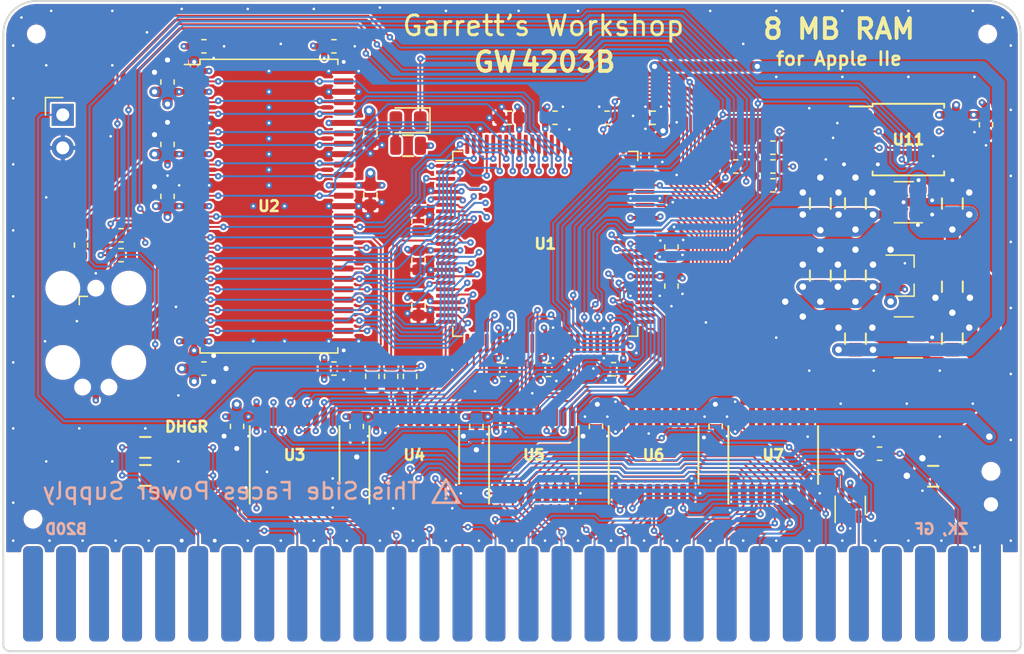
<source format=kicad_pcb>
(kicad_pcb (version 20171130) (host pcbnew "(5.1.10-1-10_14)")

  (general
    (thickness 1.6)
    (drawings 24)
    (tracks 2446)
    (zones 0)
    (modules 75)
    (nets 153)
  )

  (page A4)
  (title_block
    (title "GW4203B (RAM2E II) - iCE40HX1K")
    (date 2021-05-30)
    (rev 2.0)
    (company "Garrett's Workshop")
  )

  (layers
    (0 F.Cu signal)
    (1 In1.Cu signal)
    (2 In2.Cu signal)
    (31 B.Cu signal)
    (32 B.Adhes user)
    (33 F.Adhes user)
    (34 B.Paste user)
    (35 F.Paste user)
    (36 B.SilkS user)
    (37 F.SilkS user)
    (38 B.Mask user)
    (39 F.Mask user)
    (40 Dwgs.User user)
    (41 Cmts.User user)
    (42 Eco1.User user)
    (43 Eco2.User user)
    (44 Edge.Cuts user)
    (45 Margin user)
    (46 B.CrtYd user)
    (47 F.CrtYd user)
    (48 B.Fab user)
    (49 F.Fab user)
  )

  (setup
    (last_trace_width 0.15)
    (user_trace_width 0.2)
    (user_trace_width 0.25)
    (user_trace_width 0.3)
    (user_trace_width 0.35)
    (user_trace_width 0.4)
    (user_trace_width 0.45)
    (user_trace_width 0.5)
    (user_trace_width 0.6)
    (user_trace_width 0.65)
    (user_trace_width 0.8)
    (user_trace_width 1)
    (user_trace_width 1.27)
    (user_trace_width 1.524)
    (trace_clearance 0.15)
    (zone_clearance 0.1524)
    (zone_45_only no)
    (trace_min 0.15)
    (via_size 0.5)
    (via_drill 0.2)
    (via_min_size 0.5)
    (via_min_drill 0.2)
    (user_via 0.6 0.3)
    (user_via 0.8 0.4)
    (user_via 1 0.5)
    (user_via 1.524 0.762)
    (uvia_size 0.3)
    (uvia_drill 0.1)
    (uvias_allowed no)
    (uvia_min_size 0.2)
    (uvia_min_drill 0.1)
    (edge_width 0.15)
    (segment_width 0.1524)
    (pcb_text_width 0.3)
    (pcb_text_size 1.5 1.5)
    (mod_edge_width 0.15)
    (mod_text_size 1 1)
    (mod_text_width 0.15)
    (pad_size 0.975 1.4)
    (pad_drill 0)
    (pad_to_mask_clearance 0.05)
    (solder_mask_min_width 0.1)
    (pad_to_paste_clearance -0.0381)
    (aux_axis_origin 0 0)
    (visible_elements FFFFFF7F)
    (pcbplotparams
      (layerselection 0x010f8_ffffffff)
      (usegerberextensions true)
      (usegerberattributes false)
      (usegerberadvancedattributes false)
      (creategerberjobfile false)
      (excludeedgelayer true)
      (linewidth 0.100000)
      (plotframeref false)
      (viasonmask false)
      (mode 1)
      (useauxorigin false)
      (hpglpennumber 1)
      (hpglpenspeed 20)
      (hpglpendiameter 15.000000)
      (psnegative false)
      (psa4output false)
      (plotreference true)
      (plotvalue true)
      (plotinvisibletext false)
      (padsonsilk false)
      (subtractmaskfromsilk true)
      (outputformat 1)
      (mirror false)
      (drillshape 0)
      (scaleselection 1)
      (outputdirectory "gerber/"))
  )

  (net 0 "")
  (net 1 +5V)
  (net 2 GND)
  (net 3 /Vid7M)
  (net 4 /~SYNC~)
  (net 5 /~PRAS~)
  (net 6 /VC)
  (net 7 /~C07X~)
  (net 8 /~WNDW~)
  (net 9 /SEGA)
  (net 10 /ROMEN1)
  (net 11 /ROMEN2)
  (net 12 /MD7)
  (net 13 /MD6)
  (net 14 /MD5)
  (net 15 /MD4)
  (net 16 /PHI0)
  (net 17 /~CLRGAT~)
  (net 18 /~80VID~)
  (net 19 /~PCAS~)
  (net 20 /~LDPS~)
  (net 21 /R~W~80)
  (net 22 /PHI1)
  (net 23 /~CASEN~)
  (net 24 /MD3)
  (net 25 /MD2)
  (net 26 /MD1)
  (net 27 /MD0)
  (net 28 /H0)
  (net 29 /AN3)
  (net 30 /~EN80~)
  (net 31 /~ALTVID~)
  (net 32 /~SEROUT~)
  (net 33 /~ENVID~)
  (net 34 /R~W~)
  (net 35 /Q3)
  (net 36 /SEGB)
  (net 37 /~RA9~)
  (net 38 /~RA10~)
  (net 39 /GR)
  (net 40 /~ENTMG~)
  (net 41 /MA6)
  (net 42 /MA5)
  (net 43 /MA4)
  (net 44 /MA3)
  (net 45 /MA2)
  (net 46 /MA1)
  (net 47 /MA0)
  (net 48 /MA7)
  (net 49 /C7M)
  (net 50 /C14M)
  (net 51 /C3M58)
  (net 52 /VD0)
  (net 53 /VD1)
  (net 54 /VD2)
  (net 55 /VD3)
  (net 56 /VD4)
  (net 57 /VD5)
  (net 58 /VD6)
  (net 59 /VD7)
  (net 60 +3V3)
  (net 61 /RD5)
  (net 62 /RD4)
  (net 63 /RD3)
  (net 64 /RD2)
  (net 65 /RD7)
  (net 66 /RD6)
  (net 67 /RD0)
  (net 68 /RD1)
  (net 69 /DQMH)
  (net 70 /~WE~)
  (net 71 /~CAS~)
  (net 72 /CKE)
  (net 73 /~RAS~)
  (net 74 /BA0)
  (net 75 /RA11)
  (net 76 /~CS~)
  (net 77 /BA1)
  (net 78 /RA9)
  (net 79 /RA10)
  (net 80 /RA8)
  (net 81 /RA0)
  (net 82 /RA7)
  (net 83 /RA1)
  (net 84 /RA6)
  (net 85 /RA4)
  (net 86 /RA3)
  (net 87 /~EN80~in)
  (net 88 /RA5)
  (net 89 /RA2)
  (net 90 /R~W~80in)
  (net 91 /Ain5)
  (net 92 /PHI1in)
  (net 93 /Ain6)
  (net 94 /DQML)
  (net 95 /~C07X~in)
  (net 96 /R~W~in)
  (net 97 /Ain0)
  (net 98 /Ain1)
  (net 99 /Ain2)
  (net 100 /Ain3)
  (net 101 /Ain4)
  (net 102 /Ain7)
  (net 103 /Din0)
  (net 104 /Din1)
  (net 105 /Din2)
  (net 106 /Din3)
  (net 107 /Din4)
  (net 108 /Din5)
  (net 109 /Din6)
  (net 110 /Din7)
  (net 111 /Vout7)
  (net 112 /Vout6)
  (net 113 /Vout5)
  (net 114 /Vout4)
  (net 115 /Vout3)
  (net 116 /Vout2)
  (net 117 /Vout1)
  (net 118 /Vout0)
  (net 119 /Dout0)
  (net 120 /Dout1)
  (net 121 /Dout2)
  (net 122 /Dout3)
  (net 123 /Dout4)
  (net 124 /Dout5)
  (net 125 /Dout6)
  (net 126 /Dout7)
  (net 127 /RCLK)
  (net 128 /ACLK)
  (net 129 "Net-(U4-Pad17)")
  (net 130 /~FRCTXT~)
  (net 131 "Net-(U9-Pad4)")
  (net 132 /C14MB)
  (net 133 "Net-(R3-Pad2)")
  (net 134 /C14MR)
  (net 135 +1V2)
  (net 136 /~INIT~)
  (net 137 +2V5)
  (net 138 "Net-(U10-Pad4)")
  (net 139 "Net-(U1-Pad76)")
  (net 140 /CCK)
  (net 141 /Mode)
  (net 142 /CDI)
  (net 143 /CDO)
  (net 144 /C~RST~)
  (net 145 /C~CS~)
  (net 146 /CDONE)
  (net 147 /CCKr)
  (net 148 "Net-(R1-Pad2)")
  (net 149 /CCKrF)
  (net 150 "Net-(D1-Pad2)")
  (net 151 /LED)
  (net 152 /D~OE~)

  (net_class Default "This is the default net class."
    (clearance 0.15)
    (trace_width 0.15)
    (via_dia 0.5)
    (via_drill 0.2)
    (uvia_dia 0.3)
    (uvia_drill 0.1)
    (add_net +1V2)
    (add_net +2V5)
    (add_net +3V3)
    (add_net +5V)
    (add_net /ACLK)
    (add_net /AN3)
    (add_net /Ain0)
    (add_net /Ain1)
    (add_net /Ain2)
    (add_net /Ain3)
    (add_net /Ain4)
    (add_net /Ain5)
    (add_net /Ain6)
    (add_net /Ain7)
    (add_net /BA0)
    (add_net /BA1)
    (add_net /C14M)
    (add_net /C14MB)
    (add_net /C14MR)
    (add_net /C3M58)
    (add_net /C7M)
    (add_net /CCK)
    (add_net /CCKr)
    (add_net /CCKrF)
    (add_net /CDI)
    (add_net /CDO)
    (add_net /CDONE)
    (add_net /CKE)
    (add_net /C~CS~)
    (add_net /C~RST~)
    (add_net /DQMH)
    (add_net /DQML)
    (add_net /Din0)
    (add_net /Din1)
    (add_net /Din2)
    (add_net /Din3)
    (add_net /Din4)
    (add_net /Din5)
    (add_net /Din6)
    (add_net /Din7)
    (add_net /Dout0)
    (add_net /Dout1)
    (add_net /Dout2)
    (add_net /Dout3)
    (add_net /Dout4)
    (add_net /Dout5)
    (add_net /Dout6)
    (add_net /Dout7)
    (add_net /D~OE~)
    (add_net /GR)
    (add_net /H0)
    (add_net /LED)
    (add_net /MA0)
    (add_net /MA1)
    (add_net /MA2)
    (add_net /MA3)
    (add_net /MA4)
    (add_net /MA5)
    (add_net /MA6)
    (add_net /MA7)
    (add_net /MD0)
    (add_net /MD1)
    (add_net /MD2)
    (add_net /MD3)
    (add_net /MD4)
    (add_net /MD5)
    (add_net /MD6)
    (add_net /MD7)
    (add_net /Mode)
    (add_net /PHI0)
    (add_net /PHI1)
    (add_net /PHI1in)
    (add_net /Q3)
    (add_net /RA0)
    (add_net /RA1)
    (add_net /RA10)
    (add_net /RA11)
    (add_net /RA2)
    (add_net /RA3)
    (add_net /RA4)
    (add_net /RA5)
    (add_net /RA6)
    (add_net /RA7)
    (add_net /RA8)
    (add_net /RA9)
    (add_net /RCLK)
    (add_net /RD0)
    (add_net /RD1)
    (add_net /RD2)
    (add_net /RD3)
    (add_net /RD4)
    (add_net /RD5)
    (add_net /RD6)
    (add_net /RD7)
    (add_net /ROMEN1)
    (add_net /ROMEN2)
    (add_net /R~W~)
    (add_net /R~W~80)
    (add_net /R~W~80in)
    (add_net /R~W~in)
    (add_net /SEGA)
    (add_net /SEGB)
    (add_net /VC)
    (add_net /VD0)
    (add_net /VD1)
    (add_net /VD2)
    (add_net /VD3)
    (add_net /VD4)
    (add_net /VD5)
    (add_net /VD6)
    (add_net /VD7)
    (add_net /Vid7M)
    (add_net /Vout0)
    (add_net /Vout1)
    (add_net /Vout2)
    (add_net /Vout3)
    (add_net /Vout4)
    (add_net /Vout5)
    (add_net /Vout6)
    (add_net /Vout7)
    (add_net /~80VID~)
    (add_net /~ALTVID~)
    (add_net /~C07X~)
    (add_net /~C07X~in)
    (add_net /~CASEN~)
    (add_net /~CAS~)
    (add_net /~CLRGAT~)
    (add_net /~CS~)
    (add_net /~EN80~)
    (add_net /~EN80~in)
    (add_net /~ENTMG~)
    (add_net /~ENVID~)
    (add_net /~FRCTXT~)
    (add_net /~INIT~)
    (add_net /~LDPS~)
    (add_net /~PCAS~)
    (add_net /~PRAS~)
    (add_net /~RA10~)
    (add_net /~RA9~)
    (add_net /~RAS~)
    (add_net /~SEROUT~)
    (add_net /~SYNC~)
    (add_net /~WE~)
    (add_net /~WNDW~)
    (add_net GND)
    (add_net "Net-(D1-Pad2)")
    (add_net "Net-(R1-Pad2)")
    (add_net "Net-(R3-Pad2)")
    (add_net "Net-(U1-Pad76)")
    (add_net "Net-(U10-Pad4)")
    (add_net "Net-(U4-Pad17)")
    (add_net "Net-(U9-Pad4)")
  )

  (module stdpads:R_0603 (layer F.Cu) (tedit 5EE29B72) (tstamp 60B41BD9)
    (at 257.55 100.95 180)
    (tags resistor)
    (path /61A8EB6C)
    (solder_mask_margin 0.05)
    (solder_paste_margin -0.05)
    (attr smd)
    (fp_text reference R12 (at 0 0) (layer F.Fab)
      (effects (font (size 0.254 0.254) (thickness 0.0635)))
    )
    (fp_text value 47 (at 0 0.25) (layer F.Fab)
      (effects (font (size 0.127 0.127) (thickness 0.03175)))
    )
    (fp_line (start 1.4 0.7) (end -1.4 0.7) (layer F.CrtYd) (width 0.05))
    (fp_line (start 1.4 -0.7) (end 1.4 0.7) (layer F.CrtYd) (width 0.05))
    (fp_line (start -1.4 -0.7) (end 1.4 -0.7) (layer F.CrtYd) (width 0.05))
    (fp_line (start -1.4 0.7) (end -1.4 -0.7) (layer F.CrtYd) (width 0.05))
    (fp_line (start -0.162779 0.51) (end 0.162779 0.51) (layer F.SilkS) (width 0.12))
    (fp_line (start -0.162779 -0.51) (end 0.162779 -0.51) (layer F.SilkS) (width 0.12))
    (fp_line (start 0.8 0.4) (end -0.8 0.4) (layer F.Fab) (width 0.1))
    (fp_line (start 0.8 -0.4) (end 0.8 0.4) (layer F.Fab) (width 0.1))
    (fp_line (start -0.8 -0.4) (end 0.8 -0.4) (layer F.Fab) (width 0.1))
    (fp_line (start -0.8 0.4) (end -0.8 -0.4) (layer F.Fab) (width 0.1))
    (fp_text user %R (at 0 0) (layer F.SilkS) hide
      (effects (font (size 0.254 0.254) (thickness 0.0635)))
    )
    (pad 2 smd roundrect (at 0.8 0 180) (size 0.7 0.95) (layers F.Cu F.Paste F.Mask) (roundrect_rratio 0.25)
      (net 147 /CCKr))
    (pad 1 smd roundrect (at -0.8 0 180) (size 0.7 0.95) (layers F.Cu F.Paste F.Mask) (roundrect_rratio 0.25)
      (net 149 /CCKrF))
    (model ${KISYS3DMOD}/Resistor_SMD.3dshapes/R_0603_1608Metric.wrl
      (at (xyz 0 0 0))
      (scale (xyz 1 1 1))
      (rotate (xyz 0 0 0))
    )
  )

  (module stdpads:R_0603 (layer F.Cu) (tedit 5FDA5A0F) (tstamp 60B1E9B8)
    (at 229.65 118.55 270)
    (tags resistor)
    (path /6081D682)
    (solder_mask_margin 0.05)
    (solder_paste_margin -0.05)
    (attr smd)
    (fp_text reference R3 (at 0 0 90) (layer F.Fab)
      (effects (font (size 0.254 0.254) (thickness 0.0635)))
    )
    (fp_text value 47 (at 0 0.25 90) (layer F.Fab)
      (effects (font (size 0.127 0.127) (thickness 0.03175)))
    )
    (fp_line (start -0.8 0.4) (end -0.8 -0.4) (layer F.Fab) (width 0.1))
    (fp_line (start -0.8 -0.4) (end 0.8 -0.4) (layer F.Fab) (width 0.1))
    (fp_line (start 0.8 -0.4) (end 0.8 0.4) (layer F.Fab) (width 0.1))
    (fp_line (start 0.8 0.4) (end -0.8 0.4) (layer F.Fab) (width 0.1))
    (fp_line (start -0.162779 -0.51) (end 0.162779 -0.51) (layer F.SilkS) (width 0.12))
    (fp_line (start -0.162779 0.51) (end 0.162779 0.51) (layer F.SilkS) (width 0.12))
    (fp_line (start -1.4 0.7) (end -1.4 -0.7) (layer F.CrtYd) (width 0.05))
    (fp_line (start -1.4 -0.7) (end 1.4 -0.7) (layer F.CrtYd) (width 0.05))
    (fp_line (start 1.4 -0.7) (end 1.4 0.7) (layer F.CrtYd) (width 0.05))
    (fp_line (start 1.4 0.7) (end -1.4 0.7) (layer F.CrtYd) (width 0.05))
    (fp_text user %R (at 0 0 90) (layer F.SilkS) hide
      (effects (font (size 0.254 0.254) (thickness 0.0635)))
    )
    (pad 1 smd roundrect (at -0.8 0 270) (size 0.7 0.95) (layers F.Cu F.Paste F.Mask) (roundrect_rratio 0.25)
      (net 132 /C14MB))
    (pad 2 smd roundrect (at 0.8 0 270) (size 0.7 0.95) (layers F.Cu F.Paste F.Mask) (roundrect_rratio 0.25)
      (net 133 "Net-(R3-Pad2)"))
    (model ${KISYS3DMOD}/Resistor_SMD.3dshapes/R_0603_1608Metric.wrl
      (at (xyz 0 0 0))
      (scale (xyz 1 1 1))
      (rotate (xyz 0 0 0))
    )
  )

  (module stdpads:R_0603 (layer F.Cu) (tedit 5FDA5A0F) (tstamp 60B1E998)
    (at 228.2 118.55 270)
    (tags resistor)
    (path /61462215)
    (solder_mask_margin 0.05)
    (solder_paste_margin -0.05)
    (attr smd)
    (fp_text reference R11 (at 0 0 90) (layer F.Fab)
      (effects (font (size 0.254 0.254) (thickness 0.0635)))
    )
    (fp_text value 47 (at 0 0.25 90) (layer F.Fab)
      (effects (font (size 0.127 0.127) (thickness 0.03175)))
    )
    (fp_line (start 1.4 0.7) (end -1.4 0.7) (layer F.CrtYd) (width 0.05))
    (fp_line (start 1.4 -0.7) (end 1.4 0.7) (layer F.CrtYd) (width 0.05))
    (fp_line (start -1.4 -0.7) (end 1.4 -0.7) (layer F.CrtYd) (width 0.05))
    (fp_line (start -1.4 0.7) (end -1.4 -0.7) (layer F.CrtYd) (width 0.05))
    (fp_line (start -0.162779 0.51) (end 0.162779 0.51) (layer F.SilkS) (width 0.12))
    (fp_line (start -0.162779 -0.51) (end 0.162779 -0.51) (layer F.SilkS) (width 0.12))
    (fp_line (start 0.8 0.4) (end -0.8 0.4) (layer F.Fab) (width 0.1))
    (fp_line (start 0.8 -0.4) (end 0.8 0.4) (layer F.Fab) (width 0.1))
    (fp_line (start -0.8 -0.4) (end 0.8 -0.4) (layer F.Fab) (width 0.1))
    (fp_line (start -0.8 0.4) (end -0.8 -0.4) (layer F.Fab) (width 0.1))
    (fp_text user %R (at 0 0 90) (layer F.SilkS) hide
      (effects (font (size 0.254 0.254) (thickness 0.0635)))
    )
    (pad 2 smd roundrect (at 0.8 0 270) (size 0.7 0.95) (layers F.Cu F.Paste F.Mask) (roundrect_rratio 0.25)
      (net 148 "Net-(R1-Pad2)"))
    (pad 1 smd roundrect (at -0.8 0 270) (size 0.7 0.95) (layers F.Cu F.Paste F.Mask) (roundrect_rratio 0.25)
      (net 128 /ACLK))
    (model ${KISYS3DMOD}/Resistor_SMD.3dshapes/R_0603_1608Metric.wrl
      (at (xyz 0 0 0))
      (scale (xyz 1 1 1))
      (rotate (xyz 0 0 0))
    )
  )

  (module stdpads:TSOP-II-54_22.2x10.16mm_P0.8mm (layer F.Cu) (tedit 5E9238C1) (tstamp 5E7BC202)
    (at 218.8 105.45)
    (descr "54-lead TSOP typ II package")
    (tags "TSOPII TSOP2")
    (path /5E74FE5D)
    (solder_mask_margin 0.05)
    (attr smd)
    (fp_text reference U2 (at 0 0) (layer F.Fab)
      (effects (font (size 0.8128 0.8128) (thickness 0.2032)))
    )
    (fp_text value W9812G6KH-6 (at 0 0.95) (layer F.Fab)
      (effects (font (size 0.508 0.508) (thickness 0.127)))
    )
    (fp_line (start -4.08 -11.11) (end 5.08 -11.11) (layer F.Fab) (width 0.1))
    (fp_line (start 5.08 -11.11) (end 5.08 11.11) (layer F.Fab) (width 0.1))
    (fp_line (start 5.08 11.11) (end -5.08 11.11) (layer F.Fab) (width 0.1))
    (fp_line (start -5.08 11.11) (end -5.08 -10.11) (layer F.Fab) (width 0.1))
    (fp_line (start -4.08 -11.11) (end -5.08 -10.11) (layer F.Fab) (width 0.1))
    (fp_line (start -6.5 -10.9) (end -5.3 -10.9) (layer F.SilkS) (width 0.12))
    (fp_line (start -5.3 -10.9) (end -5.3 -11.3) (layer F.SilkS) (width 0.12))
    (fp_line (start -5.3 -11.3) (end 5.3 -11.3) (layer F.SilkS) (width 0.12))
    (fp_line (start -5.3 11.3) (end 5.3 11.3) (layer F.SilkS) (width 0.12))
    (fp_line (start 5.3 -11.3) (end 5.3 -10.9) (layer F.SilkS) (width 0.12))
    (fp_line (start 5.3 10.9) (end 5.3 11.3) (layer F.SilkS) (width 0.12))
    (fp_line (start -5.3 10.9) (end -5.3 11.3) (layer F.SilkS) (width 0.12))
    (fp_line (start -6.76 -11.36) (end 6.76 -11.36) (layer F.CrtYd) (width 0.05))
    (fp_line (start 6.76 -11.36) (end 6.76 11.36) (layer F.CrtYd) (width 0.05))
    (fp_line (start 6.76 11.36) (end -6.76 11.36) (layer F.CrtYd) (width 0.05))
    (fp_line (start -6.76 -11.36) (end -6.76 11.36) (layer F.CrtYd) (width 0.05))
    (fp_text user %R (at 0 0) (layer F.SilkS)
      (effects (font (size 0.8128 0.8128) (thickness 0.2032)))
    )
    (pad 54 smd roundrect (at 5.75 -10.4) (size 1.51 0.458) (layers F.Cu F.Paste F.Mask) (roundrect_rratio 0.25)
      (net 2 GND))
    (pad 53 smd roundrect (at 5.75 -9.6) (size 1.51 0.458) (layers F.Cu F.Paste F.Mask) (roundrect_rratio 0.25)
      (net 67 /RD0))
    (pad 52 smd roundrect (at 5.75 -8.8) (size 1.51 0.458) (layers F.Cu F.Paste F.Mask) (roundrect_rratio 0.25)
      (net 2 GND))
    (pad 51 smd roundrect (at 5.75 -8) (size 1.51 0.458) (layers F.Cu F.Paste F.Mask) (roundrect_rratio 0.25)
      (net 68 /RD1))
    (pad 50 smd roundrect (at 5.75 -7.2) (size 1.51 0.458) (layers F.Cu F.Paste F.Mask) (roundrect_rratio 0.25)
      (net 64 /RD2))
    (pad 49 smd roundrect (at 5.75 -6.4) (size 1.51 0.458) (layers F.Cu F.Paste F.Mask) (roundrect_rratio 0.25)
      (net 60 +3V3))
    (pad 48 smd roundrect (at 5.75 -5.6) (size 1.51 0.458) (layers F.Cu F.Paste F.Mask) (roundrect_rratio 0.25)
      (net 63 /RD3))
    (pad 47 smd roundrect (at 5.75 -4.8) (size 1.51 0.458) (layers F.Cu F.Paste F.Mask) (roundrect_rratio 0.25)
      (net 62 /RD4))
    (pad 46 smd roundrect (at 5.75 -4) (size 1.51 0.458) (layers F.Cu F.Paste F.Mask) (roundrect_rratio 0.25)
      (net 2 GND))
    (pad 45 smd roundrect (at 5.75 -3.2) (size 1.51 0.458) (layers F.Cu F.Paste F.Mask) (roundrect_rratio 0.25)
      (net 61 /RD5))
    (pad 44 smd roundrect (at 5.75 -2.4) (size 1.51 0.458) (layers F.Cu F.Paste F.Mask) (roundrect_rratio 0.25)
      (net 66 /RD6))
    (pad 43 smd roundrect (at 5.75 -1.6) (size 1.51 0.458) (layers F.Cu F.Paste F.Mask) (roundrect_rratio 0.25)
      (net 60 +3V3))
    (pad 42 smd roundrect (at 5.75 -0.8) (size 1.51 0.458) (layers F.Cu F.Paste F.Mask) (roundrect_rratio 0.25)
      (net 65 /RD7))
    (pad 41 smd roundrect (at 5.75 0) (size 1.51 0.458) (layers F.Cu F.Paste F.Mask) (roundrect_rratio 0.25)
      (net 2 GND))
    (pad 40 smd roundrect (at 5.75 0.8) (size 1.51 0.458) (layers F.Cu F.Paste F.Mask) (roundrect_rratio 0.25))
    (pad 39 smd roundrect (at 5.75 1.6) (size 1.51 0.458) (layers F.Cu F.Paste F.Mask) (roundrect_rratio 0.25)
      (net 69 /DQMH))
    (pad 38 smd roundrect (at 5.75 2.4) (size 1.51 0.458) (layers F.Cu F.Paste F.Mask) (roundrect_rratio 0.25)
      (net 127 /RCLK))
    (pad 37 smd roundrect (at 5.75 3.2) (size 1.51 0.458) (layers F.Cu F.Paste F.Mask) (roundrect_rratio 0.25)
      (net 72 /CKE))
    (pad 36 smd roundrect (at 5.75 4) (size 1.51 0.458) (layers F.Cu F.Paste F.Mask) (roundrect_rratio 0.25)
      (net 2 GND))
    (pad 35 smd roundrect (at 5.75 4.8) (size 1.51 0.458) (layers F.Cu F.Paste F.Mask) (roundrect_rratio 0.25)
      (net 75 /RA11))
    (pad 34 smd roundrect (at 5.75 5.6) (size 1.51 0.458) (layers F.Cu F.Paste F.Mask) (roundrect_rratio 0.25)
      (net 78 /RA9))
    (pad 33 smd roundrect (at 5.75 6.4) (size 1.51 0.458) (layers F.Cu F.Paste F.Mask) (roundrect_rratio 0.25)
      (net 80 /RA8))
    (pad 32 smd roundrect (at 5.75 7.2) (size 1.51 0.458) (layers F.Cu F.Paste F.Mask) (roundrect_rratio 0.25)
      (net 82 /RA7))
    (pad 31 smd roundrect (at 5.75 8) (size 1.51 0.458) (layers F.Cu F.Paste F.Mask) (roundrect_rratio 0.25)
      (net 84 /RA6))
    (pad 30 smd roundrect (at 5.75 8.8) (size 1.51 0.458) (layers F.Cu F.Paste F.Mask) (roundrect_rratio 0.25)
      (net 88 /RA5))
    (pad 29 smd roundrect (at 5.75 9.6) (size 1.51 0.458) (layers F.Cu F.Paste F.Mask) (roundrect_rratio 0.25)
      (net 85 /RA4))
    (pad 28 smd roundrect (at 5.75 10.4) (size 1.51 0.458) (layers F.Cu F.Paste F.Mask) (roundrect_rratio 0.25)
      (net 2 GND))
    (pad 27 smd roundrect (at -5.75 10.4) (size 1.51 0.458) (layers F.Cu F.Paste F.Mask) (roundrect_rratio 0.25)
      (net 60 +3V3))
    (pad 26 smd roundrect (at -5.75 9.6) (size 1.51 0.458) (layers F.Cu F.Paste F.Mask) (roundrect_rratio 0.25)
      (net 86 /RA3))
    (pad 25 smd roundrect (at -5.75 8.8) (size 1.51 0.458) (layers F.Cu F.Paste F.Mask) (roundrect_rratio 0.25)
      (net 89 /RA2))
    (pad 24 smd roundrect (at -5.75 8) (size 1.51 0.458) (layers F.Cu F.Paste F.Mask) (roundrect_rratio 0.25)
      (net 83 /RA1))
    (pad 23 smd roundrect (at -5.75 7.2) (size 1.51 0.458) (layers F.Cu F.Paste F.Mask) (roundrect_rratio 0.25)
      (net 81 /RA0))
    (pad 22 smd roundrect (at -5.75 6.4) (size 1.51 0.458) (layers F.Cu F.Paste F.Mask) (roundrect_rratio 0.25)
      (net 79 /RA10))
    (pad 21 smd roundrect (at -5.75 5.6) (size 1.51 0.458) (layers F.Cu F.Paste F.Mask) (roundrect_rratio 0.25)
      (net 77 /BA1))
    (pad 20 smd roundrect (at -5.75 4.8) (size 1.51 0.458) (layers F.Cu F.Paste F.Mask) (roundrect_rratio 0.25)
      (net 74 /BA0))
    (pad 19 smd roundrect (at -5.75 4) (size 1.51 0.458) (layers F.Cu F.Paste F.Mask) (roundrect_rratio 0.25)
      (net 76 /~CS~))
    (pad 18 smd roundrect (at -5.75 3.2) (size 1.51 0.458) (layers F.Cu F.Paste F.Mask) (roundrect_rratio 0.25)
      (net 73 /~RAS~))
    (pad 17 smd roundrect (at -5.75 2.4) (size 1.51 0.458) (layers F.Cu F.Paste F.Mask) (roundrect_rratio 0.25)
      (net 71 /~CAS~))
    (pad 16 smd roundrect (at -5.75 1.6) (size 1.51 0.458) (layers F.Cu F.Paste F.Mask) (roundrect_rratio 0.25)
      (net 70 /~WE~))
    (pad 15 smd roundrect (at -5.75 0.8) (size 1.51 0.458) (layers F.Cu F.Paste F.Mask) (roundrect_rratio 0.25)
      (net 94 /DQML))
    (pad 14 smd roundrect (at -5.75 0) (size 1.51 0.458) (layers F.Cu F.Paste F.Mask) (roundrect_rratio 0.25)
      (net 60 +3V3))
    (pad 13 smd roundrect (at -5.75 -0.8) (size 1.51 0.458) (layers F.Cu F.Paste F.Mask) (roundrect_rratio 0.25)
      (net 65 /RD7))
    (pad 12 smd roundrect (at -5.75 -1.6) (size 1.51 0.458) (layers F.Cu F.Paste F.Mask) (roundrect_rratio 0.25)
      (net 2 GND))
    (pad 11 smd roundrect (at -5.75 -2.4) (size 1.51 0.458) (layers F.Cu F.Paste F.Mask) (roundrect_rratio 0.25)
      (net 66 /RD6))
    (pad 10 smd roundrect (at -5.75 -3.2) (size 1.51 0.458) (layers F.Cu F.Paste F.Mask) (roundrect_rratio 0.25)
      (net 61 /RD5))
    (pad 9 smd roundrect (at -5.75 -4) (size 1.51 0.458) (layers F.Cu F.Paste F.Mask) (roundrect_rratio 0.25)
      (net 60 +3V3))
    (pad 8 smd roundrect (at -5.75 -4.8) (size 1.51 0.458) (layers F.Cu F.Paste F.Mask) (roundrect_rratio 0.25)
      (net 62 /RD4))
    (pad 7 smd roundrect (at -5.75 -5.6) (size 1.51 0.458) (layers F.Cu F.Paste F.Mask) (roundrect_rratio 0.25)
      (net 63 /RD3))
    (pad 6 smd roundrect (at -5.75 -6.4) (size 1.51 0.458) (layers F.Cu F.Paste F.Mask) (roundrect_rratio 0.25)
      (net 2 GND))
    (pad 5 smd roundrect (at -5.75 -7.2) (size 1.51 0.458) (layers F.Cu F.Paste F.Mask) (roundrect_rratio 0.25)
      (net 64 /RD2))
    (pad 4 smd roundrect (at -5.75 -8) (size 1.51 0.458) (layers F.Cu F.Paste F.Mask) (roundrect_rratio 0.25)
      (net 68 /RD1))
    (pad 3 smd roundrect (at -5.75 -8.8) (size 1.51 0.458) (layers F.Cu F.Paste F.Mask) (roundrect_rratio 0.25)
      (net 60 +3V3))
    (pad 2 smd roundrect (at -5.75 -9.6) (size 1.51 0.458) (layers F.Cu F.Paste F.Mask) (roundrect_rratio 0.25)
      (net 67 /RD0))
    (pad 1 smd roundrect (at -5.75 -10.4) (size 1.51 0.458) (layers F.Cu F.Paste F.Mask) (roundrect_rratio 0.25)
      (net 60 +3V3))
    (model ${KISYS3DMOD}/Package_SO.3dshapes/TSOP-II-54_22.2x10.16mm_P0.8mm.wrl
      (at (xyz 0 0 0))
      (scale (xyz 1 1 1))
      (rotate (xyz 0 0 0))
    )
  )

  (module stdpads:TQFP-100_14x14mm_P0.5mm (layer F.Cu) (tedit 60A56324) (tstamp 60AB58BC)
    (at 240.05 108.35 270)
    (descr "TQFP, 100 Pin (http://www.microsemi.com/index.php?option=com_docman&task=doc_download&gid=131095), generated with kicad-footprint-generator ipc_gullwing_generator.py")
    (tags "TQFP QFP")
    (path /6425D727)
    (solder_mask_margin 0.024)
    (solder_paste_margin -0.035)
    (attr smd)
    (fp_text reference U1 (at 0 0) (layer F.Fab)
      (effects (font (size 0.8128 0.8128) (thickness 0.2032)))
    )
    (fp_text value iCE40HX1K-VQ100 (at 1.05 0) (layer F.Fab)
      (effects (font (size 0.508 0.508) (thickness 0.127)))
    )
    (fp_line (start 6.4 -8.65) (end 0 -8.65) (layer F.CrtYd) (width 0.05))
    (fp_line (start 6.4 -7.25) (end 6.4 -8.65) (layer F.CrtYd) (width 0.05))
    (fp_line (start 7.25 -7.25) (end 6.4 -7.25) (layer F.CrtYd) (width 0.05))
    (fp_line (start 7.25 -6.4) (end 7.25 -7.25) (layer F.CrtYd) (width 0.05))
    (fp_line (start 8.65 -6.4) (end 7.25 -6.4) (layer F.CrtYd) (width 0.05))
    (fp_line (start 8.65 0) (end 8.65 -6.4) (layer F.CrtYd) (width 0.05))
    (fp_line (start 6.4 8.65) (end 0 8.65) (layer F.CrtYd) (width 0.05))
    (fp_line (start 6.4 7.25) (end 6.4 8.65) (layer F.CrtYd) (width 0.05))
    (fp_line (start 7.25 7.25) (end 6.4 7.25) (layer F.CrtYd) (width 0.05))
    (fp_line (start 7.25 6.4) (end 7.25 7.25) (layer F.CrtYd) (width 0.05))
    (fp_line (start 8.65 6.4) (end 7.25 6.4) (layer F.CrtYd) (width 0.05))
    (fp_line (start 8.65 0) (end 8.65 6.4) (layer F.CrtYd) (width 0.05))
    (fp_line (start -6.4 -8.65) (end 0 -8.65) (layer F.CrtYd) (width 0.05))
    (fp_line (start -6.4 -7.25) (end -6.4 -8.65) (layer F.CrtYd) (width 0.05))
    (fp_line (start -7.25 -7.25) (end -6.4 -7.25) (layer F.CrtYd) (width 0.05))
    (fp_line (start -7.25 -6.4) (end -7.25 -7.25) (layer F.CrtYd) (width 0.05))
    (fp_line (start -8.65 -6.4) (end -7.25 -6.4) (layer F.CrtYd) (width 0.05))
    (fp_line (start -8.65 0) (end -8.65 -6.4) (layer F.CrtYd) (width 0.05))
    (fp_line (start -6.4 8.65) (end 0 8.65) (layer F.CrtYd) (width 0.05))
    (fp_line (start -6.4 7.25) (end -6.4 8.65) (layer F.CrtYd) (width 0.05))
    (fp_line (start -7.25 7.25) (end -6.4 7.25) (layer F.CrtYd) (width 0.05))
    (fp_line (start -7.25 6.4) (end -7.25 7.25) (layer F.CrtYd) (width 0.05))
    (fp_line (start -8.65 6.4) (end -7.25 6.4) (layer F.CrtYd) (width 0.05))
    (fp_line (start -8.65 0) (end -8.65 6.4) (layer F.CrtYd) (width 0.05))
    (fp_line (start -6 7) (end -7 6) (layer F.Fab) (width 0.1))
    (fp_line (start 7 7) (end -6 7) (layer F.Fab) (width 0.1))
    (fp_line (start 7 -7) (end 7 7) (layer F.Fab) (width 0.1))
    (fp_line (start -7 -7) (end 7 -7) (layer F.Fab) (width 0.1))
    (fp_line (start -7 6) (end -7 -7) (layer F.Fab) (width 0.1))
    (fp_line (start -6.41 7.11) (end -6.41 8.4) (layer F.SilkS) (width 0.12))
    (fp_line (start -7.11 7.11) (end -6.41 7.11) (layer F.SilkS) (width 0.12))
    (fp_line (start -7.11 6.41) (end -7.11 7.11) (layer F.SilkS) (width 0.12))
    (fp_line (start -7.11 -7.11) (end -6.41 -7.11) (layer F.SilkS) (width 0.12))
    (fp_line (start -7.11 -6.41) (end -7.11 -7.11) (layer F.SilkS) (width 0.12))
    (fp_line (start 7.11 7.11) (end 6.41 7.11) (layer F.SilkS) (width 0.12))
    (fp_line (start 7.11 6.41) (end 7.11 7.11) (layer F.SilkS) (width 0.12))
    (fp_line (start 7.11 -7.11) (end 6.41 -7.11) (layer F.SilkS) (width 0.12))
    (fp_line (start 7.11 -6.41) (end 7.11 -7.11) (layer F.SilkS) (width 0.12))
    (fp_text user %R (at 0 0) (layer F.SilkS)
      (effects (font (size 0.8128 0.8128) (thickness 0.2032)))
    )
    (pad 100 smd roundrect (at -7.6625 6) (size 0.3 1.475) (layers F.Cu F.Paste F.Mask) (roundrect_rratio 0.25)
      (net 69 /DQMH))
    (pad 99 smd roundrect (at -7.6625 5.5) (size 0.3 1.475) (layers F.Cu F.Paste F.Mask) (roundrect_rratio 0.25)
      (net 72 /CKE))
    (pad 98 smd roundrect (at -7.6625 5) (size 0.3 1.475) (layers F.Cu F.Paste F.Mask) (roundrect_rratio 0.25)
      (net 2 GND))
    (pad 97 smd roundrect (at -7.6625 4.5) (size 0.3 1.475) (layers F.Cu F.Paste F.Mask) (roundrect_rratio 0.25)
      (net 76 /~CS~))
    (pad 96 smd roundrect (at -7.6625 4) (size 0.3 1.475) (layers F.Cu F.Paste F.Mask) (roundrect_rratio 0.25)
      (net 94 /DQML))
    (pad 95 smd roundrect (at -7.6625 3.5) (size 0.3 1.475) (layers F.Cu F.Paste F.Mask) (roundrect_rratio 0.25)
      (net 73 /~RAS~))
    (pad 94 smd roundrect (at -7.6625 3) (size 0.3 1.475) (layers F.Cu F.Paste F.Mask) (roundrect_rratio 0.25)
      (net 65 /RD7))
    (pad 93 smd roundrect (at -7.6625 2.5) (size 0.3 1.475) (layers F.Cu F.Paste F.Mask) (roundrect_rratio 0.25)
      (net 66 /RD6))
    (pad 92 smd roundrect (at -7.6625 2) (size 0.3 1.475) (layers F.Cu F.Paste F.Mask) (roundrect_rratio 0.25)
      (net 60 +3V3))
    (pad 91 smd roundrect (at -7.6625 1.5) (size 0.3 1.475) (layers F.Cu F.Paste F.Mask) (roundrect_rratio 0.25)
      (net 61 /RD5))
    (pad 90 smd roundrect (at -7.6625 1) (size 0.3 1.475) (layers F.Cu F.Paste F.Mask) (roundrect_rratio 0.25)
      (net 62 /RD4))
    (pad 89 smd roundrect (at -7.6625 0.5) (size 0.3 1.475) (layers F.Cu F.Paste F.Mask) (roundrect_rratio 0.25)
      (net 63 /RD3))
    (pad 88 smd roundrect (at -7.6625 0) (size 0.3 1.475) (layers F.Cu F.Paste F.Mask) (roundrect_rratio 0.25)
      (net 60 +3V3))
    (pad 87 smd roundrect (at -7.6625 -0.5) (size 0.3 1.475) (layers F.Cu F.Paste F.Mask) (roundrect_rratio 0.25)
      (net 64 /RD2))
    (pad 86 smd roundrect (at -7.6625 -1) (size 0.3 1.475) (layers F.Cu F.Paste F.Mask) (roundrect_rratio 0.25)
      (net 68 /RD1))
    (pad 85 smd roundrect (at -7.6625 -1.5) (size 0.3 1.475) (layers F.Cu F.Paste F.Mask) (roundrect_rratio 0.25)
      (net 67 /RD0))
    (pad 84 smd roundrect (at -7.6625 -2) (size 0.3 1.475) (layers F.Cu F.Paste F.Mask) (roundrect_rratio 0.25)
      (net 2 GND))
    (pad 83 smd roundrect (at -7.6625 -2.5) (size 0.3 1.475) (layers F.Cu F.Paste F.Mask) (roundrect_rratio 0.25)
      (net 126 /Dout7))
    (pad 82 smd roundrect (at -7.6625 -3) (size 0.3 1.475) (layers F.Cu F.Paste F.Mask) (roundrect_rratio 0.25)
      (net 125 /Dout6))
    (pad 81 smd roundrect (at -7.6625 -3.5) (size 0.3 1.475) (layers F.Cu F.Paste F.Mask) (roundrect_rratio 0.25)
      (net 119 /Dout0))
    (pad 80 smd roundrect (at -7.6625 -4) (size 0.3 1.475) (layers F.Cu F.Paste F.Mask) (roundrect_rratio 0.25)
      (net 120 /Dout1))
    (pad 79 smd roundrect (at -7.6625 -4.5) (size 0.3 1.475) (layers F.Cu F.Paste F.Mask) (roundrect_rratio 0.25)
      (net 121 /Dout2))
    (pad 78 smd roundrect (at -7.6625 -5) (size 0.3 1.475) (layers F.Cu F.Paste F.Mask) (roundrect_rratio 0.25)
      (net 122 /Dout3))
    (pad 77 smd roundrect (at -7.6625 -5.5) (size 0.3 1.475) (layers F.Cu F.Paste F.Mask) (roundrect_rratio 0.25)
      (net 135 +1V2))
    (pad 76 smd roundrect (at -7.6625 -6) (size 0.3 1.475) (layers F.Cu F.Paste F.Mask) (roundrect_rratio 0.25)
      (net 139 "Net-(U1-Pad76)"))
    (pad 75 smd roundrect (at -6 -7.6625) (size 1.475 0.3) (layers F.Cu F.Paste F.Mask) (roundrect_rratio 0.25)
      (net 137 +2V5))
    (pad 74 smd roundrect (at -5.5 -7.6625) (size 1.475 0.3) (layers F.Cu F.Paste F.Mask) (roundrect_rratio 0.25)
      (net 123 /Dout4))
    (pad 73 smd roundrect (at -5 -7.6625) (size 1.475 0.3) (layers F.Cu F.Paste F.Mask) (roundrect_rratio 0.25)
      (net 124 /Dout5))
    (pad 72 smd roundrect (at -4.5 -7.6625) (size 1.475 0.3) (layers F.Cu F.Paste F.Mask) (roundrect_rratio 0.25)
      (net 151 /LED))
    (pad 71 smd roundrect (at -4 -7.6625) (size 1.475 0.3) (layers F.Cu F.Paste F.Mask) (roundrect_rratio 0.25)
      (net 114 /Vout4))
    (pad 70 smd roundrect (at -3.5 -7.6625) (size 1.475 0.3) (layers F.Cu F.Paste F.Mask) (roundrect_rratio 0.25)
      (net 2 GND))
    (pad 69 smd roundrect (at -3 -7.6625) (size 1.475 0.3) (layers F.Cu F.Paste F.Mask) (roundrect_rratio 0.25)
      (net 118 /Vout0))
    (pad 68 smd roundrect (at -2.5 -7.6625) (size 1.475 0.3) (layers F.Cu F.Paste F.Mask) (roundrect_rratio 0.25)
      (net 116 /Vout2))
    (pad 67 smd roundrect (at -2 -7.6625) (size 1.475 0.3) (layers F.Cu F.Paste F.Mask) (roundrect_rratio 0.25)
      (net 60 +3V3))
    (pad 66 smd roundrect (at -1.5 -7.6625) (size 1.475 0.3) (layers F.Cu F.Paste F.Mask) (roundrect_rratio 0.25)
      (net 113 /Vout5))
    (pad 65 smd roundrect (at -1 -7.6625) (size 1.475 0.3) (layers F.Cu F.Paste F.Mask) (roundrect_rratio 0.25)
      (net 117 /Vout1))
    (pad 64 smd roundrect (at -0.5 -7.6625) (size 1.475 0.3) (layers F.Cu F.Paste F.Mask) (roundrect_rratio 0.25)
      (net 95 /~C07X~in))
    (pad 63 smd roundrect (at 0 -7.6625) (size 1.475 0.3) (layers F.Cu F.Paste F.Mask) (roundrect_rratio 0.25)
      (net 96 /R~W~in))
    (pad 62 smd roundrect (at 0.5 -7.6625) (size 1.475 0.3) (layers F.Cu F.Paste F.Mask) (roundrect_rratio 0.25)
      (net 107 /Din4))
    (pad 61 smd roundrect (at 1 -7.6625) (size 1.475 0.3) (layers F.Cu F.Paste F.Mask) (roundrect_rratio 0.25)
      (net 135 +1V2))
    (pad 60 smd roundrect (at 1.5 -7.6625) (size 1.475 0.3) (layers F.Cu F.Paste F.Mask) (roundrect_rratio 0.25)
      (net 112 /Vout6))
    (pad 59 smd roundrect (at 2 -7.6625) (size 1.475 0.3) (layers F.Cu F.Paste F.Mask) (roundrect_rratio 0.25)
      (net 100 /Ain3))
    (pad 58 smd roundrect (at 2.5 -7.6625) (size 1.475 0.3) (layers F.Cu F.Paste F.Mask) (roundrect_rratio 0.25)
      (net 60 +3V3))
    (pad 57 smd roundrect (at 3 -7.6625) (size 1.475 0.3) (layers F.Cu F.Paste F.Mask) (roundrect_rratio 0.25)
      (net 106 /Din3))
    (pad 56 smd roundrect (at 3.5 -7.6625) (size 1.475 0.3) (layers F.Cu F.Paste F.Mask) (roundrect_rratio 0.25)
      (net 99 /Ain2))
    (pad 55 smd roundrect (at 4 -7.6625) (size 1.475 0.3) (layers F.Cu F.Paste F.Mask) (roundrect_rratio 0.25)
      (net 2 GND))
    (pad 54 smd roundrect (at 4.5 -7.6625) (size 1.475 0.3) (layers F.Cu F.Paste F.Mask) (roundrect_rratio 0.25)
      (net 115 /Vout3))
    (pad 53 smd roundrect (at 5 -7.6625) (size 1.475 0.3) (layers F.Cu F.Paste F.Mask) (roundrect_rratio 0.25)
      (net 111 /Vout7))
    (pad 52 smd roundrect (at 5.5 -7.6625) (size 1.475 0.3) (layers F.Cu F.Paste F.Mask) (roundrect_rratio 0.25)
      (net 108 /Din5))
    (pad 51 smd roundrect (at 6 -7.6625) (size 1.475 0.3) (layers F.Cu F.Paste F.Mask) (roundrect_rratio 0.25)
      (net 105 /Din2))
    (pad 50 smd roundrect (at 7.6625 -6) (size 0.3 1.475) (layers F.Cu F.Paste F.Mask) (roundrect_rratio 0.25)
      (net 60 +3V3))
    (pad 49 smd roundrect (at 7.6625 -5.5) (size 0.3 1.475) (layers F.Cu F.Paste F.Mask) (roundrect_rratio 0.25)
      (net 145 /C~CS~))
    (pad 48 smd roundrect (at 7.6625 -5) (size 0.3 1.475) (layers F.Cu F.Paste F.Mask) (roundrect_rratio 0.25)
      (net 147 /CCKr))
    (pad 47 smd roundrect (at 7.6625 -4.5) (size 0.3 1.475) (layers F.Cu F.Paste F.Mask) (roundrect_rratio 0.25)
      (net 2 GND))
    (pad 46 smd roundrect (at 7.6625 -4) (size 0.3 1.475) (layers F.Cu F.Paste F.Mask) (roundrect_rratio 0.25)
      (net 142 /CDI))
    (pad 45 smd roundrect (at 7.6625 -3.5) (size 0.3 1.475) (layers F.Cu F.Paste F.Mask) (roundrect_rratio 0.25)
      (net 143 /CDO))
    (pad 44 smd roundrect (at 7.6625 -3) (size 0.3 1.475) (layers F.Cu F.Paste F.Mask) (roundrect_rratio 0.25)
      (net 144 /C~RST~))
    (pad 43 smd roundrect (at 7.6625 -2.5) (size 0.3 1.475) (layers F.Cu F.Paste F.Mask) (roundrect_rratio 0.25)
      (net 146 /CDONE))
    (pad 42 smd roundrect (at 7.6625 -2) (size 0.3 1.475) (layers F.Cu F.Paste F.Mask) (roundrect_rratio 0.25)
      (net 104 /Din1))
    (pad 41 smd roundrect (at 7.6625 -1.5) (size 0.3 1.475) (layers F.Cu F.Paste F.Mask) (roundrect_rratio 0.25)
      (net 103 /Din0))
    (pad 40 smd roundrect (at 7.6625 -1) (size 0.3 1.475) (layers F.Cu F.Paste F.Mask) (roundrect_rratio 0.25)
      (net 98 /Ain1))
    (pad 39 smd roundrect (at 7.6625 -0.5) (size 0.3 1.475) (layers F.Cu F.Paste F.Mask) (roundrect_rratio 0.25)
      (net 2 GND))
    (pad 38 smd roundrect (at 7.6625 0) (size 0.3 1.475) (layers F.Cu F.Paste F.Mask) (roundrect_rratio 0.25)
      (net 60 +3V3))
    (pad 37 smd roundrect (at 7.6625 0.5) (size 0.3 1.475) (layers F.Cu F.Paste F.Mask) (roundrect_rratio 0.25)
      (net 101 /Ain4))
    (pad 36 smd roundrect (at 7.6625 1) (size 0.3 1.475) (layers F.Cu F.Paste F.Mask) (roundrect_rratio 0.25)
      (net 109 /Din6))
    (pad 35 smd roundrect (at 7.6625 1.5) (size 0.3 1.475) (layers F.Cu F.Paste F.Mask) (roundrect_rratio 0.25)
      (net 135 +1V2))
    (pad 34 smd roundrect (at 7.6625 2) (size 0.3 1.475) (layers F.Cu F.Paste F.Mask) (roundrect_rratio 0.25)
      (net 110 /Din7))
    (pad 33 smd roundrect (at 7.6625 2.5) (size 0.3 1.475) (layers F.Cu F.Paste F.Mask) (roundrect_rratio 0.25)
      (net 97 /Ain0))
    (pad 32 smd roundrect (at 7.6625 3) (size 0.3 1.475) (layers F.Cu F.Paste F.Mask) (roundrect_rratio 0.25)
      (net 2 GND))
    (pad 31 smd roundrect (at 7.6625 3.5) (size 0.3 1.475) (layers F.Cu F.Paste F.Mask) (roundrect_rratio 0.25)
      (net 60 +3V3))
    (pad 30 smd roundrect (at 7.6625 4) (size 0.3 1.475) (layers F.Cu F.Paste F.Mask) (roundrect_rratio 0.25)
      (net 102 /Ain7))
    (pad 29 smd roundrect (at 7.6625 4.5) (size 0.3 1.475) (layers F.Cu F.Paste F.Mask) (roundrect_rratio 0.25)
      (net 93 /Ain6))
    (pad 28 smd roundrect (at 7.6625 5) (size 0.3 1.475) (layers F.Cu F.Paste F.Mask) (roundrect_rratio 0.25)
      (net 92 /PHI1in))
    (pad 27 smd roundrect (at 7.6625 5.5) (size 0.3 1.475) (layers F.Cu F.Paste F.Mask) (roundrect_rratio 0.25)
      (net 91 /Ain5))
    (pad 26 smd roundrect (at 7.6625 6) (size 0.3 1.475) (layers F.Cu F.Paste F.Mask) (roundrect_rratio 0.25)
      (net 90 /R~W~80in))
    (pad 25 smd roundrect (at 6 7.6625) (size 1.475 0.3) (layers F.Cu F.Paste F.Mask) (roundrect_rratio 0.25)
      (net 87 /~EN80~in))
    (pad 24 smd roundrect (at 5.5 7.6625) (size 1.475 0.3) (layers F.Cu F.Paste F.Mask) (roundrect_rratio 0.25)
      (net 85 /RA4))
    (pad 23 smd roundrect (at 5 7.6625) (size 1.475 0.3) (layers F.Cu F.Paste F.Mask) (roundrect_rratio 0.25)
      (net 2 GND))
    (pad 22 smd roundrect (at 4.5 7.6625) (size 1.475 0.3) (layers F.Cu F.Paste F.Mask) (roundrect_rratio 0.25)
      (net 60 +3V3))
    (pad 21 smd roundrect (at 4 7.6625) (size 1.475 0.3) (layers F.Cu F.Paste F.Mask) (roundrect_rratio 0.25)
      (net 86 /RA3))
    (pad 20 smd roundrect (at 3.5 7.6625) (size 1.475 0.3) (layers F.Cu F.Paste F.Mask) (roundrect_rratio 0.25)
      (net 88 /RA5))
    (pad 19 smd roundrect (at 3 7.6625) (size 1.475 0.3) (layers F.Cu F.Paste F.Mask) (roundrect_rratio 0.25)
      (net 80 /RA8))
    (pad 18 smd roundrect (at 2.5 7.6625) (size 1.475 0.3) (layers F.Cu F.Paste F.Mask) (roundrect_rratio 0.25)
      (net 89 /RA2))
    (pad 17 smd roundrect (at 2 7.6625) (size 1.475 0.3) (layers F.Cu F.Paste F.Mask) (roundrect_rratio 0.25)
      (net 2 GND))
    (pad 16 smd roundrect (at 1.5 7.6625) (size 1.475 0.3) (layers F.Cu F.Paste F.Mask) (roundrect_rratio 0.25)
      (net 84 /RA6))
    (pad 15 smd roundrect (at 1 7.6625) (size 1.475 0.3) (layers F.Cu F.Paste F.Mask) (roundrect_rratio 0.25)
      (net 83 /RA1))
    (pad 14 smd roundrect (at 0.5 7.6625) (size 1.475 0.3) (layers F.Cu F.Paste F.Mask) (roundrect_rratio 0.25)
      (net 60 +3V3))
    (pad 13 smd roundrect (at 0 7.6625) (size 1.475 0.3) (layers F.Cu F.Paste F.Mask) (roundrect_rratio 0.25)
      (net 128 /ACLK))
    (pad 12 smd roundrect (at -0.5 7.6625) (size 1.475 0.3) (layers F.Cu F.Paste F.Mask) (roundrect_rratio 0.25)
      (net 82 /RA7))
    (pad 11 smd roundrect (at -1 7.6625) (size 1.475 0.3) (layers F.Cu F.Paste F.Mask) (roundrect_rratio 0.25)
      (net 135 +1V2))
    (pad 10 smd roundrect (at -1.5 7.6625) (size 1.475 0.3) (layers F.Cu F.Paste F.Mask) (roundrect_rratio 0.25)
      (net 81 /RA0))
    (pad 9 smd roundrect (at -2 7.6625) (size 1.475 0.3) (layers F.Cu F.Paste F.Mask) (roundrect_rratio 0.25)
      (net 79 /RA10))
    (pad 8 smd roundrect (at -2.5 7.6625) (size 1.475 0.3) (layers F.Cu F.Paste F.Mask) (roundrect_rratio 0.25)
      (net 78 /RA9))
    (pad 7 smd roundrect (at -3 7.6625) (size 1.475 0.3) (layers F.Cu F.Paste F.Mask) (roundrect_rratio 0.25)
      (net 77 /BA1))
    (pad 6 smd roundrect (at -3.5 7.6625) (size 1.475 0.3) (layers F.Cu F.Paste F.Mask) (roundrect_rratio 0.25)
      (net 60 +3V3))
    (pad 5 smd roundrect (at -4 7.6625) (size 1.475 0.3) (layers F.Cu F.Paste F.Mask) (roundrect_rratio 0.25)
      (net 2 GND))
    (pad 4 smd roundrect (at -4.5 7.6625) (size 1.475 0.3) (layers F.Cu F.Paste F.Mask) (roundrect_rratio 0.25)
      (net 75 /RA11))
    (pad 3 smd roundrect (at -5 7.6625) (size 1.475 0.3) (layers F.Cu F.Paste F.Mask) (roundrect_rratio 0.25)
      (net 71 /~CAS~))
    (pad 2 smd roundrect (at -5.5 7.6625) (size 1.475 0.3) (layers F.Cu F.Paste F.Mask) (roundrect_rratio 0.25)
      (net 74 /BA0))
    (pad 1 smd roundrect (at -6 7.6625) (size 1.475 0.3) (layers F.Cu F.Paste F.Mask) (roundrect_rratio 0.25)
      (net 70 /~WE~))
    (model ${KISYS3DMOD}/Package_QFP.3dshapes/TQFP-100_14x14mm_P0.5mm.wrl
      (at (xyz 0 0 0))
      (scale (xyz 1 1 1))
      (rotate (xyz 0 0 -90))
    )
  )

  (module stdpads:SOIC-8_5.3mm (layer F.Cu) (tedit 5FDA6A09) (tstamp 60C27E40)
    (at 267.97 100.33 270)
    (descr "8-Lead Plastic Small Outline (SM) - Medium, 5.28 mm Body [SOIC] (see Microchip Packaging Specification 00000049BS.pdf)")
    (tags "SOIC 1.27")
    (path /63D14DB8)
    (solder_mask_margin 0.05)
    (solder_paste_margin -0.025)
    (attr smd)
    (fp_text reference U11 (at 0 0 180) (layer F.Fab)
      (effects (font (size 0.8128 0.8128) (thickness 0.2032)))
    )
    (fp_text value 25F010 (at 1.27 0 180) (layer F.Fab)
      (effects (font (size 0.381 0.381) (thickness 0.09525)))
    )
    (fp_line (start -2.55 2.75) (end -2.55 4.5) (layer F.SilkS) (width 0.15))
    (fp_line (start 2.755 2.75) (end 2.755 -2.75) (layer F.SilkS) (width 0.15))
    (fp_line (start -2.755 2.75) (end -2.755 -2.75) (layer F.SilkS) (width 0.15))
    (fp_line (start 2.755 2.75) (end 2.455 2.75) (layer F.SilkS) (width 0.15))
    (fp_line (start 2.755 -2.75) (end 2.455 -2.75) (layer F.SilkS) (width 0.15))
    (fp_line (start -2.755 -2.75) (end -2.455 -2.75) (layer F.SilkS) (width 0.15))
    (fp_line (start -2.755 2.75) (end -2.55 2.75) (layer F.SilkS) (width 0.15))
    (fp_line (start 2.95 4.75) (end 2.95 -4.75) (layer F.CrtYd) (width 0.05))
    (fp_line (start -2.95 4.75) (end -2.95 -4.75) (layer F.CrtYd) (width 0.05))
    (fp_line (start -2.95 -4.75) (end 2.95 -4.75) (layer F.CrtYd) (width 0.05))
    (fp_line (start -2.95 4.75) (end 2.95 4.75) (layer F.CrtYd) (width 0.05))
    (fp_line (start -1.65 2.65) (end -2.65 1.65) (layer F.Fab) (width 0.15))
    (fp_line (start 2.65 2.65) (end -1.65 2.65) (layer F.Fab) (width 0.15))
    (fp_line (start 2.65 -2.65) (end 2.65 2.65) (layer F.Fab) (width 0.15))
    (fp_line (start -2.65 -2.65) (end 2.65 -2.65) (layer F.Fab) (width 0.15))
    (fp_line (start -2.65 1.65) (end -2.65 -2.65) (layer F.Fab) (width 0.15))
    (fp_text user %R (at 0 0 180) (layer F.SilkS)
      (effects (font (size 0.8128 0.8128) (thickness 0.2032)))
    )
    (pad 8 smd roundrect (at -1.905 -3.65) (size 1.7 0.7) (layers F.Cu F.Paste F.Mask) (roundrect_rratio 0.25)
      (net 60 +3V3))
    (pad 7 smd roundrect (at -0.635 -3.65) (size 1.7 0.7) (layers F.Cu F.Paste F.Mask) (roundrect_rratio 0.25)
      (net 60 +3V3))
    (pad 6 smd roundrect (at 0.635 -3.65) (size 1.7 0.7) (layers F.Cu F.Paste F.Mask) (roundrect_rratio 0.25)
      (net 149 /CCKrF))
    (pad 5 smd roundrect (at 1.905 -3.65) (size 1.7 0.7) (layers F.Cu F.Paste F.Mask) (roundrect_rratio 0.25)
      (net 143 /CDO))
    (pad 4 smd roundrect (at 1.905 3.65) (size 1.7 0.7) (layers F.Cu F.Paste F.Mask) (roundrect_rratio 0.25)
      (net 2 GND))
    (pad 3 smd roundrect (at 0.635 3.65) (size 1.7 0.7) (layers F.Cu F.Paste F.Mask) (roundrect_rratio 0.25)
      (net 60 +3V3))
    (pad 2 smd roundrect (at -0.635 3.65) (size 1.7 0.7) (layers F.Cu F.Paste F.Mask) (roundrect_rratio 0.25)
      (net 142 /CDI))
    (pad 1 smd roundrect (at -1.905 3.65) (size 1.7 0.7) (layers F.Cu F.Paste F.Mask) (roundrect_rratio 0.25)
      (net 145 /C~CS~))
    (model ${KISYS3DMOD}/Package_SO.3dshapes/SOIJ-8_5.3x5.3mm_P1.27mm.wrl
      (at (xyz 0 0 0))
      (scale (xyz 1 1 1))
      (rotate (xyz 0 0 -90))
    )
  )

  (module Connector_PinHeader_2.54mm:PinHeader_1x02_P2.54mm_Vertical (layer F.Cu) (tedit 5FDA6163) (tstamp 5FE16B9E)
    (at 202.946 98.425)
    (descr "Through hole straight pin header, 1x02, 2.54mm pitch, single row")
    (tags "Through hole pin header THT 1x02 2.54mm single row")
    (path /608879CA)
    (fp_text reference J3 (at 0 -2.33) (layer F.SilkS) hide
      (effects (font (size 1 1) (thickness 0.15)))
    )
    (fp_text value C14M (at 0 5.08) (layer F.Fab)
      (effects (font (size 0.8128 0.8128) (thickness 0.2032)))
    )
    (fp_line (start 1.8 -1.8) (end -1.8 -1.8) (layer F.CrtYd) (width 0.05))
    (fp_line (start 1.8 4.35) (end 1.8 -1.8) (layer F.CrtYd) (width 0.05))
    (fp_line (start -1.8 4.35) (end 1.8 4.35) (layer F.CrtYd) (width 0.05))
    (fp_line (start -1.8 -1.8) (end -1.8 4.35) (layer F.CrtYd) (width 0.05))
    (fp_line (start -1.33 -1.33) (end 0 -1.33) (layer F.SilkS) (width 0.12))
    (fp_line (start -1.33 0) (end -1.33 -1.33) (layer F.SilkS) (width 0.12))
    (fp_line (start -1.27 -0.635) (end -0.635 -1.27) (layer F.Fab) (width 0.1))
    (fp_line (start -1.27 3.81) (end -1.27 -0.635) (layer F.Fab) (width 0.1))
    (fp_line (start 1.27 3.81) (end -1.27 3.81) (layer F.Fab) (width 0.1))
    (fp_line (start 1.27 -1.27) (end 1.27 3.81) (layer F.Fab) (width 0.1))
    (fp_line (start -0.635 -1.27) (end 1.27 -1.27) (layer F.Fab) (width 0.1))
    (fp_text user %R (at 0 1.27 90) (layer F.Fab)
      (effects (font (size 1 1) (thickness 0.15)))
    )
    (pad 2 thru_hole oval (at 0 2.54) (size 1.7 1.7) (drill 1) (layers *.Cu *.Mask)
      (net 2 GND))
    (pad 1 thru_hole rect (at 0 0) (size 1.7 1.7) (drill 1) (layers *.Cu *.Mask)
      (net 132 /C14MB))
  )

  (module stdpads:C_0603 (layer F.Cu) (tedit 5EE29C36) (tstamp 60C5B2D6)
    (at 273.939 99.187 270)
    (tags capacitor)
    (path /658DC54C)
    (solder_mask_margin 0.05)
    (solder_paste_margin -0.04)
    (attr smd)
    (fp_text reference C30 (at 0 0 90) (layer F.Fab)
      (effects (font (size 0.254 0.254) (thickness 0.0635)))
    )
    (fp_text value 2u2 (at 0 0.25 90) (layer F.Fab)
      (effects (font (size 0.127 0.127) (thickness 0.03175)))
    )
    (fp_line (start 1.4 0.7) (end -1.4 0.7) (layer F.CrtYd) (width 0.05))
    (fp_line (start 1.4 -0.7) (end 1.4 0.7) (layer F.CrtYd) (width 0.05))
    (fp_line (start -1.4 -0.7) (end 1.4 -0.7) (layer F.CrtYd) (width 0.05))
    (fp_line (start -1.4 0.7) (end -1.4 -0.7) (layer F.CrtYd) (width 0.05))
    (fp_line (start -0.162779 0.51) (end 0.162779 0.51) (layer F.SilkS) (width 0.12))
    (fp_line (start -0.162779 -0.51) (end 0.162779 -0.51) (layer F.SilkS) (width 0.12))
    (fp_line (start 0.8 0.4) (end -0.8 0.4) (layer F.Fab) (width 0.1))
    (fp_line (start 0.8 -0.4) (end 0.8 0.4) (layer F.Fab) (width 0.1))
    (fp_line (start -0.8 -0.4) (end 0.8 -0.4) (layer F.Fab) (width 0.1))
    (fp_line (start -0.8 0.4) (end -0.8 -0.4) (layer F.Fab) (width 0.1))
    (fp_text user %R (at 0 0 90) (layer F.SilkS) hide
      (effects (font (size 0.254 0.254) (thickness 0.0635)))
    )
    (pad 2 smd roundrect (at 0.75 0 270) (size 0.85 0.95) (layers F.Cu F.Paste F.Mask) (roundrect_rratio 0.25)
      (net 2 GND))
    (pad 1 smd roundrect (at -0.75 0 270) (size 0.85 0.95) (layers F.Cu F.Paste F.Mask) (roundrect_rratio 0.25)
      (net 60 +3V3))
    (model ${KISYS3DMOD}/Capacitor_SMD.3dshapes/C_0603_1608Metric.wrl
      (at (xyz 0 0 0))
      (scale (xyz 1 1 1))
      (rotate (xyz 0 0 0))
    )
  )

  (module stdpads:TC2050 (layer F.Cu) (tedit 5F1BC96E) (tstamp 60A49811)
    (at 205.486 115.57 270)
    (descr "Tag-Connect programming header; http://www.tag-connect.com/Materials/TC2050-IDC-430%20Datasheet.pdf")
    (tags "tag connect programming header pogo pins")
    (path /5EC5BECD)
    (attr virtual)
    (fp_text reference J2 (at 0 0 90) (layer F.Fab)
      (effects (font (size 0.508 0.508) (thickness 0.127)))
    )
    (fp_text value JTAG (at 0 0.635 90) (layer F.Fab)
      (effects (font (size 0.381 0.381) (thickness 0.09525)))
    )
    (fp_line (start -3.175 1.27) (end -3.175 0.635) (layer F.SilkS) (width 0.12))
    (fp_line (start -2.54 1.27) (end -3.175 1.27) (layer F.SilkS) (width 0.12))
    (fp_line (start -5.5 4.25) (end -5.5 -4.25) (layer F.CrtYd) (width 0.05))
    (fp_line (start 4.75 4.25) (end -5.5 4.25) (layer F.CrtYd) (width 0.05))
    (fp_line (start 4.75 -4.25) (end 4.75 4.25) (layer F.CrtYd) (width 0.05))
    (fp_line (start -5.5 -4.25) (end 4.75 -4.25) (layer F.CrtYd) (width 0.05))
    (fp_line (start -2.54 0.635) (end -2.54 -0.635) (layer Dwgs.User) (width 0.1))
    (fp_line (start 2.54 0.635) (end -2.54 0.635) (layer Dwgs.User) (width 0.1))
    (fp_line (start 2.54 -0.635) (end 2.54 0.635) (layer Dwgs.User) (width 0.1))
    (fp_line (start -2.54 -0.635) (end 2.54 -0.635) (layer Dwgs.User) (width 0.1))
    (fp_line (start -2.54 0.635) (end -1.27 -0.635) (layer Dwgs.User) (width 0.1))
    (fp_line (start -2.54 0) (end -1.905 -0.635) (layer Dwgs.User) (width 0.1))
    (fp_line (start -1.905 0.635) (end -0.635 -0.635) (layer Dwgs.User) (width 0.1))
    (fp_line (start -1.27 0.635) (end 0 -0.635) (layer Dwgs.User) (width 0.1))
    (fp_line (start 1.905 0.635) (end 2.54 0) (layer Dwgs.User) (width 0.1))
    (fp_line (start -0.635 0.635) (end 0.635 -0.635) (layer Dwgs.User) (width 0.1))
    (fp_line (start 0 0.635) (end 1.27 -0.635) (layer Dwgs.User) (width 0.1))
    (fp_line (start 0.635 0.635) (end 1.905 -0.635) (layer Dwgs.User) (width 0.1))
    (fp_line (start 1.27 0.635) (end 2.54 -0.635) (layer Dwgs.User) (width 0.1))
    (fp_line (start -2.921 -1.016) (end 2.921 -1.016) (layer F.Fab) (width 0.12))
    (fp_line (start 2.921 -1.016) (end 2.921 1.016) (layer F.Fab) (width 0.12))
    (fp_line (start 2.921 1.016) (end -2.921 1.016) (layer F.Fab) (width 0.12))
    (fp_line (start -2.921 1.016) (end -2.921 -1.016) (layer F.Fab) (width 0.12))
    (fp_text user KEEPOUT (at 0 0 90) (layer Cmts.User)
      (effects (font (size 0.4 0.4) (thickness 0.07)))
    )
    (pad "" np_thru_hole circle (at 3.81 -1.016 270) (size 0.9906 0.9906) (drill 0.9906) (layers *.Cu *.Mask))
    (pad "" np_thru_hole circle (at 3.81 1.016 270) (size 0.9906 0.9906) (drill 0.9906) (layers *.Cu *.Mask))
    (pad "" np_thru_hole circle (at -3.81 0 270) (size 0.9906 0.9906) (drill 0.9906) (layers *.Cu *.Mask))
    (pad 1 connect circle (at -2.54 0.635 270) (size 0.7874 0.7874) (layers F.Cu F.Mask)
      (net 140 /CCK))
    (pad 2 connect circle (at -1.27 0.635 270) (size 0.7874 0.7874) (layers F.Cu F.Mask)
      (net 2 GND))
    (pad 3 connect circle (at 0 0.635 270) (size 0.7874 0.7874) (layers F.Cu F.Mask)
      (net 141 /Mode))
    (pad 4 connect circle (at 1.27 0.635 270) (size 0.7874 0.7874) (layers F.Cu F.Mask)
      (net 2 GND))
    (pad 5 connect circle (at 2.54 0.635 270) (size 0.7874 0.7874) (layers F.Cu F.Mask)
      (net 142 /CDI))
    (pad 6 connect circle (at 2.54 -0.635 270) (size 0.7874 0.7874) (layers F.Cu F.Mask)
      (net 60 +3V3))
    (pad 7 connect circle (at 1.27 -0.635 270) (size 0.7874 0.7874) (layers F.Cu F.Mask)
      (net 143 /CDO))
    (pad 8 connect circle (at 0 -0.635 270) (size 0.7874 0.7874) (layers F.Cu F.Mask)
      (net 136 /~INIT~))
    (pad 9 connect circle (at -1.27 -0.635 270) (size 0.7874 0.7874) (layers F.Cu F.Mask)
      (net 144 /C~RST~))
    (pad 10 connect circle (at -2.54 -0.635 270) (size 0.7874 0.7874) (layers F.Cu F.Mask)
      (net 145 /C~CS~))
    (pad "" np_thru_hole circle (at -3.81 -2.54 270) (size 2.3749 2.3749) (drill 2.3749) (layers *.Cu *.Mask))
    (pad "" np_thru_hole circle (at -3.81 2.54 270) (size 2.3749 2.3749) (drill 2.3749) (layers *.Cu *.Mask))
    (pad "" np_thru_hole circle (at 1.905 2.54 270) (size 2.3749 2.3749) (drill 2.3749) (layers *.Cu *.Mask))
    (pad "" np_thru_hole circle (at 1.905 -2.54 270) (size 2.3749 2.3749) (drill 2.3749) (layers *.Cu *.Mask))
  )

  (module stdpads:C_0603 (layer F.Cu) (tedit 5EE29C36) (tstamp 5E7137A0)
    (at 234.75 122.4 270)
    (tags capacitor)
    (path /5FDCD964)
    (solder_mask_margin 0.05)
    (solder_paste_margin -0.04)
    (attr smd)
    (fp_text reference C9 (at 0 0 90) (layer F.Fab)
      (effects (font (size 0.254 0.254) (thickness 0.0635)))
    )
    (fp_text value 2u2 (at 0 0.25 90) (layer F.Fab)
      (effects (font (size 0.127 0.127) (thickness 0.03175)))
    )
    (fp_line (start 1.4 0.7) (end -1.4 0.7) (layer F.CrtYd) (width 0.05))
    (fp_line (start 1.4 -0.7) (end 1.4 0.7) (layer F.CrtYd) (width 0.05))
    (fp_line (start -1.4 -0.7) (end 1.4 -0.7) (layer F.CrtYd) (width 0.05))
    (fp_line (start -1.4 0.7) (end -1.4 -0.7) (layer F.CrtYd) (width 0.05))
    (fp_line (start -0.162779 0.51) (end 0.162779 0.51) (layer F.SilkS) (width 0.12))
    (fp_line (start -0.162779 -0.51) (end 0.162779 -0.51) (layer F.SilkS) (width 0.12))
    (fp_line (start 0.8 0.4) (end -0.8 0.4) (layer F.Fab) (width 0.1))
    (fp_line (start 0.8 -0.4) (end 0.8 0.4) (layer F.Fab) (width 0.1))
    (fp_line (start -0.8 -0.4) (end 0.8 -0.4) (layer F.Fab) (width 0.1))
    (fp_line (start -0.8 0.4) (end -0.8 -0.4) (layer F.Fab) (width 0.1))
    (fp_text user %R (at 0 0 90) (layer F.SilkS) hide
      (effects (font (size 0.254 0.254) (thickness 0.0635)))
    )
    (pad 2 smd roundrect (at 0.75 0 270) (size 0.85 0.95) (layers F.Cu F.Paste F.Mask) (roundrect_rratio 0.25)
      (net 2 GND))
    (pad 1 smd roundrect (at -0.75 0 270) (size 0.85 0.95) (layers F.Cu F.Paste F.Mask) (roundrect_rratio 0.25)
      (net 60 +3V3))
  )

  (module stdpads:SOT-23-5 (layer F.Cu) (tedit 5F627B8F) (tstamp 60C03536)
    (at 267.65 105.15)
    (tags SOT-23-5)
    (path /5F6DD402)
    (solder_mask_margin 0.05)
    (solder_paste_margin -0.05)
    (attr smd)
    (fp_text reference U9 (at 0 0 270) (layer F.Fab)
      (effects (font (size 0.381 0.381) (thickness 0.09525)))
    )
    (fp_text value AP2127K-1.2TRG1 (at -0.4 0 270) (layer F.Fab)
      (effects (font (size 0.127 0.127) (thickness 0.03175)))
    )
    (fp_line (start 0.7 0.95) (end 0.7 -1.5) (layer F.Fab) (width 0.1))
    (fp_line (start 0.15 1.52) (end -0.7 1.52) (layer F.Fab) (width 0.1))
    (fp_line (start 0.7 0.95) (end 0.15 1.52) (layer F.Fab) (width 0.1))
    (fp_line (start -0.7 1.52) (end -0.7 -1.52) (layer F.Fab) (width 0.1))
    (fp_line (start 0.7 -1.52) (end -0.7 -1.52) (layer F.Fab) (width 0.1))
    (fp_line (start 2 1.8) (end -2 1.8) (layer F.CrtYd) (width 0.05))
    (fp_line (start -2 1.8) (end -2 -1.8) (layer F.CrtYd) (width 0.05))
    (fp_line (start -2 -1.8) (end 2 -1.8) (layer F.CrtYd) (width 0.05))
    (fp_line (start 2 -1.8) (end 2 1.8) (layer F.CrtYd) (width 0.05))
    (fp_line (start -0.76 1.58) (end 1.4 1.58) (layer F.SilkS) (width 0.12))
    (fp_line (start -0.76 -1.58) (end 0.7 -1.58) (layer F.SilkS) (width 0.12))
    (pad 1 smd roundrect (at 1.05 0.95 180) (size 1.35 0.65) (layers F.Cu F.Paste F.Mask) (roundrect_rratio 0.25)
      (net 1 +5V))
    (pad 3 smd roundrect (at 1.05 -0.95 180) (size 1.35 0.65) (layers F.Cu F.Paste F.Mask) (roundrect_rratio 0.25)
      (net 1 +5V))
    (pad 2 smd roundrect (at 1.05 0 180) (size 1.35 0.65) (layers F.Cu F.Paste F.Mask) (roundrect_rratio 0.25)
      (net 2 GND))
    (pad 5 smd roundrect (at -1.05 0.95 180) (size 1.35 0.65) (layers F.Cu F.Paste F.Mask) (roundrect_rratio 0.25)
      (net 135 +1V2))
    (pad 4 smd roundrect (at -1.05 -0.95 180) (size 1.35 0.65) (layers F.Cu F.Paste F.Mask) (roundrect_rratio 0.25)
      (net 131 "Net-(U9-Pad4)"))
    (model ${KISYS3DMOD}/Package_TO_SOT_SMD.3dshapes/SOT-23-5.wrl
      (at (xyz 0 0 0))
      (scale (xyz 1 1 1))
      (rotate (xyz 0 0 180))
    )
  )

  (module stdpads:R_0603 (layer F.Cu) (tedit 5FDA5E59) (tstamp 5FE1FC62)
    (at 265.75 124.5)
    (tags resistor)
    (path /6088A353)
    (solder_mask_margin 0.05)
    (solder_paste_margin -0.05)
    (attr smd)
    (fp_text reference R2 (at 0 0) (layer F.Fab)
      (effects (font (size 0.254 0.254) (thickness 0.0635)))
    )
    (fp_text value 47 (at 0 0.25) (layer F.Fab)
      (effects (font (size 0.127 0.127) (thickness 0.03175)))
    )
    (fp_line (start 1.4 0.7) (end -1.4 0.7) (layer F.CrtYd) (width 0.05))
    (fp_line (start 1.4 -0.7) (end 1.4 0.7) (layer F.CrtYd) (width 0.05))
    (fp_line (start -1.4 -0.7) (end 1.4 -0.7) (layer F.CrtYd) (width 0.05))
    (fp_line (start -1.4 0.7) (end -1.4 -0.7) (layer F.CrtYd) (width 0.05))
    (fp_line (start -0.162779 0.51) (end 0.162779 0.51) (layer F.SilkS) (width 0.12))
    (fp_line (start -0.162779 -0.51) (end 0.162779 -0.51) (layer F.SilkS) (width 0.12))
    (fp_line (start 0.8 0.4) (end -0.8 0.4) (layer F.Fab) (width 0.1))
    (fp_line (start 0.8 -0.4) (end 0.8 0.4) (layer F.Fab) (width 0.1))
    (fp_line (start -0.8 -0.4) (end 0.8 -0.4) (layer F.Fab) (width 0.1))
    (fp_line (start -0.8 0.4) (end -0.8 -0.4) (layer F.Fab) (width 0.1))
    (fp_text user %R (at 0 0) (layer F.SilkS) hide
      (effects (font (size 0.254 0.254) (thickness 0.0635)))
    )
    (pad 2 smd roundrect (at 0.8 0) (size 0.7 0.95) (layers F.Cu F.Paste F.Mask) (roundrect_rratio 0.25)
      (net 50 /C14M))
    (pad 1 smd roundrect (at -0.8 0) (size 0.7 0.95) (layers F.Cu F.Paste F.Mask) (roundrect_rratio 0.25)
      (net 134 /C14MR))
    (model ${KISYS3DMOD}/Resistor_SMD.3dshapes/R_0603_1608Metric.wrl
      (at (xyz 0 0 0))
      (scale (xyz 1 1 1))
      (rotate (xyz 0 0 0))
    )
  )

  (module stdpads:R_0603 (layer F.Cu) (tedit 5FDA5A0F) (tstamp 60B26C2C)
    (at 226.75 118.55 270)
    (tags resistor)
    (path /61462696)
    (solder_mask_margin 0.05)
    (solder_paste_margin -0.05)
    (attr smd)
    (fp_text reference R1 (at 0 0 90) (layer F.Fab)
      (effects (font (size 0.254 0.254) (thickness 0.0635)))
    )
    (fp_text value 47 (at 0 0.25 90) (layer F.Fab)
      (effects (font (size 0.127 0.127) (thickness 0.03175)))
    )
    (fp_line (start -0.8 0.4) (end -0.8 -0.4) (layer F.Fab) (width 0.1))
    (fp_line (start -0.8 -0.4) (end 0.8 -0.4) (layer F.Fab) (width 0.1))
    (fp_line (start 0.8 -0.4) (end 0.8 0.4) (layer F.Fab) (width 0.1))
    (fp_line (start 0.8 0.4) (end -0.8 0.4) (layer F.Fab) (width 0.1))
    (fp_line (start -0.162779 -0.51) (end 0.162779 -0.51) (layer F.SilkS) (width 0.12))
    (fp_line (start -0.162779 0.51) (end 0.162779 0.51) (layer F.SilkS) (width 0.12))
    (fp_line (start -1.4 0.7) (end -1.4 -0.7) (layer F.CrtYd) (width 0.05))
    (fp_line (start -1.4 -0.7) (end 1.4 -0.7) (layer F.CrtYd) (width 0.05))
    (fp_line (start 1.4 -0.7) (end 1.4 0.7) (layer F.CrtYd) (width 0.05))
    (fp_line (start 1.4 0.7) (end -1.4 0.7) (layer F.CrtYd) (width 0.05))
    (fp_text user %R (at 0 0 90) (layer F.SilkS) hide
      (effects (font (size 0.254 0.254) (thickness 0.0635)))
    )
    (pad 1 smd roundrect (at -0.8 0 270) (size 0.7 0.95) (layers F.Cu F.Paste F.Mask) (roundrect_rratio 0.25)
      (net 127 /RCLK))
    (pad 2 smd roundrect (at 0.8 0 270) (size 0.7 0.95) (layers F.Cu F.Paste F.Mask) (roundrect_rratio 0.25)
      (net 148 "Net-(R1-Pad2)"))
    (model ${KISYS3DMOD}/Resistor_SMD.3dshapes/R_0603_1608Metric.wrl
      (at (xyz 0 0 0))
      (scale (xyz 1 1 1))
      (rotate (xyz 0 0 0))
    )
  )

  (module stdpads:C_0603 (layer F.Cu) (tedit 5E890746) (tstamp 5F653D31)
    (at 223.8 117.95)
    (tags capacitor)
    (path /5FB22AB9)
    (attr smd)
    (fp_text reference C25 (at 0 0) (layer F.Fab)
      (effects (font (size 0.254 0.254) (thickness 0.0635)))
    )
    (fp_text value 2u2 (at 0 0.25) (layer F.Fab)
      (effects (font (size 0.127 0.127) (thickness 0.03175)))
    )
    (fp_line (start -0.8 0.4) (end -0.8 -0.4) (layer F.Fab) (width 0.1))
    (fp_line (start -0.8 -0.4) (end 0.8 -0.4) (layer F.Fab) (width 0.1))
    (fp_line (start 0.8 -0.4) (end 0.8 0.4) (layer F.Fab) (width 0.1))
    (fp_line (start 0.8 0.4) (end -0.8 0.4) (layer F.Fab) (width 0.1))
    (fp_line (start -0.162779 -0.51) (end 0.162779 -0.51) (layer F.SilkS) (width 0.12))
    (fp_line (start -0.162779 0.51) (end 0.162779 0.51) (layer F.SilkS) (width 0.12))
    (fp_line (start -1.4 0.7) (end -1.4 -0.7) (layer F.CrtYd) (width 0.05))
    (fp_line (start -1.4 -0.7) (end 1.4 -0.7) (layer F.CrtYd) (width 0.05))
    (fp_line (start 1.4 -0.7) (end 1.4 0.7) (layer F.CrtYd) (width 0.05))
    (fp_line (start 1.4 0.7) (end -1.4 0.7) (layer F.CrtYd) (width 0.05))
    (fp_text user %R (at 0 0) (layer F.SilkS) hide
      (effects (font (size 0.254 0.254) (thickness 0.0635)))
    )
    (pad 1 smd roundrect (at -0.75 0) (size 0.85 0.95) (layers F.Cu F.Paste F.Mask) (roundrect_rratio 0.25)
      (net 60 +3V3))
    (pad 2 smd roundrect (at 0.75 0) (size 0.85 0.95) (layers F.Cu F.Paste F.Mask) (roundrect_rratio 0.25)
      (net 2 GND))
  )

  (module stdpads:C_0603 (layer F.Cu) (tedit 5E890746) (tstamp 5F2C3B04)
    (at 213.8 93.15)
    (tags capacitor)
    (path /5FAE052B)
    (attr smd)
    (fp_text reference C20 (at 0 0) (layer F.Fab)
      (effects (font (size 0.254 0.254) (thickness 0.0635)))
    )
    (fp_text value 2u2 (at 0 0.25) (layer F.Fab)
      (effects (font (size 0.127 0.127) (thickness 0.03175)))
    )
    (fp_line (start 1.4 0.7) (end -1.4 0.7) (layer F.CrtYd) (width 0.05))
    (fp_line (start 1.4 -0.7) (end 1.4 0.7) (layer F.CrtYd) (width 0.05))
    (fp_line (start -1.4 -0.7) (end 1.4 -0.7) (layer F.CrtYd) (width 0.05))
    (fp_line (start -1.4 0.7) (end -1.4 -0.7) (layer F.CrtYd) (width 0.05))
    (fp_line (start -0.162779 0.51) (end 0.162779 0.51) (layer F.SilkS) (width 0.12))
    (fp_line (start -0.162779 -0.51) (end 0.162779 -0.51) (layer F.SilkS) (width 0.12))
    (fp_line (start 0.8 0.4) (end -0.8 0.4) (layer F.Fab) (width 0.1))
    (fp_line (start 0.8 -0.4) (end 0.8 0.4) (layer F.Fab) (width 0.1))
    (fp_line (start -0.8 -0.4) (end 0.8 -0.4) (layer F.Fab) (width 0.1))
    (fp_line (start -0.8 0.4) (end -0.8 -0.4) (layer F.Fab) (width 0.1))
    (fp_text user %R (at 0 0) (layer F.SilkS) hide
      (effects (font (size 0.254 0.254) (thickness 0.0635)))
    )
    (pad 2 smd roundrect (at 0.75 0) (size 0.85 0.95) (layers F.Cu F.Paste F.Mask) (roundrect_rratio 0.25)
      (net 2 GND))
    (pad 1 smd roundrect (at -0.75 0) (size 0.85 0.95) (layers F.Cu F.Paste F.Mask) (roundrect_rratio 0.25)
      (net 60 +3V3))
    (model ${KISYS3DMOD}/Capacitor_SMD.3dshapes/C_0603_1608Metric.wrl
      (at (xyz 0 0 0))
      (scale (xyz 1 1 1))
      (rotate (xyz 0 0 0))
    )
  )

  (module stdpads:SOT-23 (layer F.Cu) (tedit 5F29B98F) (tstamp 5F289F4D)
    (at 267.65 110.8 180)
    (tags SOT-23)
    (path /5F5E8C45)
    (solder_mask_margin 0.05)
    (solder_paste_margin -0.05)
    (attr smd)
    (fp_text reference U8 (at 0 0 270) (layer F.Fab)
      (effects (font (size 0.381 0.381) (thickness 0.09525)))
    )
    (fp_text value XC6206P332MR (at 0.45 0 270) (layer F.Fab)
      (effects (font (size 0.127 0.127) (thickness 0.03175)))
    )
    (fp_line (start 0.7 0.95) (end 0.7 -1.5) (layer F.Fab) (width 0.1))
    (fp_line (start 0.15 1.52) (end -0.7 1.52) (layer F.Fab) (width 0.1))
    (fp_line (start 0.7 0.95) (end 0.15 1.52) (layer F.Fab) (width 0.1))
    (fp_line (start -0.7 1.52) (end -0.7 -1.52) (layer F.Fab) (width 0.1))
    (fp_line (start 0.7 -1.52) (end -0.7 -1.52) (layer F.Fab) (width 0.1))
    (fp_line (start -0.76 -1.58) (end -0.76 -0.65) (layer F.SilkS) (width 0.12))
    (fp_line (start -0.76 1.58) (end -0.76 0.65) (layer F.SilkS) (width 0.12))
    (fp_line (start 2 1.8) (end -2 1.8) (layer F.CrtYd) (width 0.05))
    (fp_line (start -2 1.8) (end -2 -1.8) (layer F.CrtYd) (width 0.05))
    (fp_line (start -2 -1.8) (end 2 -1.8) (layer F.CrtYd) (width 0.05))
    (fp_line (start 2 -1.8) (end 2 1.8) (layer F.CrtYd) (width 0.05))
    (fp_line (start -0.76 1.58) (end 1.4 1.58) (layer F.SilkS) (width 0.12))
    (fp_line (start -0.76 -1.58) (end 0.7 -1.58) (layer F.SilkS) (width 0.12))
    (pad 1 smd roundrect (at 1.05 0.95) (size 1.35 0.8) (layers F.Cu F.Paste F.Mask) (roundrect_rratio 0.25)
      (net 2 GND))
    (pad 2 smd roundrect (at 1.05 -0.95) (size 1.35 0.8) (layers F.Cu F.Paste F.Mask) (roundrect_rratio 0.25)
      (net 60 +3V3))
    (pad 3 smd roundrect (at -1.05 0) (size 1.35 0.8) (layers F.Cu F.Paste F.Mask) (roundrect_rratio 0.25)
      (net 1 +5V))
    (model ${KISYS3DMOD}/Package_TO_SOT_SMD.3dshapes/SOT-23.wrl
      (at (xyz 0 0 0))
      (scale (xyz 1 1 1))
      (rotate (xyz 0 0 180))
    )
  )

  (module stdpads:TSSOP-20_4.4x6.5mm_P0.65mm (layer F.Cu) (tedit 5F27C9F6) (tstamp 5E74A123)
    (at 229.975 124.6)
    (descr "20-Lead Plastic Thin Shrink Small Outline (ST)-4.4 mm Body [TSSOP] (see Microchip Packaging Specification 00000049BS.pdf)")
    (tags "SSOP 0.65")
    (path /5F3A2248)
    (solder_mask_margin 0.024)
    (solder_paste_margin -0.04)
    (attr smd)
    (fp_text reference U4 (at 0 0 180) (layer F.Fab)
      (effects (font (size 0.8128 0.8128) (thickness 0.2032)))
    )
    (fp_text value 74LVC245APW (at 0 1.016 180) (layer F.Fab)
      (effects (font (size 0.508 0.508) (thickness 0.127)))
    )
    (fp_line (start -3.45 3.75) (end -3.45 -2.225) (layer F.SilkS) (width 0.15))
    (fp_line (start 3.45 2.225) (end 3.45 -2.225) (layer F.SilkS) (width 0.15))
    (fp_line (start 3.55 3.95) (end 3.55 -3.95) (layer F.CrtYd) (width 0.05))
    (fp_line (start -3.55 3.95) (end -3.55 -3.95) (layer F.CrtYd) (width 0.05))
    (fp_line (start -3.55 -3.95) (end 3.55 -3.95) (layer F.CrtYd) (width 0.05))
    (fp_line (start -3.55 3.95) (end 3.55 3.95) (layer F.CrtYd) (width 0.05))
    (fp_line (start -2.25 2.2) (end -3.25 1.2) (layer F.Fab) (width 0.15))
    (fp_line (start 3.25 2.2) (end -2.25 2.2) (layer F.Fab) (width 0.15))
    (fp_line (start 3.25 -2.2) (end 3.25 2.2) (layer F.Fab) (width 0.15))
    (fp_line (start -3.25 -2.2) (end 3.25 -2.2) (layer F.Fab) (width 0.15))
    (fp_line (start -3.25 1.2) (end -3.25 -2.2) (layer F.Fab) (width 0.15))
    (fp_text user %R (at 0 0) (layer F.SilkS)
      (effects (font (size 0.8128 0.8128) (thickness 0.2032)))
    )
    (pad 20 smd roundrect (at -2.925 -2.95 90) (size 1.45 0.45) (layers F.Cu F.Paste F.Mask) (roundrect_rratio 0.25)
      (net 60 +3V3))
    (pad 19 smd roundrect (at -2.275 -2.95 90) (size 1.45 0.45) (layers F.Cu F.Paste F.Mask) (roundrect_rratio 0.25)
      (net 2 GND))
    (pad 18 smd roundrect (at -1.625 -2.95 90) (size 1.45 0.45) (layers F.Cu F.Paste F.Mask) (roundrect_rratio 0.25)
      (net 148 "Net-(R1-Pad2)"))
    (pad 17 smd roundrect (at -0.975 -2.95 90) (size 1.45 0.45) (layers F.Cu F.Paste F.Mask) (roundrect_rratio 0.25)
      (net 129 "Net-(U4-Pad17)"))
    (pad 16 smd roundrect (at -0.325 -2.95 90) (size 1.45 0.45) (layers F.Cu F.Paste F.Mask) (roundrect_rratio 0.25)
      (net 133 "Net-(R3-Pad2)"))
    (pad 15 smd roundrect (at 0.325 -2.95 90) (size 1.45 0.45) (layers F.Cu F.Paste F.Mask) (roundrect_rratio 0.25)
      (net 87 /~EN80~in))
    (pad 14 smd roundrect (at 0.975 -2.95 90) (size 1.45 0.45) (layers F.Cu F.Paste F.Mask) (roundrect_rratio 0.25)
      (net 90 /R~W~80in))
    (pad 13 smd roundrect (at 1.625 -2.95 90) (size 1.45 0.45) (layers F.Cu F.Paste F.Mask) (roundrect_rratio 0.25)
      (net 91 /Ain5))
    (pad 12 smd roundrect (at 2.275 -2.95 90) (size 1.45 0.45) (layers F.Cu F.Paste F.Mask) (roundrect_rratio 0.25)
      (net 92 /PHI1in))
    (pad 11 smd roundrect (at 2.925 -2.95 90) (size 1.45 0.45) (layers F.Cu F.Paste F.Mask) (roundrect_rratio 0.25)
      (net 93 /Ain6))
    (pad 10 smd roundrect (at 2.925 2.95 90) (size 1.45 0.45) (layers F.Cu F.Paste F.Mask) (roundrect_rratio 0.25)
      (net 2 GND))
    (pad 9 smd roundrect (at 2.275 2.95 90) (size 1.45 0.45) (layers F.Cu F.Paste F.Mask) (roundrect_rratio 0.25)
      (net 41 /MA6))
    (pad 8 smd roundrect (at 1.625 2.95 90) (size 1.45 0.45) (layers F.Cu F.Paste F.Mask) (roundrect_rratio 0.25)
      (net 22 /PHI1))
    (pad 7 smd roundrect (at 0.975 2.95 90) (size 1.45 0.45) (layers F.Cu F.Paste F.Mask) (roundrect_rratio 0.25)
      (net 42 /MA5))
    (pad 6 smd roundrect (at 0.325 2.95 90) (size 1.45 0.45) (layers F.Cu F.Paste F.Mask) (roundrect_rratio 0.25)
      (net 21 /R~W~80))
    (pad 5 smd roundrect (at -0.325 2.95 90) (size 1.45 0.45) (layers F.Cu F.Paste F.Mask) (roundrect_rratio 0.25)
      (net 30 /~EN80~))
    (pad 4 smd roundrect (at -0.975 2.95 90) (size 1.45 0.45) (layers F.Cu F.Paste F.Mask) (roundrect_rratio 0.25)
      (net 134 /C14MR))
    (pad 3 smd roundrect (at -1.625 2.95 90) (size 1.45 0.45) (layers F.Cu F.Paste F.Mask) (roundrect_rratio 0.25)
      (net 2 GND))
    (pad 2 smd roundrect (at -2.275 2.95 90) (size 1.45 0.45) (layers F.Cu F.Paste F.Mask) (roundrect_rratio 0.25)
      (net 134 /C14MR))
    (pad 1 smd roundrect (at -2.925 2.95 90) (size 1.45 0.45) (layers F.Cu F.Paste F.Mask) (roundrect_rratio 0.25)
      (net 60 +3V3))
    (model ${KISYS3DMOD}/Package_SO.3dshapes/TSSOP-20_4.4x6.5mm_P0.65mm.wrl
      (at (xyz 0 0 0))
      (scale (xyz 1 1 1))
      (rotate (xyz 0 0 -90))
    )
  )

  (module stdpads:TSSOP-20_4.4x6.5mm_P0.65mm (layer F.Cu) (tedit 5F27C9F6) (tstamp 5E713ABA)
    (at 220.775 124.6)
    (descr "20-Lead Plastic Thin Shrink Small Outline (ST)-4.4 mm Body [TSSOP] (see Microchip Packaging Specification 00000049BS.pdf)")
    (tags "SSOP 0.65")
    (path /5E8972EF)
    (solder_mask_margin 0.024)
    (solder_paste_margin -0.04)
    (attr smd)
    (fp_text reference U3 (at 0 0 180) (layer F.Fab)
      (effects (font (size 0.8128 0.8128) (thickness 0.2032)))
    )
    (fp_text value 74LVC245APW (at 0 1.016 180) (layer F.Fab)
      (effects (font (size 0.508 0.508) (thickness 0.127)))
    )
    (fp_line (start -3.45 3.75) (end -3.45 -2.225) (layer F.SilkS) (width 0.15))
    (fp_line (start 3.45 2.225) (end 3.45 -2.225) (layer F.SilkS) (width 0.15))
    (fp_line (start 3.55 3.95) (end 3.55 -3.95) (layer F.CrtYd) (width 0.05))
    (fp_line (start -3.55 3.95) (end -3.55 -3.95) (layer F.CrtYd) (width 0.05))
    (fp_line (start -3.55 -3.95) (end 3.55 -3.95) (layer F.CrtYd) (width 0.05))
    (fp_line (start -3.55 3.95) (end 3.55 3.95) (layer F.CrtYd) (width 0.05))
    (fp_line (start -2.25 2.2) (end -3.25 1.2) (layer F.Fab) (width 0.15))
    (fp_line (start 3.25 2.2) (end -2.25 2.2) (layer F.Fab) (width 0.15))
    (fp_line (start 3.25 -2.2) (end 3.25 2.2) (layer F.Fab) (width 0.15))
    (fp_line (start -3.25 -2.2) (end 3.25 -2.2) (layer F.Fab) (width 0.15))
    (fp_line (start -3.25 1.2) (end -3.25 -2.2) (layer F.Fab) (width 0.15))
    (fp_text user %R (at 0 0) (layer F.SilkS)
      (effects (font (size 0.8128 0.8128) (thickness 0.2032)))
    )
    (pad 20 smd roundrect (at -2.925 -2.95 90) (size 1.45 0.45) (layers F.Cu F.Paste F.Mask) (roundrect_rratio 0.25)
      (net 60 +3V3))
    (pad 19 smd roundrect (at -2.275 -2.95 90) (size 1.45 0.45) (layers F.Cu F.Paste F.Mask) (roundrect_rratio 0.25)
      (net 2 GND))
    (pad 18 smd roundrect (at -1.625 -2.95 90) (size 1.45 0.45) (layers F.Cu F.Paste F.Mask) (roundrect_rratio 0.25)
      (net 96 /R~W~in))
    (pad 17 smd roundrect (at -0.975 -2.95 90) (size 1.45 0.45) (layers F.Cu F.Paste F.Mask) (roundrect_rratio 0.25)
      (net 95 /~C07X~in))
    (pad 16 smd roundrect (at -0.325 -2.95 90) (size 1.45 0.45) (layers F.Cu F.Paste F.Mask) (roundrect_rratio 0.25)
      (net 102 /Ain7))
    (pad 15 smd roundrect (at 0.325 -2.95 90) (size 1.45 0.45) (layers F.Cu F.Paste F.Mask) (roundrect_rratio 0.25)
      (net 98 /Ain1))
    (pad 14 smd roundrect (at 0.975 -2.95 90) (size 1.45 0.45) (layers F.Cu F.Paste F.Mask) (roundrect_rratio 0.25)
      (net 97 /Ain0))
    (pad 13 smd roundrect (at 1.625 -2.95 90) (size 1.45 0.45) (layers F.Cu F.Paste F.Mask) (roundrect_rratio 0.25)
      (net 99 /Ain2))
    (pad 12 smd roundrect (at 2.275 -2.95 90) (size 1.45 0.45) (layers F.Cu F.Paste F.Mask) (roundrect_rratio 0.25)
      (net 101 /Ain4))
    (pad 11 smd roundrect (at 2.925 -2.95 90) (size 1.45 0.45) (layers F.Cu F.Paste F.Mask) (roundrect_rratio 0.25)
      (net 100 /Ain3))
    (pad 10 smd roundrect (at 2.925 2.95 90) (size 1.45 0.45) (layers F.Cu F.Paste F.Mask) (roundrect_rratio 0.25)
      (net 2 GND))
    (pad 9 smd roundrect (at 2.275 2.95 90) (size 1.45 0.45) (layers F.Cu F.Paste F.Mask) (roundrect_rratio 0.25)
      (net 44 /MA3))
    (pad 8 smd roundrect (at 1.625 2.95 90) (size 1.45 0.45) (layers F.Cu F.Paste F.Mask) (roundrect_rratio 0.25)
      (net 43 /MA4))
    (pad 7 smd roundrect (at 0.975 2.95 90) (size 1.45 0.45) (layers F.Cu F.Paste F.Mask) (roundrect_rratio 0.25)
      (net 45 /MA2))
    (pad 6 smd roundrect (at 0.325 2.95 90) (size 1.45 0.45) (layers F.Cu F.Paste F.Mask) (roundrect_rratio 0.25)
      (net 47 /MA0))
    (pad 5 smd roundrect (at -0.325 2.95 90) (size 1.45 0.45) (layers F.Cu F.Paste F.Mask) (roundrect_rratio 0.25)
      (net 46 /MA1))
    (pad 4 smd roundrect (at -0.975 2.95 90) (size 1.45 0.45) (layers F.Cu F.Paste F.Mask) (roundrect_rratio 0.25)
      (net 48 /MA7))
    (pad 3 smd roundrect (at -1.625 2.95 90) (size 1.45 0.45) (layers F.Cu F.Paste F.Mask) (roundrect_rratio 0.25)
      (net 7 /~C07X~))
    (pad 2 smd roundrect (at -2.275 2.95 90) (size 1.45 0.45) (layers F.Cu F.Paste F.Mask) (roundrect_rratio 0.25)
      (net 34 /R~W~))
    (pad 1 smd roundrect (at -2.925 2.95 90) (size 1.45 0.45) (layers F.Cu F.Paste F.Mask) (roundrect_rratio 0.25)
      (net 60 +3V3))
    (model ${KISYS3DMOD}/Package_SO.3dshapes/TSSOP-20_4.4x6.5mm_P0.65mm.wrl
      (at (xyz 0 0 0))
      (scale (xyz 1 1 1))
      (rotate (xyz 0 0 -90))
    )
  )

  (module stdpads:TSSOP-20_4.4x6.5mm_P0.65mm (layer F.Cu) (tedit 5F27C9F6) (tstamp 5E713813)
    (at 257.575 124.6)
    (descr "20-Lead Plastic Thin Shrink Small Outline (ST)-4.4 mm Body [TSSOP] (see Microchip Packaging Specification 00000049BS.pdf)")
    (tags "SSOP 0.65")
    (path /5E8FF16F)
    (solder_mask_margin 0.024)
    (solder_paste_margin -0.04)
    (attr smd)
    (fp_text reference U7 (at 0 0 180) (layer F.Fab)
      (effects (font (size 0.8128 0.8128) (thickness 0.2032)))
    )
    (fp_text value 74AHCT245PW (at 0 1.016 180) (layer F.Fab)
      (effects (font (size 0.508 0.508) (thickness 0.127)))
    )
    (fp_line (start -3.45 3.75) (end -3.45 -2.225) (layer F.SilkS) (width 0.15))
    (fp_line (start 3.45 2.225) (end 3.45 -2.225) (layer F.SilkS) (width 0.15))
    (fp_line (start 3.55 3.95) (end 3.55 -3.95) (layer F.CrtYd) (width 0.05))
    (fp_line (start -3.55 3.95) (end -3.55 -3.95) (layer F.CrtYd) (width 0.05))
    (fp_line (start -3.55 -3.95) (end 3.55 -3.95) (layer F.CrtYd) (width 0.05))
    (fp_line (start -3.55 3.95) (end 3.55 3.95) (layer F.CrtYd) (width 0.05))
    (fp_line (start -2.25 2.2) (end -3.25 1.2) (layer F.Fab) (width 0.15))
    (fp_line (start 3.25 2.2) (end -2.25 2.2) (layer F.Fab) (width 0.15))
    (fp_line (start 3.25 -2.2) (end 3.25 2.2) (layer F.Fab) (width 0.15))
    (fp_line (start -3.25 -2.2) (end 3.25 -2.2) (layer F.Fab) (width 0.15))
    (fp_line (start -3.25 1.2) (end -3.25 -2.2) (layer F.Fab) (width 0.15))
    (fp_text user %R (at 0 0) (layer F.SilkS)
      (effects (font (size 0.8128 0.8128) (thickness 0.2032)))
    )
    (pad 20 smd roundrect (at -2.925 -2.95 90) (size 1.45 0.45) (layers F.Cu F.Paste F.Mask) (roundrect_rratio 0.25)
      (net 1 +5V))
    (pad 19 smd roundrect (at -2.275 -2.95 90) (size 1.45 0.45) (layers F.Cu F.Paste F.Mask) (roundrect_rratio 0.25)
      (net 152 /D~OE~))
    (pad 18 smd roundrect (at -1.625 -2.95 90) (size 1.45 0.45) (layers F.Cu F.Paste F.Mask) (roundrect_rratio 0.25)
      (net 124 /Dout5))
    (pad 17 smd roundrect (at -0.975 -2.95 90) (size 1.45 0.45) (layers F.Cu F.Paste F.Mask) (roundrect_rratio 0.25)
      (net 123 /Dout4))
    (pad 16 smd roundrect (at -0.325 -2.95 90) (size 1.45 0.45) (layers F.Cu F.Paste F.Mask) (roundrect_rratio 0.25)
      (net 121 /Dout2))
    (pad 15 smd roundrect (at 0.325 -2.95 90) (size 1.45 0.45) (layers F.Cu F.Paste F.Mask) (roundrect_rratio 0.25)
      (net 122 /Dout3))
    (pad 14 smd roundrect (at 0.975 -2.95 90) (size 1.45 0.45) (layers F.Cu F.Paste F.Mask) (roundrect_rratio 0.25)
      (net 120 /Dout1))
    (pad 13 smd roundrect (at 1.625 -2.95 90) (size 1.45 0.45) (layers F.Cu F.Paste F.Mask) (roundrect_rratio 0.25)
      (net 119 /Dout0))
    (pad 12 smd roundrect (at 2.275 -2.95 90) (size 1.45 0.45) (layers F.Cu F.Paste F.Mask) (roundrect_rratio 0.25)
      (net 125 /Dout6))
    (pad 11 smd roundrect (at 2.925 -2.95 90) (size 1.45 0.45) (layers F.Cu F.Paste F.Mask) (roundrect_rratio 0.25)
      (net 126 /Dout7))
    (pad 10 smd roundrect (at 2.925 2.95 90) (size 1.45 0.45) (layers F.Cu F.Paste F.Mask) (roundrect_rratio 0.25)
      (net 2 GND))
    (pad 9 smd roundrect (at 2.275 2.95 90) (size 1.45 0.45) (layers F.Cu F.Paste F.Mask) (roundrect_rratio 0.25)
      (net 12 /MD7))
    (pad 8 smd roundrect (at 1.625 2.95 90) (size 1.45 0.45) (layers F.Cu F.Paste F.Mask) (roundrect_rratio 0.25)
      (net 13 /MD6))
    (pad 7 smd roundrect (at 0.975 2.95 90) (size 1.45 0.45) (layers F.Cu F.Paste F.Mask) (roundrect_rratio 0.25)
      (net 27 /MD0))
    (pad 6 smd roundrect (at 0.325 2.95 90) (size 1.45 0.45) (layers F.Cu F.Paste F.Mask) (roundrect_rratio 0.25)
      (net 26 /MD1))
    (pad 5 smd roundrect (at -0.325 2.95 90) (size 1.45 0.45) (layers F.Cu F.Paste F.Mask) (roundrect_rratio 0.25)
      (net 24 /MD3))
    (pad 4 smd roundrect (at -0.975 2.95 90) (size 1.45 0.45) (layers F.Cu F.Paste F.Mask) (roundrect_rratio 0.25)
      (net 25 /MD2))
    (pad 3 smd roundrect (at -1.625 2.95 90) (size 1.45 0.45) (layers F.Cu F.Paste F.Mask) (roundrect_rratio 0.25)
      (net 15 /MD4))
    (pad 2 smd roundrect (at -2.275 2.95 90) (size 1.45 0.45) (layers F.Cu F.Paste F.Mask) (roundrect_rratio 0.25)
      (net 14 /MD5))
    (pad 1 smd roundrect (at -2.925 2.95 90) (size 1.45 0.45) (layers F.Cu F.Paste F.Mask) (roundrect_rratio 0.25)
      (net 2 GND))
    (model ${KISYS3DMOD}/Package_SO.3dshapes/TSSOP-20_4.4x6.5mm_P0.65mm.wrl
      (at (xyz 0 0 0))
      (scale (xyz 1 1 1))
      (rotate (xyz 0 0 -90))
    )
  )

  (module stdpads:TSSOP-20_4.4x6.5mm_P0.65mm (layer F.Cu) (tedit 5F27C9F6) (tstamp 5E71B0D7)
    (at 248.375 124.6)
    (descr "20-Lead Plastic Thin Shrink Small Outline (ST)-4.4 mm Body [TSSOP] (see Microchip Packaging Specification 00000049BS.pdf)")
    (tags "SSOP 0.65")
    (path /5F24DF9F)
    (solder_mask_margin 0.024)
    (solder_paste_margin -0.04)
    (attr smd)
    (fp_text reference U6 (at 0 0 180) (layer F.Fab)
      (effects (font (size 0.8128 0.8128) (thickness 0.2032)))
    )
    (fp_text value 74AHCT245PW (at 0 1.016 180) (layer F.Fab)
      (effects (font (size 0.508 0.508) (thickness 0.127)))
    )
    (fp_line (start -3.45 3.75) (end -3.45 -2.225) (layer F.SilkS) (width 0.15))
    (fp_line (start 3.45 2.225) (end 3.45 -2.225) (layer F.SilkS) (width 0.15))
    (fp_line (start 3.55 3.95) (end 3.55 -3.95) (layer F.CrtYd) (width 0.05))
    (fp_line (start -3.55 3.95) (end -3.55 -3.95) (layer F.CrtYd) (width 0.05))
    (fp_line (start -3.55 -3.95) (end 3.55 -3.95) (layer F.CrtYd) (width 0.05))
    (fp_line (start -3.55 3.95) (end 3.55 3.95) (layer F.CrtYd) (width 0.05))
    (fp_line (start -2.25 2.2) (end -3.25 1.2) (layer F.Fab) (width 0.15))
    (fp_line (start 3.25 2.2) (end -2.25 2.2) (layer F.Fab) (width 0.15))
    (fp_line (start 3.25 -2.2) (end 3.25 2.2) (layer F.Fab) (width 0.15))
    (fp_line (start -3.25 -2.2) (end 3.25 -2.2) (layer F.Fab) (width 0.15))
    (fp_line (start -3.25 1.2) (end -3.25 -2.2) (layer F.Fab) (width 0.15))
    (fp_text user %R (at 0 0) (layer F.SilkS)
      (effects (font (size 0.8128 0.8128) (thickness 0.2032)))
    )
    (pad 20 smd roundrect (at -2.925 -2.95 90) (size 1.45 0.45) (layers F.Cu F.Paste F.Mask) (roundrect_rratio 0.25)
      (net 1 +5V))
    (pad 19 smd roundrect (at -2.275 -2.95 90) (size 1.45 0.45) (layers F.Cu F.Paste F.Mask) (roundrect_rratio 0.25)
      (net 22 /PHI1))
    (pad 18 smd roundrect (at -1.625 -2.95 90) (size 1.45 0.45) (layers F.Cu F.Paste F.Mask) (roundrect_rratio 0.25)
      (net 111 /Vout7))
    (pad 17 smd roundrect (at -0.975 -2.95 90) (size 1.45 0.45) (layers F.Cu F.Paste F.Mask) (roundrect_rratio 0.25)
      (net 115 /Vout3))
    (pad 16 smd roundrect (at -0.325 -2.95 90) (size 1.45 0.45) (layers F.Cu F.Paste F.Mask) (roundrect_rratio 0.25)
      (net 112 /Vout6))
    (pad 15 smd roundrect (at 0.325 -2.95 90) (size 1.45 0.45) (layers F.Cu F.Paste F.Mask) (roundrect_rratio 0.25)
      (net 117 /Vout1))
    (pad 14 smd roundrect (at 0.975 -2.95 90) (size 1.45 0.45) (layers F.Cu F.Paste F.Mask) (roundrect_rratio 0.25)
      (net 113 /Vout5))
    (pad 13 smd roundrect (at 1.625 -2.95 90) (size 1.45 0.45) (layers F.Cu F.Paste F.Mask) (roundrect_rratio 0.25)
      (net 116 /Vout2))
    (pad 12 smd roundrect (at 2.275 -2.95 90) (size 1.45 0.45) (layers F.Cu F.Paste F.Mask) (roundrect_rratio 0.25)
      (net 118 /Vout0))
    (pad 11 smd roundrect (at 2.925 -2.95 90) (size 1.45 0.45) (layers F.Cu F.Paste F.Mask) (roundrect_rratio 0.25)
      (net 114 /Vout4))
    (pad 10 smd roundrect (at 2.925 2.95 90) (size 1.45 0.45) (layers F.Cu F.Paste F.Mask) (roundrect_rratio 0.25)
      (net 2 GND))
    (pad 9 smd roundrect (at 2.275 2.95 90) (size 1.45 0.45) (layers F.Cu F.Paste F.Mask) (roundrect_rratio 0.25)
      (net 56 /VD4))
    (pad 8 smd roundrect (at 1.625 2.95 90) (size 1.45 0.45) (layers F.Cu F.Paste F.Mask) (roundrect_rratio 0.25)
      (net 52 /VD0))
    (pad 7 smd roundrect (at 0.975 2.95 90) (size 1.45 0.45) (layers F.Cu F.Paste F.Mask) (roundrect_rratio 0.25)
      (net 54 /VD2))
    (pad 6 smd roundrect (at 0.325 2.95 90) (size 1.45 0.45) (layers F.Cu F.Paste F.Mask) (roundrect_rratio 0.25)
      (net 57 /VD5))
    (pad 5 smd roundrect (at -0.325 2.95 90) (size 1.45 0.45) (layers F.Cu F.Paste F.Mask) (roundrect_rratio 0.25)
      (net 53 /VD1))
    (pad 4 smd roundrect (at -0.975 2.95 90) (size 1.45 0.45) (layers F.Cu F.Paste F.Mask) (roundrect_rratio 0.25)
      (net 58 /VD6))
    (pad 3 smd roundrect (at -1.625 2.95 90) (size 1.45 0.45) (layers F.Cu F.Paste F.Mask) (roundrect_rratio 0.25)
      (net 55 /VD3))
    (pad 2 smd roundrect (at -2.275 2.95 90) (size 1.45 0.45) (layers F.Cu F.Paste F.Mask) (roundrect_rratio 0.25)
      (net 59 /VD7))
    (pad 1 smd roundrect (at -2.925 2.95 90) (size 1.45 0.45) (layers F.Cu F.Paste F.Mask) (roundrect_rratio 0.25)
      (net 2 GND))
    (model ${KISYS3DMOD}/Package_SO.3dshapes/TSSOP-20_4.4x6.5mm_P0.65mm.wrl
      (at (xyz 0 0 0))
      (scale (xyz 1 1 1))
      (rotate (xyz 0 0 -90))
    )
  )

  (module stdpads:TSSOP-20_4.4x6.5mm_P0.65mm (layer F.Cu) (tedit 5F27C9F6) (tstamp 5E71374A)
    (at 239.175 124.6)
    (descr "20-Lead Plastic Thin Shrink Small Outline (ST)-4.4 mm Body [TSSOP] (see Microchip Packaging Specification 00000049BS.pdf)")
    (tags "SSOP 0.65")
    (path /5E8F097C)
    (solder_mask_margin 0.024)
    (solder_paste_margin -0.04)
    (attr smd)
    (fp_text reference U5 (at 0 0 180) (layer F.Fab)
      (effects (font (size 0.8128 0.8128) (thickness 0.2032)))
    )
    (fp_text value 74LVC245APW (at 0 1.016 180) (layer F.Fab)
      (effects (font (size 0.508 0.508) (thickness 0.127)))
    )
    (fp_line (start -3.45 3.75) (end -3.45 -2.225) (layer F.SilkS) (width 0.15))
    (fp_line (start 3.45 2.225) (end 3.45 -2.225) (layer F.SilkS) (width 0.15))
    (fp_line (start 3.55 3.95) (end 3.55 -3.95) (layer F.CrtYd) (width 0.05))
    (fp_line (start -3.55 3.95) (end -3.55 -3.95) (layer F.CrtYd) (width 0.05))
    (fp_line (start -3.55 -3.95) (end 3.55 -3.95) (layer F.CrtYd) (width 0.05))
    (fp_line (start -3.55 3.95) (end 3.55 3.95) (layer F.CrtYd) (width 0.05))
    (fp_line (start -2.25 2.2) (end -3.25 1.2) (layer F.Fab) (width 0.15))
    (fp_line (start 3.25 2.2) (end -2.25 2.2) (layer F.Fab) (width 0.15))
    (fp_line (start 3.25 -2.2) (end 3.25 2.2) (layer F.Fab) (width 0.15))
    (fp_line (start -3.25 -2.2) (end 3.25 -2.2) (layer F.Fab) (width 0.15))
    (fp_line (start -3.25 1.2) (end -3.25 -2.2) (layer F.Fab) (width 0.15))
    (fp_text user %R (at 0 0) (layer F.SilkS)
      (effects (font (size 0.8128 0.8128) (thickness 0.2032)))
    )
    (pad 20 smd roundrect (at -2.925 -2.95 90) (size 1.45 0.45) (layers F.Cu F.Paste F.Mask) (roundrect_rratio 0.25)
      (net 60 +3V3))
    (pad 19 smd roundrect (at -2.275 -2.95 90) (size 1.45 0.45) (layers F.Cu F.Paste F.Mask) (roundrect_rratio 0.25)
      (net 2 GND))
    (pad 18 smd roundrect (at -1.625 -2.95 90) (size 1.45 0.45) (layers F.Cu F.Paste F.Mask) (roundrect_rratio 0.25)
      (net 110 /Din7))
    (pad 17 smd roundrect (at -0.975 -2.95 90) (size 1.45 0.45) (layers F.Cu F.Paste F.Mask) (roundrect_rratio 0.25)
      (net 109 /Din6))
    (pad 16 smd roundrect (at -0.325 -2.95 90) (size 1.45 0.45) (layers F.Cu F.Paste F.Mask) (roundrect_rratio 0.25)
      (net 103 /Din0))
    (pad 15 smd roundrect (at 0.325 -2.95 90) (size 1.45 0.45) (layers F.Cu F.Paste F.Mask) (roundrect_rratio 0.25)
      (net 104 /Din1))
    (pad 14 smd roundrect (at 0.975 -2.95 90) (size 1.45 0.45) (layers F.Cu F.Paste F.Mask) (roundrect_rratio 0.25)
      (net 106 /Din3))
    (pad 13 smd roundrect (at 1.625 -2.95 90) (size 1.45 0.45) (layers F.Cu F.Paste F.Mask) (roundrect_rratio 0.25)
      (net 105 /Din2))
    (pad 12 smd roundrect (at 2.275 -2.95 90) (size 1.45 0.45) (layers F.Cu F.Paste F.Mask) (roundrect_rratio 0.25)
      (net 107 /Din4))
    (pad 11 smd roundrect (at 2.925 -2.95 90) (size 1.45 0.45) (layers F.Cu F.Paste F.Mask) (roundrect_rratio 0.25)
      (net 108 /Din5))
    (pad 10 smd roundrect (at 2.925 2.95 90) (size 1.45 0.45) (layers F.Cu F.Paste F.Mask) (roundrect_rratio 0.25)
      (net 2 GND))
    (pad 9 smd roundrect (at 2.275 2.95 90) (size 1.45 0.45) (layers F.Cu F.Paste F.Mask) (roundrect_rratio 0.25)
      (net 14 /MD5))
    (pad 8 smd roundrect (at 1.625 2.95 90) (size 1.45 0.45) (layers F.Cu F.Paste F.Mask) (roundrect_rratio 0.25)
      (net 15 /MD4))
    (pad 7 smd roundrect (at 0.975 2.95 90) (size 1.45 0.45) (layers F.Cu F.Paste F.Mask) (roundrect_rratio 0.25)
      (net 25 /MD2))
    (pad 6 smd roundrect (at 0.325 2.95 90) (size 1.45 0.45) (layers F.Cu F.Paste F.Mask) (roundrect_rratio 0.25)
      (net 24 /MD3))
    (pad 5 smd roundrect (at -0.325 2.95 90) (size 1.45 0.45) (layers F.Cu F.Paste F.Mask) (roundrect_rratio 0.25)
      (net 26 /MD1))
    (pad 4 smd roundrect (at -0.975 2.95 90) (size 1.45 0.45) (layers F.Cu F.Paste F.Mask) (roundrect_rratio 0.25)
      (net 27 /MD0))
    (pad 3 smd roundrect (at -1.625 2.95 90) (size 1.45 0.45) (layers F.Cu F.Paste F.Mask) (roundrect_rratio 0.25)
      (net 13 /MD6))
    (pad 2 smd roundrect (at -2.275 2.95 90) (size 1.45 0.45) (layers F.Cu F.Paste F.Mask) (roundrect_rratio 0.25)
      (net 12 /MD7))
    (pad 1 smd roundrect (at -2.925 2.95 90) (size 1.45 0.45) (layers F.Cu F.Paste F.Mask) (roundrect_rratio 0.25)
      (net 60 +3V3))
    (model ${KISYS3DMOD}/Package_SO.3dshapes/TSSOP-20_4.4x6.5mm_P0.65mm.wrl
      (at (xyz 0 0 0))
      (scale (xyz 1 1 1))
      (rotate (xyz 0 0 -90))
    )
  )

  (module stdpads:Fiducial (layer F.Cu) (tedit 5F1BCA76) (tstamp 5E818137)
    (at 270.129 129.286)
    (descr "Circular Fiducial, 1mm bare copper top; 2mm keepout (Level A)")
    (tags marker)
    (path /5CC4DBDF)
    (attr smd)
    (fp_text reference FID4 (at 0 0.05) (layer F.Fab)
      (effects (font (size 0.381 0.381) (thickness 0.09525)))
    )
    (fp_text value Fiducial (at 0 1.651) (layer F.Fab) hide
      (effects (font (size 0.508 0.508) (thickness 0.127)))
    )
    (fp_circle (center 0 0) (end 1 0) (layer F.Fab) (width 0.1))
    (pad ~ smd circle (at 0 0) (size 1 1) (layers F.Cu F.Mask)
      (solder_mask_margin 0.5) (clearance 0.575))
  )

  (module stdpads:Fiducial (layer F.Cu) (tedit 5F1BCA76) (tstamp 5CFE8A63)
    (at 271.526 92.202)
    (descr "Circular Fiducial, 1mm bare copper top; 2mm keepout (Level A)")
    (tags marker)
    (path /5CC4DBD8)
    (attr smd)
    (fp_text reference FID3 (at 0 0.05) (layer F.Fab)
      (effects (font (size 0.381 0.381) (thickness 0.09525)))
    )
    (fp_text value Fiducial (at 0 1.651) (layer F.Fab) hide
      (effects (font (size 0.508 0.508) (thickness 0.127)))
    )
    (fp_circle (center 0 0) (end 1 0) (layer F.Fab) (width 0.1))
    (pad ~ smd circle (at 0 0) (size 1 1) (layers F.Cu F.Mask)
      (solder_mask_margin 0.5) (clearance 0.575))
  )

  (module stdpads:Fiducial (layer F.Cu) (tedit 5F1BCA76) (tstamp 5CFE8A53)
    (at 203.2 129.54)
    (descr "Circular Fiducial, 1mm bare copper top; 2mm keepout (Level A)")
    (tags marker)
    (path /5CC47A28)
    (attr smd)
    (fp_text reference FID1 (at 0 0.05) (layer F.Fab)
      (effects (font (size 0.381 0.381) (thickness 0.09525)))
    )
    (fp_text value Fiducial (at 0 1.651) (layer F.Fab) hide
      (effects (font (size 0.508 0.508) (thickness 0.127)))
    )
    (fp_circle (center 0 0) (end 1 0) (layer F.Fab) (width 0.1))
    (pad ~ smd circle (at 0 0) (size 1 1) (layers F.Cu F.Mask)
      (solder_mask_margin 0.5) (clearance 0.575))
  )

  (module stdpads:Fiducial (layer F.Cu) (tedit 5F1BCA76) (tstamp 5E7F67BF)
    (at 203.454 92.202)
    (descr "Circular Fiducial, 1mm bare copper top; 2mm keepout (Level A)")
    (tags marker)
    (path /5CC4921D)
    (attr smd)
    (fp_text reference FID2 (at 0 0.05) (layer F.Fab)
      (effects (font (size 0.381 0.381) (thickness 0.09525)))
    )
    (fp_text value Fiducial (at 0 1.651) (layer F.Fab) hide
      (effects (font (size 0.508 0.508) (thickness 0.127)))
    )
    (fp_circle (center 0 0) (end 1 0) (layer F.Fab) (width 0.1))
    (pad ~ smd circle (at 0 0) (size 1 1) (layers F.Cu F.Mask)
      (solder_mask_margin 0.5) (clearance 0.575))
  )

  (module stdpads:PasteHole_1.1mm_PTH (layer F.Cu) (tedit 5E892B4B) (tstamp 5E7F7C0B)
    (at 274.32 128.397)
    (descr "Circular Fiducial, 1mm bare copper top; 2mm keepout (Level A)")
    (tags marker)
    (path /5ED15A93)
    (zone_connect 2)
    (attr virtual)
    (fp_text reference H5 (at 0 0) (layer F.Fab)
      (effects (font (size 0.4 0.4) (thickness 0.1)))
    )
    (fp_text value " " (at 0 2) (layer F.Fab) hide
      (effects (font (size 0.508 0.508) (thickness 0.127)))
    )
    (fp_circle (center 0 0) (end 1 0) (layer F.Fab) (width 0.1))
    (pad 1 thru_hole circle (at 0 0) (size 2 2) (drill 1.1) (layers *.Cu *.Mask)
      (net 2 GND) (zone_connect 2))
  )

  (module stdpads:R_0805 (layer F.Cu) (tedit 5F027DD1) (tstamp 5EB3589E)
    (at 209.296 124.0155)
    (tags resistor)
    (path /602F9D9A)
    (solder_mask_margin 0.05)
    (solder_paste_margin -0.025)
    (attr smd)
    (fp_text reference R6 (at 0 0) (layer F.Fab)
      (effects (font (size 0.254 0.254) (thickness 0.0635)))
    )
    (fp_text value 0 (at 0 0.35) (layer F.Fab)
      (effects (font (size 0.254 0.254) (thickness 0.0635)))
    )
    (fp_line (start 1.7 1) (end -1.7 1) (layer F.CrtYd) (width 0.05))
    (fp_line (start 1.7 -1) (end 1.7 1) (layer F.CrtYd) (width 0.05))
    (fp_line (start -1.7 -1) (end 1.7 -1) (layer F.CrtYd) (width 0.05))
    (fp_line (start -1.7 1) (end -1.7 -1) (layer F.CrtYd) (width 0.05))
    (fp_line (start -0.4064 0.8) (end 0.4064 0.8) (layer F.SilkS) (width 0.1524))
    (fp_line (start -0.4064 -0.8) (end 0.4064 -0.8) (layer F.SilkS) (width 0.1524))
    (fp_line (start 1 0.625) (end -1 0.625) (layer F.Fab) (width 0.1))
    (fp_line (start 1 -0.625) (end 1 0.625) (layer F.Fab) (width 0.1))
    (fp_line (start -1 -0.625) (end 1 -0.625) (layer F.Fab) (width 0.1))
    (fp_line (start -1 0.625) (end -1 -0.625) (layer F.Fab) (width 0.1))
    (fp_text user %R (at 0 0 180) (layer F.SilkS) hide
      (effects (font (size 0.254 0.254) (thickness 0.0635)))
    )
    (pad 2 smd roundrect (at 0.95 0) (size 0.85 1.4) (layers F.Cu F.Paste F.Mask) (roundrect_rratio 0.25)
      (net 29 /AN3))
    (pad 1 smd roundrect (at -0.95 0) (size 0.85 1.4) (layers F.Cu F.Paste F.Mask) (roundrect_rratio 0.25)
      (net 130 /~FRCTXT~))
    (model ${KISYS3DMOD}/Resistor_SMD.3dshapes/R_0805_2012Metric.wrl
      (at (xyz 0 0 0))
      (scale (xyz 1 1 1))
      (rotate (xyz 0 0 0))
    )
  )

  (module stdpads:R_0805 (layer F.Cu) (tedit 5F027DD1) (tstamp 5E9242DB)
    (at 209.296 126.1745)
    (tags resistor)
    (path /5E94455C)
    (solder_mask_margin 0.05)
    (solder_paste_margin -0.025)
    (attr smd)
    (fp_text reference R7 (at 0 0) (layer F.Fab)
      (effects (font (size 0.254 0.254) (thickness 0.0635)))
    )
    (fp_text value DNP (at 0 0.35) (layer F.Fab)
      (effects (font (size 0.254 0.254) (thickness 0.0635)))
    )
    (fp_line (start 1.7 1) (end -1.7 1) (layer F.CrtYd) (width 0.05))
    (fp_line (start 1.7 -1) (end 1.7 1) (layer F.CrtYd) (width 0.05))
    (fp_line (start -1.7 -1) (end 1.7 -1) (layer F.CrtYd) (width 0.05))
    (fp_line (start -1.7 1) (end -1.7 -1) (layer F.CrtYd) (width 0.05))
    (fp_line (start -0.4064 0.8) (end 0.4064 0.8) (layer F.SilkS) (width 0.1524))
    (fp_line (start -0.4064 -0.8) (end 0.4064 -0.8) (layer F.SilkS) (width 0.1524))
    (fp_line (start 1 0.625) (end -1 0.625) (layer F.Fab) (width 0.1))
    (fp_line (start 1 -0.625) (end 1 0.625) (layer F.Fab) (width 0.1))
    (fp_line (start -1 -0.625) (end 1 -0.625) (layer F.Fab) (width 0.1))
    (fp_line (start -1 0.625) (end -1 -0.625) (layer F.Fab) (width 0.1))
    (fp_text user %R (at 0 0 180) (layer F.SilkS) hide
      (effects (font (size 0.254 0.254) (thickness 0.0635)))
    )
    (pad 2 smd roundrect (at 0.95 0) (size 0.85 1.4) (layers F.Cu F.Paste F.Mask) (roundrect_rratio 0.25)
      (net 29 /AN3))
    (pad 1 smd roundrect (at -0.95 0) (size 0.85 1.4) (layers F.Cu F.Paste F.Mask) (roundrect_rratio 0.25)
      (net 130 /~FRCTXT~))
  )

  (module stdpads:C_0805 (layer F.Cu) (tedit 5F02840E) (tstamp 5E81676C)
    (at 269.875 126.238 180)
    (tags capacitor)
    (path /5FE97ED3)
    (solder_mask_margin 0.05)
    (solder_paste_margin -0.025)
    (attr smd)
    (fp_text reference C29 (at 0 0 180) (layer F.Fab)
      (effects (font (size 0.254 0.254) (thickness 0.0635)))
    )
    (fp_text value 10u (at 0 0.35) (layer F.Fab)
      (effects (font (size 0.254 0.254) (thickness 0.0635)))
    )
    (fp_line (start 1.7 1) (end -1.7 1) (layer F.CrtYd) (width 0.05))
    (fp_line (start 1.7 -1) (end 1.7 1) (layer F.CrtYd) (width 0.05))
    (fp_line (start -1.7 -1) (end 1.7 -1) (layer F.CrtYd) (width 0.05))
    (fp_line (start -1.7 1) (end -1.7 -1) (layer F.CrtYd) (width 0.05))
    (fp_line (start -0.4064 0.8) (end 0.4064 0.8) (layer F.SilkS) (width 0.1524))
    (fp_line (start -0.4064 -0.8) (end 0.4064 -0.8) (layer F.SilkS) (width 0.1524))
    (fp_line (start 1 0.625) (end -1 0.625) (layer F.Fab) (width 0.15))
    (fp_line (start 1 -0.625) (end 1 0.625) (layer F.Fab) (width 0.15))
    (fp_line (start -1 -0.625) (end 1 -0.625) (layer F.Fab) (width 0.15))
    (fp_line (start -1 0.625) (end -1 -0.625) (layer F.Fab) (width 0.15))
    (fp_text user %R (at 0 0 180) (layer F.SilkS) hide
      (effects (font (size 0.254 0.254) (thickness 0.0635)))
    )
    (pad 2 smd roundrect (at 0.85 0 180) (size 1.05 1.4) (layers F.Cu F.Paste F.Mask) (roundrect_rratio 0.25)
      (net 2 GND))
    (pad 1 smd roundrect (at -0.85 0 180) (size 1.05 1.4) (layers F.Cu F.Paste F.Mask) (roundrect_rratio 0.25)
      (net 1 +5V))
    (model ${KISYS3DMOD}/Capacitor_SMD.3dshapes/C_0805_2012Metric.wrl
      (at (xyz 0 0 0))
      (scale (xyz 1 1 1))
      (rotate (xyz 0 0 0))
    )
  )

  (module stdpads:C_0805 (layer F.Cu) (tedit 5F02840E) (tstamp 5E829102)
    (at 271.35 111.65 270)
    (tags capacitor)
    (path /5D136B08)
    (solder_mask_margin 0.05)
    (solder_paste_margin -0.025)
    (attr smd)
    (fp_text reference C1 (at 0 0 270) (layer F.Fab)
      (effects (font (size 0.254 0.254) (thickness 0.0635)))
    )
    (fp_text value 10u (at 0 0.35 90) (layer F.Fab)
      (effects (font (size 0.254 0.254) (thickness 0.0635)))
    )
    (fp_line (start 1.7 1) (end -1.7 1) (layer F.CrtYd) (width 0.05))
    (fp_line (start 1.7 -1) (end 1.7 1) (layer F.CrtYd) (width 0.05))
    (fp_line (start -1.7 -1) (end 1.7 -1) (layer F.CrtYd) (width 0.05))
    (fp_line (start -1.7 1) (end -1.7 -1) (layer F.CrtYd) (width 0.05))
    (fp_line (start -0.4064 0.8) (end 0.4064 0.8) (layer F.SilkS) (width 0.1524))
    (fp_line (start -0.4064 -0.8) (end 0.4064 -0.8) (layer F.SilkS) (width 0.1524))
    (fp_line (start 1 0.625) (end -1 0.625) (layer F.Fab) (width 0.15))
    (fp_line (start 1 -0.625) (end 1 0.625) (layer F.Fab) (width 0.15))
    (fp_line (start -1 -0.625) (end 1 -0.625) (layer F.Fab) (width 0.15))
    (fp_line (start -1 0.625) (end -1 -0.625) (layer F.Fab) (width 0.15))
    (fp_text user %R (at 0 0 270) (layer F.SilkS) hide
      (effects (font (size 0.254 0.254) (thickness 0.0635)))
    )
    (pad 2 smd roundrect (at 0.85 0 270) (size 1.05 1.4) (layers F.Cu F.Paste F.Mask) (roundrect_rratio 0.25)
      (net 2 GND))
    (pad 1 smd roundrect (at -0.85 0 270) (size 1.05 1.4) (layers F.Cu F.Paste F.Mask) (roundrect_rratio 0.25)
      (net 1 +5V))
    (model ${KISYS3DMOD}/Capacitor_SMD.3dshapes/C_0805_2012Metric.wrl
      (at (xyz 0 0 0))
      (scale (xyz 1 1 1))
      (rotate (xyz 0 0 0))
    )
  )

  (module stdpads:C_0603 (layer F.Cu) (tedit 5EE29C36) (tstamp 5E7137D0)
    (at 253.15 122.4 270)
    (tags capacitor)
    (path /5FB36CF2)
    (solder_mask_margin 0.05)
    (solder_paste_margin -0.04)
    (attr smd)
    (fp_text reference C11 (at 0 0 90) (layer F.Fab)
      (effects (font (size 0.254 0.254) (thickness 0.0635)))
    )
    (fp_text value 2u2 (at 0 0.25 90) (layer F.Fab)
      (effects (font (size 0.127 0.127) (thickness 0.03175)))
    )
    (fp_line (start 1.4 0.7) (end -1.4 0.7) (layer F.CrtYd) (width 0.05))
    (fp_line (start 1.4 -0.7) (end 1.4 0.7) (layer F.CrtYd) (width 0.05))
    (fp_line (start -1.4 -0.7) (end 1.4 -0.7) (layer F.CrtYd) (width 0.05))
    (fp_line (start -1.4 0.7) (end -1.4 -0.7) (layer F.CrtYd) (width 0.05))
    (fp_line (start -0.162779 0.51) (end 0.162779 0.51) (layer F.SilkS) (width 0.12))
    (fp_line (start -0.162779 -0.51) (end 0.162779 -0.51) (layer F.SilkS) (width 0.12))
    (fp_line (start 0.8 0.4) (end -0.8 0.4) (layer F.Fab) (width 0.1))
    (fp_line (start 0.8 -0.4) (end 0.8 0.4) (layer F.Fab) (width 0.1))
    (fp_line (start -0.8 -0.4) (end 0.8 -0.4) (layer F.Fab) (width 0.1))
    (fp_line (start -0.8 0.4) (end -0.8 -0.4) (layer F.Fab) (width 0.1))
    (fp_text user %R (at 0 0 90) (layer F.SilkS) hide
      (effects (font (size 0.254 0.254) (thickness 0.0635)))
    )
    (pad 2 smd roundrect (at 0.75 0 270) (size 0.85 0.95) (layers F.Cu F.Paste F.Mask) (roundrect_rratio 0.25)
      (net 2 GND))
    (pad 1 smd roundrect (at -0.75 0 270) (size 0.85 0.95) (layers F.Cu F.Paste F.Mask) (roundrect_rratio 0.25)
      (net 1 +5V))
  )

  (module stdpads:C_0603 (layer F.Cu) (tedit 5EE29C36) (tstamp 5F2D5FF3)
    (at 216.35 122.4 270)
    (tags capacitor)
    (path /5FAD060F)
    (solder_mask_margin 0.05)
    (solder_paste_margin -0.04)
    (attr smd)
    (fp_text reference C7 (at 0 0 90) (layer F.Fab)
      (effects (font (size 0.254 0.254) (thickness 0.0635)))
    )
    (fp_text value 2u2 (at 0 0.25 90) (layer F.Fab)
      (effects (font (size 0.127 0.127) (thickness 0.03175)))
    )
    (fp_line (start 1.4 0.7) (end -1.4 0.7) (layer F.CrtYd) (width 0.05))
    (fp_line (start 1.4 -0.7) (end 1.4 0.7) (layer F.CrtYd) (width 0.05))
    (fp_line (start -1.4 -0.7) (end 1.4 -0.7) (layer F.CrtYd) (width 0.05))
    (fp_line (start -1.4 0.7) (end -1.4 -0.7) (layer F.CrtYd) (width 0.05))
    (fp_line (start -0.162779 0.51) (end 0.162779 0.51) (layer F.SilkS) (width 0.12))
    (fp_line (start -0.162779 -0.51) (end 0.162779 -0.51) (layer F.SilkS) (width 0.12))
    (fp_line (start 0.8 0.4) (end -0.8 0.4) (layer F.Fab) (width 0.1))
    (fp_line (start 0.8 -0.4) (end 0.8 0.4) (layer F.Fab) (width 0.1))
    (fp_line (start -0.8 -0.4) (end 0.8 -0.4) (layer F.Fab) (width 0.1))
    (fp_line (start -0.8 0.4) (end -0.8 -0.4) (layer F.Fab) (width 0.1))
    (fp_text user %R (at 0 0 90) (layer F.SilkS) hide
      (effects (font (size 0.254 0.254) (thickness 0.0635)))
    )
    (pad 2 smd roundrect (at 0.75 0 270) (size 0.85 0.95) (layers F.Cu F.Paste F.Mask) (roundrect_rratio 0.25)
      (net 2 GND))
    (pad 1 smd roundrect (at -0.75 0 270) (size 0.85 0.95) (layers F.Cu F.Paste F.Mask) (roundrect_rratio 0.25)
      (net 60 +3V3))
  )

  (module stdpads:C_0603 (layer F.Cu) (tedit 5E890746) (tstamp 5E8A13E5)
    (at 223.8 93.15)
    (tags capacitor)
    (path /603A0238)
    (attr smd)
    (fp_text reference C28 (at 0 0) (layer F.Fab)
      (effects (font (size 0.254 0.254) (thickness 0.0635)))
    )
    (fp_text value 2u2 (at 0 0.25) (layer F.Fab)
      (effects (font (size 0.127 0.127) (thickness 0.03175)))
    )
    (fp_line (start 1.4 0.7) (end -1.4 0.7) (layer F.CrtYd) (width 0.05))
    (fp_line (start 1.4 -0.7) (end 1.4 0.7) (layer F.CrtYd) (width 0.05))
    (fp_line (start -1.4 -0.7) (end 1.4 -0.7) (layer F.CrtYd) (width 0.05))
    (fp_line (start -1.4 0.7) (end -1.4 -0.7) (layer F.CrtYd) (width 0.05))
    (fp_line (start -0.162779 0.51) (end 0.162779 0.51) (layer F.SilkS) (width 0.12))
    (fp_line (start -0.162779 -0.51) (end 0.162779 -0.51) (layer F.SilkS) (width 0.12))
    (fp_line (start 0.8 0.4) (end -0.8 0.4) (layer F.Fab) (width 0.1))
    (fp_line (start 0.8 -0.4) (end 0.8 0.4) (layer F.Fab) (width 0.1))
    (fp_line (start -0.8 -0.4) (end 0.8 -0.4) (layer F.Fab) (width 0.1))
    (fp_line (start -0.8 0.4) (end -0.8 -0.4) (layer F.Fab) (width 0.1))
    (fp_text user %R (at 0 0) (layer F.SilkS) hide
      (effects (font (size 0.254 0.254) (thickness 0.0635)))
    )
    (pad 2 smd roundrect (at 0.75 0) (size 0.85 0.95) (layers F.Cu F.Paste F.Mask) (roundrect_rratio 0.25)
      (net 2 GND))
    (pad 1 smd roundrect (at -0.75 0) (size 0.85 0.95) (layers F.Cu F.Paste F.Mask) (roundrect_rratio 0.25)
      (net 60 +3V3))
    (model ${KISYS3DMOD}/Capacitor_SMD.3dshapes/C_0603_1608Metric.wrl
      (at (xyz 0 0 0))
      (scale (xyz 1 1 1))
      (rotate (xyz 0 0 0))
    )
  )

  (module stdpads:C_0603 (layer F.Cu) (tedit 5E890746) (tstamp 5E74A146)
    (at 225.55 122.4 270)
    (tags capacitor)
    (path /5FB22AA7)
    (attr smd)
    (fp_text reference C8 (at 0 0 90) (layer F.Fab)
      (effects (font (size 0.254 0.254) (thickness 0.0635)))
    )
    (fp_text value 2u2 (at 0 0.25 90) (layer F.Fab)
      (effects (font (size 0.127 0.127) (thickness 0.03175)))
    )
    (fp_line (start 1.4 0.7) (end -1.4 0.7) (layer F.CrtYd) (width 0.05))
    (fp_line (start 1.4 -0.7) (end 1.4 0.7) (layer F.CrtYd) (width 0.05))
    (fp_line (start -1.4 -0.7) (end 1.4 -0.7) (layer F.CrtYd) (width 0.05))
    (fp_line (start -1.4 0.7) (end -1.4 -0.7) (layer F.CrtYd) (width 0.05))
    (fp_line (start -0.162779 0.51) (end 0.162779 0.51) (layer F.SilkS) (width 0.12))
    (fp_line (start -0.162779 -0.51) (end 0.162779 -0.51) (layer F.SilkS) (width 0.12))
    (fp_line (start 0.8 0.4) (end -0.8 0.4) (layer F.Fab) (width 0.1))
    (fp_line (start 0.8 -0.4) (end 0.8 0.4) (layer F.Fab) (width 0.1))
    (fp_line (start -0.8 -0.4) (end 0.8 -0.4) (layer F.Fab) (width 0.1))
    (fp_line (start -0.8 0.4) (end -0.8 -0.4) (layer F.Fab) (width 0.1))
    (fp_text user %R (at 0 0 90) (layer F.SilkS) hide
      (effects (font (size 0.254 0.254) (thickness 0.0635)))
    )
    (pad 2 smd roundrect (at 0.75 0 270) (size 0.85 0.95) (layers F.Cu F.Paste F.Mask) (roundrect_rratio 0.25)
      (net 2 GND))
    (pad 1 smd roundrect (at -0.75 0 270) (size 0.85 0.95) (layers F.Cu F.Paste F.Mask) (roundrect_rratio 0.25)
      (net 60 +3V3))
    (model ${KISYS3DMOD}/Capacitor_SMD.3dshapes/C_0603_1608Metric.wrl
      (at (xyz 0 0 0))
      (scale (xyz 1 1 1))
      (rotate (xyz 0 0 0))
    )
  )

  (module stdpads:C_0603 (layer F.Cu) (tedit 5E890746) (tstamp 5E713869)
    (at 243.95 122.4 270)
    (tags capacitor)
    (path /5FB36CB8)
    (attr smd)
    (fp_text reference C10 (at 0 0 90) (layer F.Fab)
      (effects (font (size 0.254 0.254) (thickness 0.0635)))
    )
    (fp_text value 2u2 (at 0 0.25 90) (layer F.Fab)
      (effects (font (size 0.127 0.127) (thickness 0.03175)))
    )
    (fp_line (start 1.4 0.7) (end -1.4 0.7) (layer F.CrtYd) (width 0.05))
    (fp_line (start 1.4 -0.7) (end 1.4 0.7) (layer F.CrtYd) (width 0.05))
    (fp_line (start -1.4 -0.7) (end 1.4 -0.7) (layer F.CrtYd) (width 0.05))
    (fp_line (start -1.4 0.7) (end -1.4 -0.7) (layer F.CrtYd) (width 0.05))
    (fp_line (start -0.162779 0.51) (end 0.162779 0.51) (layer F.SilkS) (width 0.12))
    (fp_line (start -0.162779 -0.51) (end 0.162779 -0.51) (layer F.SilkS) (width 0.12))
    (fp_line (start 0.8 0.4) (end -0.8 0.4) (layer F.Fab) (width 0.1))
    (fp_line (start 0.8 -0.4) (end 0.8 0.4) (layer F.Fab) (width 0.1))
    (fp_line (start -0.8 -0.4) (end 0.8 -0.4) (layer F.Fab) (width 0.1))
    (fp_line (start -0.8 0.4) (end -0.8 -0.4) (layer F.Fab) (width 0.1))
    (fp_text user %R (at 0 0 90) (layer F.SilkS) hide
      (effects (font (size 0.254 0.254) (thickness 0.0635)))
    )
    (pad 2 smd roundrect (at 0.75 0 270) (size 0.85 0.95) (layers F.Cu F.Paste F.Mask) (roundrect_rratio 0.25)
      (net 2 GND))
    (pad 1 smd roundrect (at -0.75 0 270) (size 0.85 0.95) (layers F.Cu F.Paste F.Mask) (roundrect_rratio 0.25)
      (net 1 +5V))
    (model ${KISYS3DMOD}/Capacitor_SMD.3dshapes/C_0603_1608Metric.wrl
      (at (xyz 0 0 0))
      (scale (xyz 1 1 1))
      (rotate (xyz 0 0 0))
    )
  )

  (module stdpads:C_0603 (layer F.Cu) (tedit 5E890746) (tstamp 5E7BC198)
    (at 226.6 99.8 270)
    (tags capacitor)
    (path /603A0244)
    (attr smd)
    (fp_text reference C27 (at 0 0 90) (layer F.Fab)
      (effects (font (size 0.254 0.254) (thickness 0.0635)))
    )
    (fp_text value 2u2 (at 0 0.25 90) (layer F.Fab)
      (effects (font (size 0.127 0.127) (thickness 0.03175)))
    )
    (fp_line (start 1.4 0.7) (end -1.4 0.7) (layer F.CrtYd) (width 0.05))
    (fp_line (start 1.4 -0.7) (end 1.4 0.7) (layer F.CrtYd) (width 0.05))
    (fp_line (start -1.4 -0.7) (end 1.4 -0.7) (layer F.CrtYd) (width 0.05))
    (fp_line (start -1.4 0.7) (end -1.4 -0.7) (layer F.CrtYd) (width 0.05))
    (fp_line (start -0.162779 0.51) (end 0.162779 0.51) (layer F.SilkS) (width 0.12))
    (fp_line (start -0.162779 -0.51) (end 0.162779 -0.51) (layer F.SilkS) (width 0.12))
    (fp_line (start 0.8 0.4) (end -0.8 0.4) (layer F.Fab) (width 0.1))
    (fp_line (start 0.8 -0.4) (end 0.8 0.4) (layer F.Fab) (width 0.1))
    (fp_line (start -0.8 -0.4) (end 0.8 -0.4) (layer F.Fab) (width 0.1))
    (fp_line (start -0.8 0.4) (end -0.8 -0.4) (layer F.Fab) (width 0.1))
    (fp_text user %R (at 0 0 90) (layer F.SilkS) hide
      (effects (font (size 0.254 0.254) (thickness 0.0635)))
    )
    (pad 2 smd roundrect (at 0.75 0 270) (size 0.85 0.95) (layers F.Cu F.Paste F.Mask) (roundrect_rratio 0.25)
      (net 2 GND))
    (pad 1 smd roundrect (at -0.75 0 270) (size 0.85 0.95) (layers F.Cu F.Paste F.Mask) (roundrect_rratio 0.25)
      (net 60 +3V3))
    (model ${KISYS3DMOD}/Capacitor_SMD.3dshapes/C_0603_1608Metric.wrl
      (at (xyz 0 0 0))
      (scale (xyz 1 1 1))
      (rotate (xyz 0 0 0))
    )
  )

  (module stdpads:C_0603 (layer F.Cu) (tedit 5E890746) (tstamp 5E7BC168)
    (at 211 104.7 90)
    (tags capacitor)
    (path /5FB36CF8)
    (attr smd)
    (fp_text reference C23 (at 0 0 90) (layer F.Fab)
      (effects (font (size 0.254 0.254) (thickness 0.0635)))
    )
    (fp_text value 2u2 (at 0 0.25 90) (layer F.Fab)
      (effects (font (size 0.127 0.127) (thickness 0.03175)))
    )
    (fp_line (start 1.4 0.7) (end -1.4 0.7) (layer F.CrtYd) (width 0.05))
    (fp_line (start 1.4 -0.7) (end 1.4 0.7) (layer F.CrtYd) (width 0.05))
    (fp_line (start -1.4 -0.7) (end 1.4 -0.7) (layer F.CrtYd) (width 0.05))
    (fp_line (start -1.4 0.7) (end -1.4 -0.7) (layer F.CrtYd) (width 0.05))
    (fp_line (start -0.162779 0.51) (end 0.162779 0.51) (layer F.SilkS) (width 0.12))
    (fp_line (start -0.162779 -0.51) (end 0.162779 -0.51) (layer F.SilkS) (width 0.12))
    (fp_line (start 0.8 0.4) (end -0.8 0.4) (layer F.Fab) (width 0.1))
    (fp_line (start 0.8 -0.4) (end 0.8 0.4) (layer F.Fab) (width 0.1))
    (fp_line (start -0.8 -0.4) (end 0.8 -0.4) (layer F.Fab) (width 0.1))
    (fp_line (start -0.8 0.4) (end -0.8 -0.4) (layer F.Fab) (width 0.1))
    (fp_text user %R (at 0 0 90) (layer F.SilkS) hide
      (effects (font (size 0.254 0.254) (thickness 0.0635)))
    )
    (pad 2 smd roundrect (at 0.75 0 90) (size 0.85 0.95) (layers F.Cu F.Paste F.Mask) (roundrect_rratio 0.25)
      (net 2 GND))
    (pad 1 smd roundrect (at -0.75 0 90) (size 0.85 0.95) (layers F.Cu F.Paste F.Mask) (roundrect_rratio 0.25)
      (net 60 +3V3))
    (model ${KISYS3DMOD}/Capacitor_SMD.3dshapes/C_0603_1608Metric.wrl
      (at (xyz 0 0 0))
      (scale (xyz 1 1 1))
      (rotate (xyz 0 0 0))
    )
  )

  (module stdpads:C_0603 (layer F.Cu) (tedit 5E890746) (tstamp 5E7BBFE8)
    (at 211 95.9 90)
    (tags capacitor)
    (path /5FB22AAD)
    (attr smd)
    (fp_text reference C21 (at 0 0 90) (layer F.Fab)
      (effects (font (size 0.254 0.254) (thickness 0.0635)))
    )
    (fp_text value 2u2 (at 0 0.25 90) (layer F.Fab)
      (effects (font (size 0.127 0.127) (thickness 0.03175)))
    )
    (fp_line (start 1.4 0.7) (end -1.4 0.7) (layer F.CrtYd) (width 0.05))
    (fp_line (start 1.4 -0.7) (end 1.4 0.7) (layer F.CrtYd) (width 0.05))
    (fp_line (start -1.4 -0.7) (end 1.4 -0.7) (layer F.CrtYd) (width 0.05))
    (fp_line (start -1.4 0.7) (end -1.4 -0.7) (layer F.CrtYd) (width 0.05))
    (fp_line (start -0.162779 0.51) (end 0.162779 0.51) (layer F.SilkS) (width 0.12))
    (fp_line (start -0.162779 -0.51) (end 0.162779 -0.51) (layer F.SilkS) (width 0.12))
    (fp_line (start 0.8 0.4) (end -0.8 0.4) (layer F.Fab) (width 0.1))
    (fp_line (start 0.8 -0.4) (end 0.8 0.4) (layer F.Fab) (width 0.1))
    (fp_line (start -0.8 -0.4) (end 0.8 -0.4) (layer F.Fab) (width 0.1))
    (fp_line (start -0.8 0.4) (end -0.8 -0.4) (layer F.Fab) (width 0.1))
    (fp_text user %R (at 0 0 90) (layer F.SilkS) hide
      (effects (font (size 0.254 0.254) (thickness 0.0635)))
    )
    (pad 2 smd roundrect (at 0.75 0 90) (size 0.85 0.95) (layers F.Cu F.Paste F.Mask) (roundrect_rratio 0.25)
      (net 2 GND))
    (pad 1 smd roundrect (at -0.75 0 90) (size 0.85 0.95) (layers F.Cu F.Paste F.Mask) (roundrect_rratio 0.25)
      (net 60 +3V3))
    (model ${KISYS3DMOD}/Capacitor_SMD.3dshapes/C_0603_1608Metric.wrl
      (at (xyz 0 0 0))
      (scale (xyz 1 1 1))
      (rotate (xyz 0 0 0))
    )
  )

  (module stdpads:C_0603 (layer F.Cu) (tedit 5E890746) (tstamp 5E7BBFB8)
    (at 211 100.7 90)
    (tags capacitor)
    (path /5FB36CBE)
    (attr smd)
    (fp_text reference C22 (at 0 0 90) (layer F.Fab)
      (effects (font (size 0.254 0.254) (thickness 0.0635)))
    )
    (fp_text value 2u2 (at 0 0.25 90) (layer F.Fab)
      (effects (font (size 0.127 0.127) (thickness 0.03175)))
    )
    (fp_line (start 1.4 0.7) (end -1.4 0.7) (layer F.CrtYd) (width 0.05))
    (fp_line (start 1.4 -0.7) (end 1.4 0.7) (layer F.CrtYd) (width 0.05))
    (fp_line (start -1.4 -0.7) (end 1.4 -0.7) (layer F.CrtYd) (width 0.05))
    (fp_line (start -1.4 0.7) (end -1.4 -0.7) (layer F.CrtYd) (width 0.05))
    (fp_line (start -0.162779 0.51) (end 0.162779 0.51) (layer F.SilkS) (width 0.12))
    (fp_line (start -0.162779 -0.51) (end 0.162779 -0.51) (layer F.SilkS) (width 0.12))
    (fp_line (start 0.8 0.4) (end -0.8 0.4) (layer F.Fab) (width 0.1))
    (fp_line (start 0.8 -0.4) (end 0.8 0.4) (layer F.Fab) (width 0.1))
    (fp_line (start -0.8 -0.4) (end 0.8 -0.4) (layer F.Fab) (width 0.1))
    (fp_line (start -0.8 0.4) (end -0.8 -0.4) (layer F.Fab) (width 0.1))
    (fp_text user %R (at 0 0 90) (layer F.SilkS) hide
      (effects (font (size 0.254 0.254) (thickness 0.0635)))
    )
    (pad 2 smd roundrect (at 0.75 0 90) (size 0.85 0.95) (layers F.Cu F.Paste F.Mask) (roundrect_rratio 0.25)
      (net 2 GND))
    (pad 1 smd roundrect (at -0.75 0 90) (size 0.85 0.95) (layers F.Cu F.Paste F.Mask) (roundrect_rratio 0.25)
      (net 60 +3V3))
  )

  (module stdpads:C_0603 (layer F.Cu) (tedit 5E890746) (tstamp 5E7BBF88)
    (at 226.6 104.6 270)
    (tags capacitor)
    (path /5FB36CCA)
    (attr smd)
    (fp_text reference C26 (at 0 0 90) (layer F.Fab)
      (effects (font (size 0.254 0.254) (thickness 0.0635)))
    )
    (fp_text value 2u2 (at 0 0.25 90) (layer F.Fab)
      (effects (font (size 0.127 0.127) (thickness 0.03175)))
    )
    (fp_line (start 1.4 0.7) (end -1.4 0.7) (layer F.CrtYd) (width 0.05))
    (fp_line (start 1.4 -0.7) (end 1.4 0.7) (layer F.CrtYd) (width 0.05))
    (fp_line (start -1.4 -0.7) (end 1.4 -0.7) (layer F.CrtYd) (width 0.05))
    (fp_line (start -1.4 0.7) (end -1.4 -0.7) (layer F.CrtYd) (width 0.05))
    (fp_line (start -0.162779 0.51) (end 0.162779 0.51) (layer F.SilkS) (width 0.12))
    (fp_line (start -0.162779 -0.51) (end 0.162779 -0.51) (layer F.SilkS) (width 0.12))
    (fp_line (start 0.8 0.4) (end -0.8 0.4) (layer F.Fab) (width 0.1))
    (fp_line (start 0.8 -0.4) (end 0.8 0.4) (layer F.Fab) (width 0.1))
    (fp_line (start -0.8 -0.4) (end 0.8 -0.4) (layer F.Fab) (width 0.1))
    (fp_line (start -0.8 0.4) (end -0.8 -0.4) (layer F.Fab) (width 0.1))
    (fp_text user %R (at 0 0 90) (layer F.SilkS) hide
      (effects (font (size 0.254 0.254) (thickness 0.0635)))
    )
    (pad 2 smd roundrect (at 0.75 0 270) (size 0.85 0.95) (layers F.Cu F.Paste F.Mask) (roundrect_rratio 0.25)
      (net 2 GND))
    (pad 1 smd roundrect (at -0.75 0 270) (size 0.85 0.95) (layers F.Cu F.Paste F.Mask) (roundrect_rratio 0.25)
      (net 60 +3V3))
    (model ${KISYS3DMOD}/Capacitor_SMD.3dshapes/C_0603_1608Metric.wrl
      (at (xyz 0 0 0))
      (scale (xyz 1 1 1))
      (rotate (xyz 0 0 0))
    )
  )

  (module stdpads:C_0603 (layer F.Cu) (tedit 5E890746) (tstamp 5F2EA09D)
    (at 213.8 117.95)
    (tags capacitor)
    (path /5FAEC760)
    (attr smd)
    (fp_text reference C24 (at 0 0) (layer F.Fab)
      (effects (font (size 0.254 0.254) (thickness 0.0635)))
    )
    (fp_text value 2u2 (at 0 0.25) (layer F.Fab)
      (effects (font (size 0.127 0.127) (thickness 0.03175)))
    )
    (fp_line (start 1.4 0.7) (end -1.4 0.7) (layer F.CrtYd) (width 0.05))
    (fp_line (start 1.4 -0.7) (end 1.4 0.7) (layer F.CrtYd) (width 0.05))
    (fp_line (start -1.4 -0.7) (end 1.4 -0.7) (layer F.CrtYd) (width 0.05))
    (fp_line (start -1.4 0.7) (end -1.4 -0.7) (layer F.CrtYd) (width 0.05))
    (fp_line (start -0.162779 0.51) (end 0.162779 0.51) (layer F.SilkS) (width 0.12))
    (fp_line (start -0.162779 -0.51) (end 0.162779 -0.51) (layer F.SilkS) (width 0.12))
    (fp_line (start 0.8 0.4) (end -0.8 0.4) (layer F.Fab) (width 0.1))
    (fp_line (start 0.8 -0.4) (end 0.8 0.4) (layer F.Fab) (width 0.1))
    (fp_line (start -0.8 -0.4) (end 0.8 -0.4) (layer F.Fab) (width 0.1))
    (fp_line (start -0.8 0.4) (end -0.8 -0.4) (layer F.Fab) (width 0.1))
    (fp_text user %R (at 0 0) (layer F.SilkS) hide
      (effects (font (size 0.254 0.254) (thickness 0.0635)))
    )
    (pad 2 smd roundrect (at 0.75 0) (size 0.85 0.95) (layers F.Cu F.Paste F.Mask) (roundrect_rratio 0.25)
      (net 2 GND))
    (pad 1 smd roundrect (at -0.75 0) (size 0.85 0.95) (layers F.Cu F.Paste F.Mask) (roundrect_rratio 0.25)
      (net 60 +3V3))
    (model ${KISYS3DMOD}/Capacitor_SMD.3dshapes/C_0603_1608Metric.wrl
      (at (xyz 0 0 0))
      (scale (xyz 1 1 1))
      (rotate (xyz 0 0 0))
    )
  )

  (module stdpads:AppleIIeAux_Edge (layer F.Cu) (tedit 5E74238D) (tstamp 5E71FE19)
    (at 237.49 135.382)
    (path /5CFB6FE3)
    (attr virtual)
    (fp_text reference J1 (at 0 -6.35) (layer F.SilkS) hide
      (effects (font (size 1.016 1.016) (thickness 0.1524)))
    )
    (fp_text value AppleIIeAux (at 0 -5.08) (layer F.Fab) hide
      (effects (font (size 1 1) (thickness 0.15)))
    )
    (fp_line (start -38.862 4.318) (end -38.862 -3.81) (layer B.Fab) (width 0.127))
    (fp_line (start 38.862 4.318) (end -38.862 4.318) (layer B.Fab) (width 0.127))
    (fp_line (start 38.862 -3.81) (end 38.862 4.318) (layer F.Fab) (width 0.127))
    (fp_line (start 38.862 4.318) (end -38.862 4.318) (layer F.Fab) (width 0.127))
    (fp_line (start -38.862 4.318) (end -38.862 -3.81) (layer F.Fab) (width 0.127))
    (fp_line (start 38.862 -3.81) (end 38.862 4.318) (layer B.Fab) (width 0.127))
    (fp_text user 30 (at 36.83 -6.35) (layer F.SilkS) hide
      (effects (font (size 1.016 1.016) (thickness 0.1524)))
    )
    (fp_text user 1 (at -36.83 -6.35) (layer F.SilkS) hide
      (effects (font (size 1.016 1.016) (thickness 0.1524)))
    )
    (pad 60 smd roundrect (at -36.83 -0.1 180) (size 1.524 7.34) (layers B.Cu B.Mask) (roundrect_rratio 0.25)
      (net 40 /~ENTMG~))
    (pad 59 smd roundrect (at -34.29 -0.1 180) (size 1.524 7.34) (layers B.Cu B.Mask) (roundrect_rratio 0.25)
      (net 49 /C7M))
    (pad 58 smd roundrect (at -31.75 -0.1 180) (size 1.524 7.34) (layers B.Cu B.Mask) (roundrect_rratio 0.25)
      (net 39 /GR))
    (pad 57 smd roundrect (at -29.21 -0.1 180) (size 1.524 7.34) (layers B.Cu B.Mask) (roundrect_rratio 0.25)
      (net 38 /~RA10~))
    (pad 56 smd roundrect (at -26.67 -0.1 180) (size 1.524 7.34) (layers B.Cu B.Mask) (roundrect_rratio 0.25)
      (net 37 /~RA9~))
    (pad 55 smd roundrect (at -24.13 -0.1 180) (size 1.524 7.34) (layers B.Cu B.Mask) (roundrect_rratio 0.25)
      (net 130 /~FRCTXT~))
    (pad 54 smd roundrect (at -21.59 -0.1 180) (size 1.524 7.34) (layers B.Cu B.Mask) (roundrect_rratio 0.25)
      (net 36 /SEGB))
    (pad 53 smd roundrect (at -19.05 -0.1 180) (size 1.524 7.34) (layers B.Cu B.Mask) (roundrect_rratio 0.25)
      (net 35 /Q3))
    (pad 52 smd roundrect (at -16.51 -0.1 180) (size 1.524 7.34) (layers B.Cu B.Mask) (roundrect_rratio 0.25)
      (net 34 /R~W~))
    (pad 51 smd roundrect (at -13.97 -0.1 180) (size 1.524 7.34) (layers B.Cu B.Mask) (roundrect_rratio 0.25)
      (net 47 /MA0))
    (pad 30 smd roundrect (at 36.83 -0.1 180) (size 1.524 7.34) (layers F.Cu F.Mask) (roundrect_rratio 0.25)
      (net 1 +5V))
    (pad 29 smd roundrect (at 34.29 -0.1 180) (size 1.524 7.34) (layers F.Cu F.Mask) (roundrect_rratio 0.25)
      (net 33 /~ENVID~))
    (pad 28 smd roundrect (at 31.75 -0.1 180) (size 1.524 7.34) (layers F.Cu F.Mask) (roundrect_rratio 0.25)
      (net 32 /~SEROUT~))
    (pad 27 smd roundrect (at 29.21 -0.1 180) (size 1.524 7.34) (layers F.Cu F.Mask) (roundrect_rratio 0.25)
      (net 31 /~ALTVID~))
    (pad 26 smd roundrect (at 26.67 -0.1 180) (size 1.524 7.34) (layers F.Cu F.Mask) (roundrect_rratio 0.25)
      (net 30 /~EN80~))
    (pad 50 smd roundrect (at -11.43 -0.1 180) (size 1.524 7.34) (layers B.Cu B.Mask) (roundrect_rratio 0.25)
      (net 29 /AN3))
    (pad 49 smd roundrect (at -8.89 -0.1 180) (size 1.524 7.34) (layers B.Cu B.Mask) (roundrect_rratio 0.25)
      (net 45 /MA2))
    (pad 48 smd roundrect (at -6.35 -0.1 180) (size 1.524 7.34) (layers B.Cu B.Mask) (roundrect_rratio 0.25)
      (net 44 /MA3))
    (pad 47 smd roundrect (at -3.81 -0.1 180) (size 1.524 7.34) (layers B.Cu B.Mask) (roundrect_rratio 0.25)
      (net 28 /H0))
    (pad 46 smd roundrect (at -1.27 -0.1 180) (size 1.524 7.34) (layers B.Cu B.Mask) (roundrect_rratio 0.25)
      (net 41 /MA6))
    (pad 45 smd roundrect (at 1.27 -0.1 180) (size 1.524 7.34) (layers B.Cu B.Mask) (roundrect_rratio 0.25)
      (net 52 /VD0))
    (pad 44 smd roundrect (at 3.81 -0.1 180) (size 1.524 7.34) (layers B.Cu B.Mask) (roundrect_rratio 0.25)
      (net 27 /MD0))
    (pad 43 smd roundrect (at 6.35 -0.1 180) (size 1.524 7.34) (layers B.Cu B.Mask) (roundrect_rratio 0.25)
      (net 26 /MD1))
    (pad 42 smd roundrect (at 8.89 -0.1 180) (size 1.524 7.34) (layers B.Cu B.Mask) (roundrect_rratio 0.25)
      (net 53 /VD1))
    (pad 41 smd roundrect (at 11.43 -0.1 180) (size 1.524 7.34) (layers B.Cu B.Mask) (roundrect_rratio 0.25)
      (net 54 /VD2))
    (pad 40 smd roundrect (at 13.97 -0.1 180) (size 1.524 7.34) (layers B.Cu B.Mask) (roundrect_rratio 0.25)
      (net 25 /MD2))
    (pad 39 smd roundrect (at 16.51 -0.1 180) (size 1.524 7.34) (layers B.Cu B.Mask) (roundrect_rratio 0.25)
      (net 24 /MD3))
    (pad 38 smd roundrect (at 19.05 -0.1 180) (size 1.524 7.34) (layers B.Cu B.Mask) (roundrect_rratio 0.25)
      (net 55 /VD3))
    (pad 37 smd roundrect (at 21.59 -0.1 180) (size 1.524 7.34) (layers B.Cu B.Mask) (roundrect_rratio 0.25)
      (net 23 /~CASEN~))
    (pad 36 smd roundrect (at 24.13 -0.1 180) (size 1.524 7.34) (layers B.Cu B.Mask) (roundrect_rratio 0.25)
      (net 22 /PHI1))
    (pad 35 smd roundrect (at 26.67 -0.1 180) (size 1.524 7.34) (layers B.Cu B.Mask) (roundrect_rratio 0.25)
      (net 21 /R~W~80))
    (pad 34 smd roundrect (at 29.21 -0.1 180) (size 1.524 7.34) (layers B.Cu B.Mask) (roundrect_rratio 0.25)
      (net 20 /~LDPS~))
    (pad 33 smd roundrect (at 31.75 -0.1 180) (size 1.524 7.34) (layers B.Cu B.Mask) (roundrect_rratio 0.25)
      (net 19 /~PCAS~))
    (pad 32 smd roundrect (at 34.29 -0.1 180) (size 1.524 7.34) (layers B.Cu B.Mask) (roundrect_rratio 0.25)
      (net 50 /C14M))
    (pad 31 smd roundrect (at 36.83 -0.1 180) (size 1.524 7.34) (layers B.Cu B.Mask) (roundrect_rratio 0.25)
      (net 2 GND))
    (pad 25 smd roundrect (at 24.13 -0.1 180) (size 1.524 7.34) (layers F.Cu F.Mask) (roundrect_rratio 0.25)
      (net 18 /~80VID~))
    (pad 24 smd roundrect (at 21.59 -0.1 180) (size 1.524 7.34) (layers F.Cu F.Mask) (roundrect_rratio 0.25)
      (net 17 /~CLRGAT~))
    (pad 23 smd roundrect (at 19.05 -0.1 180) (size 1.524 7.34) (layers F.Cu F.Mask) (roundrect_rratio 0.25)
      (net 16 /PHI0))
    (pad 22 smd roundrect (at 16.51 -0.1 180) (size 1.524 7.34) (layers F.Cu F.Mask) (roundrect_rratio 0.25)
      (net 56 /VD4))
    (pad 21 smd roundrect (at 13.97 -0.1 180) (size 1.524 7.34) (layers F.Cu F.Mask) (roundrect_rratio 0.25)
      (net 15 /MD4))
    (pad 20 smd roundrect (at 11.43 -0.1 180) (size 1.524 7.34) (layers F.Cu F.Mask) (roundrect_rratio 0.25)
      (net 14 /MD5))
    (pad 19 smd roundrect (at 8.89 -0.1 180) (size 1.524 7.34) (layers F.Cu F.Mask) (roundrect_rratio 0.25)
      (net 57 /VD5))
    (pad 18 smd roundrect (at 6.35 -0.1 180) (size 1.524 7.34) (layers F.Cu F.Mask) (roundrect_rratio 0.25)
      (net 58 /VD6))
    (pad 17 smd roundrect (at 3.81 -0.1 180) (size 1.524 7.34) (layers F.Cu F.Mask) (roundrect_rratio 0.25)
      (net 13 /MD6))
    (pad 16 smd roundrect (at 1.27 -0.1 180) (size 1.524 7.34) (layers F.Cu F.Mask) (roundrect_rratio 0.25)
      (net 12 /MD7))
    (pad 15 smd roundrect (at -1.27 -0.1 180) (size 1.524 7.34) (layers F.Cu F.Mask) (roundrect_rratio 0.25)
      (net 59 /VD7))
    (pad 14 smd roundrect (at -3.81 -0.1 180) (size 1.524 7.34) (layers F.Cu F.Mask) (roundrect_rratio 0.25)
      (net 42 /MA5))
    (pad 13 smd roundrect (at -6.35 -0.1 180) (size 1.524 7.34) (layers F.Cu F.Mask) (roundrect_rratio 0.25)
      (net 43 /MA4))
    (pad 12 smd roundrect (at -8.89 -0.1 180) (size 1.524 7.34) (layers F.Cu F.Mask) (roundrect_rratio 0.25)
      (net 11 /ROMEN2))
    (pad 11 smd roundrect (at -11.43 -0.1 180) (size 1.524 7.34) (layers F.Cu F.Mask) (roundrect_rratio 0.25)
      (net 10 /ROMEN1))
    (pad 10 smd roundrect (at -13.97 -0.1 180) (size 1.524 7.34) (layers F.Cu F.Mask) (roundrect_rratio 0.25)
      (net 46 /MA1))
    (pad 9 smd roundrect (at -16.51 -0.1 180) (size 1.524 7.34) (layers F.Cu F.Mask) (roundrect_rratio 0.25)
      (net 48 /MA7))
    (pad 8 smd roundrect (at -19.05 -0.1 180) (size 1.524 7.34) (layers F.Cu F.Mask) (roundrect_rratio 0.25)
      (net 9 /SEGA))
    (pad 7 smd roundrect (at -21.59 -0.1 180) (size 1.524 7.34) (layers F.Cu F.Mask) (roundrect_rratio 0.25)
      (net 8 /~WNDW~))
    (pad 6 smd roundrect (at -24.13 -0.1 180) (size 1.524 7.34) (layers F.Cu F.Mask) (roundrect_rratio 0.25)
      (net 7 /~C07X~))
    (pad 5 smd roundrect (at -26.67 -0.1 180) (size 1.524 7.34) (layers F.Cu F.Mask) (roundrect_rratio 0.25)
      (net 6 /VC))
    (pad 4 smd roundrect (at -29.21 -0.1 180) (size 1.524 7.34) (layers F.Cu F.Mask) (roundrect_rratio 0.25)
      (net 5 /~PRAS~))
    (pad 3 smd roundrect (at -31.75 -0.1 180) (size 1.524 7.34) (layers F.Cu F.Mask) (roundrect_rratio 0.25)
      (net 4 /~SYNC~))
    (pad 2 smd roundrect (at -34.29 -0.1 180) (size 1.524 7.34) (layers F.Cu F.Mask) (roundrect_rratio 0.25)
      (net 3 /Vid7M))
    (pad 1 smd roundrect (at -36.83 -0.1 180) (size 1.524 7.34) (layers F.Cu F.Mask) (roundrect_rratio 0.25)
      (net 51 /C3M58))
  )

  (module stdpads:PasteHole_1.152mm_NPTH (layer F.Cu) (tedit 5F27B084) (tstamp 5F2839C7)
    (at 200.66 129.54)
    (descr "Circular Fiducial, 1mm bare copper top; 2mm keepout (Level A)")
    (tags marker)
    (path /5CC53461)
    (attr virtual)
    (fp_text reference H1 (at 0 0) (layer F.Fab)
      (effects (font (size 0.4 0.4) (thickness 0.1)))
    )
    (fp_text value " " (at 0 2) (layer F.Fab) hide
      (effects (font (size 0.508 0.508) (thickness 0.127)))
    )
    (fp_circle (center 0 0) (end 1 0) (layer F.Fab) (width 0.1))
    (pad "" np_thru_hole circle (at 0 0) (size 1.152 1.152) (drill 1.152) (layers *.Cu *.Mask)
      (solder_mask_margin 0.148))
  )

  (module stdpads:PasteHole_1.152mm_NPTH (layer F.Cu) (tedit 5F27B084) (tstamp 5F2839CC)
    (at 200.914 92.202)
    (descr "Circular Fiducial, 1mm bare copper top; 2mm keepout (Level A)")
    (tags marker)
    (path /5CC795A2)
    (attr virtual)
    (fp_text reference H2 (at 0 0) (layer F.Fab)
      (effects (font (size 0.4 0.4) (thickness 0.1)))
    )
    (fp_text value " " (at 0 2) (layer F.Fab) hide
      (effects (font (size 0.508 0.508) (thickness 0.127)))
    )
    (fp_circle (center 0 0) (end 1 0) (layer F.Fab) (width 0.1))
    (pad "" np_thru_hole circle (at 0 0) (size 1.152 1.152) (drill 1.152) (layers *.Cu *.Mask)
      (solder_mask_margin 0.148))
  )

  (module stdpads:PasteHole_1.152mm_NPTH (layer F.Cu) (tedit 5F27B084) (tstamp 5F2839D1)
    (at 274.066 92.202)
    (descr "Circular Fiducial, 1mm bare copper top; 2mm keepout (Level A)")
    (tags marker)
    (path /5CC7E0B9)
    (attr virtual)
    (fp_text reference H3 (at 0 0) (layer F.Fab)
      (effects (font (size 0.4 0.4) (thickness 0.1)))
    )
    (fp_text value " " (at 0 2) (layer F.Fab) hide
      (effects (font (size 0.508 0.508) (thickness 0.127)))
    )
    (fp_circle (center 0 0) (end 1 0) (layer F.Fab) (width 0.1))
    (pad "" np_thru_hole circle (at 0 0) (size 1.152 1.152) (drill 1.152) (layers *.Cu *.Mask)
      (solder_mask_margin 0.148))
  )

  (module stdpads:PasteHole_1.152mm_NPTH (layer F.Cu) (tedit 5F27B084) (tstamp 5F2839D6)
    (at 274.32 125.857)
    (descr "Circular Fiducial, 1mm bare copper top; 2mm keepout (Level A)")
    (tags marker)
    (path /5CC7E0C0)
    (attr virtual)
    (fp_text reference H4 (at 0 0) (layer F.Fab)
      (effects (font (size 0.4 0.4) (thickness 0.1)))
    )
    (fp_text value " " (at 0 2) (layer F.Fab) hide
      (effects (font (size 0.508 0.508) (thickness 0.127)))
    )
    (fp_circle (center 0 0) (end 1 0) (layer F.Fab) (width 0.1))
    (pad "" np_thru_hole circle (at 0 0) (size 1.152 1.152) (drill 1.152) (layers *.Cu *.Mask)
      (solder_mask_margin 0.148))
  )

  (module stdpads:C_0805 (layer F.Cu) (tedit 5F02840E) (tstamp 5F28A0B1)
    (at 261.2 110.8 90)
    (tags capacitor)
    (path /5D14D1AA)
    (solder_mask_margin 0.05)
    (solder_paste_margin -0.025)
    (attr smd)
    (fp_text reference C3 (at 0 0 270) (layer F.Fab)
      (effects (font (size 0.254 0.254) (thickness 0.0635)))
    )
    (fp_text value 10u (at 0 0.35 90) (layer F.Fab)
      (effects (font (size 0.254 0.254) (thickness 0.0635)))
    )
    (fp_line (start -1 0.625) (end -1 -0.625) (layer F.Fab) (width 0.15))
    (fp_line (start -1 -0.625) (end 1 -0.625) (layer F.Fab) (width 0.15))
    (fp_line (start 1 -0.625) (end 1 0.625) (layer F.Fab) (width 0.15))
    (fp_line (start 1 0.625) (end -1 0.625) (layer F.Fab) (width 0.15))
    (fp_line (start -0.4064 -0.8) (end 0.4064 -0.8) (layer F.SilkS) (width 0.1524))
    (fp_line (start -0.4064 0.8) (end 0.4064 0.8) (layer F.SilkS) (width 0.1524))
    (fp_line (start -1.7 1) (end -1.7 -1) (layer F.CrtYd) (width 0.05))
    (fp_line (start -1.7 -1) (end 1.7 -1) (layer F.CrtYd) (width 0.05))
    (fp_line (start 1.7 -1) (end 1.7 1) (layer F.CrtYd) (width 0.05))
    (fp_line (start 1.7 1) (end -1.7 1) (layer F.CrtYd) (width 0.05))
    (fp_text user %R (at 0 0 270) (layer F.SilkS) hide
      (effects (font (size 0.254 0.254) (thickness 0.0635)))
    )
    (pad 1 smd roundrect (at -0.85 0 90) (size 1.05 1.4) (layers F.Cu F.Paste F.Mask) (roundrect_rratio 0.25)
      (net 60 +3V3))
    (pad 2 smd roundrect (at 0.85 0 90) (size 1.05 1.4) (layers F.Cu F.Paste F.Mask) (roundrect_rratio 0.25)
      (net 2 GND))
    (model ${KISYS3DMOD}/Capacitor_SMD.3dshapes/C_0805_2012Metric.wrl
      (at (xyz 0 0 0))
      (scale (xyz 1 1 1))
      (rotate (xyz 0 0 0))
    )
  )

  (module stdpads:C_0805 (layer F.Cu) (tedit 5F02840E) (tstamp 5F289F16)
    (at 263.9 110.8 90)
    (tags capacitor)
    (path /5F4A1C4C)
    (solder_mask_margin 0.05)
    (solder_paste_margin -0.025)
    (attr smd)
    (fp_text reference C2 (at 0 0 270) (layer F.Fab)
      (effects (font (size 0.254 0.254) (thickness 0.0635)))
    )
    (fp_text value 10u (at 0 0.35 90) (layer F.Fab)
      (effects (font (size 0.254 0.254) (thickness 0.0635)))
    )
    (fp_line (start -1 0.625) (end -1 -0.625) (layer F.Fab) (width 0.15))
    (fp_line (start -1 -0.625) (end 1 -0.625) (layer F.Fab) (width 0.15))
    (fp_line (start 1 -0.625) (end 1 0.625) (layer F.Fab) (width 0.15))
    (fp_line (start 1 0.625) (end -1 0.625) (layer F.Fab) (width 0.15))
    (fp_line (start -0.4064 -0.8) (end 0.4064 -0.8) (layer F.SilkS) (width 0.1524))
    (fp_line (start -0.4064 0.8) (end 0.4064 0.8) (layer F.SilkS) (width 0.1524))
    (fp_line (start -1.7 1) (end -1.7 -1) (layer F.CrtYd) (width 0.05))
    (fp_line (start -1.7 -1) (end 1.7 -1) (layer F.CrtYd) (width 0.05))
    (fp_line (start 1.7 -1) (end 1.7 1) (layer F.CrtYd) (width 0.05))
    (fp_line (start 1.7 1) (end -1.7 1) (layer F.CrtYd) (width 0.05))
    (fp_text user %R (at 0 0 270) (layer F.SilkS) hide
      (effects (font (size 0.254 0.254) (thickness 0.0635)))
    )
    (pad 1 smd roundrect (at -0.85 0 90) (size 1.05 1.4) (layers F.Cu F.Paste F.Mask) (roundrect_rratio 0.25)
      (net 60 +3V3))
    (pad 2 smd roundrect (at 0.85 0 90) (size 1.05 1.4) (layers F.Cu F.Paste F.Mask) (roundrect_rratio 0.25)
      (net 2 GND))
    (model ${KISYS3DMOD}/Capacitor_SMD.3dshapes/C_0805_2012Metric.wrl
      (at (xyz 0 0 0))
      (scale (xyz 1 1 1))
      (rotate (xyz 0 0 0))
    )
  )

  (module stdpads:C_0805 (layer F.Cu) (tedit 5F02840E) (tstamp 5F5C883B)
    (at 263.9 105.25 90)
    (tags capacitor)
    (path /5C4F04D1)
    (solder_mask_margin 0.05)
    (solder_paste_margin -0.025)
    (attr smd)
    (fp_text reference C4 (at 0 0 270) (layer F.Fab)
      (effects (font (size 0.254 0.254) (thickness 0.0635)))
    )
    (fp_text value 10u (at 0 0.35 90) (layer F.Fab)
      (effects (font (size 0.254 0.254) (thickness 0.0635)))
    )
    (fp_line (start 1.7 1) (end -1.7 1) (layer F.CrtYd) (width 0.05))
    (fp_line (start 1.7 -1) (end 1.7 1) (layer F.CrtYd) (width 0.05))
    (fp_line (start -1.7 -1) (end 1.7 -1) (layer F.CrtYd) (width 0.05))
    (fp_line (start -1.7 1) (end -1.7 -1) (layer F.CrtYd) (width 0.05))
    (fp_line (start -0.4064 0.8) (end 0.4064 0.8) (layer F.SilkS) (width 0.1524))
    (fp_line (start -0.4064 -0.8) (end 0.4064 -0.8) (layer F.SilkS) (width 0.1524))
    (fp_line (start 1 0.625) (end -1 0.625) (layer F.Fab) (width 0.15))
    (fp_line (start 1 -0.625) (end 1 0.625) (layer F.Fab) (width 0.15))
    (fp_line (start -1 -0.625) (end 1 -0.625) (layer F.Fab) (width 0.15))
    (fp_line (start -1 0.625) (end -1 -0.625) (layer F.Fab) (width 0.15))
    (fp_text user %R (at 0 0 270) (layer F.SilkS) hide
      (effects (font (size 0.254 0.254) (thickness 0.0635)))
    )
    (pad 2 smd roundrect (at 0.85 0 90) (size 1.05 1.4) (layers F.Cu F.Paste F.Mask) (roundrect_rratio 0.25)
      (net 2 GND))
    (pad 1 smd roundrect (at -0.85 0 90) (size 1.05 1.4) (layers F.Cu F.Paste F.Mask) (roundrect_rratio 0.25)
      (net 135 +1V2))
    (model ${KISYS3DMOD}/Capacitor_SMD.3dshapes/C_0805_2012Metric.wrl
      (at (xyz 0 0 0))
      (scale (xyz 1 1 1))
      (rotate (xyz 0 0 0))
    )
  )

  (module stdpads:C_0805 (layer F.Cu) (tedit 5F02840E) (tstamp 5F5C884C)
    (at 261.2 105.25 90)
    (tags capacitor)
    (path /5CB37AA0)
    (solder_mask_margin 0.05)
    (solder_paste_margin -0.025)
    (attr smd)
    (fp_text reference C5 (at 0 0 270) (layer F.Fab)
      (effects (font (size 0.254 0.254) (thickness 0.0635)))
    )
    (fp_text value 10u (at 0 0.35 90) (layer F.Fab)
      (effects (font (size 0.254 0.254) (thickness 0.0635)))
    )
    (fp_line (start -1 0.625) (end -1 -0.625) (layer F.Fab) (width 0.15))
    (fp_line (start -1 -0.625) (end 1 -0.625) (layer F.Fab) (width 0.15))
    (fp_line (start 1 -0.625) (end 1 0.625) (layer F.Fab) (width 0.15))
    (fp_line (start 1 0.625) (end -1 0.625) (layer F.Fab) (width 0.15))
    (fp_line (start -0.4064 -0.8) (end 0.4064 -0.8) (layer F.SilkS) (width 0.1524))
    (fp_line (start -0.4064 0.8) (end 0.4064 0.8) (layer F.SilkS) (width 0.1524))
    (fp_line (start -1.7 1) (end -1.7 -1) (layer F.CrtYd) (width 0.05))
    (fp_line (start -1.7 -1) (end 1.7 -1) (layer F.CrtYd) (width 0.05))
    (fp_line (start 1.7 -1) (end 1.7 1) (layer F.CrtYd) (width 0.05))
    (fp_line (start 1.7 1) (end -1.7 1) (layer F.CrtYd) (width 0.05))
    (fp_text user %R (at 0 0 270) (layer F.SilkS) hide
      (effects (font (size 0.254 0.254) (thickness 0.0635)))
    )
    (pad 1 smd roundrect (at -0.85 0 90) (size 1.05 1.4) (layers F.Cu F.Paste F.Mask) (roundrect_rratio 0.25)
      (net 135 +1V2))
    (pad 2 smd roundrect (at 0.85 0 90) (size 1.05 1.4) (layers F.Cu F.Paste F.Mask) (roundrect_rratio 0.25)
      (net 2 GND))
    (model ${KISYS3DMOD}/Capacitor_SMD.3dshapes/C_0805_2012Metric.wrl
      (at (xyz 0 0 0))
      (scale (xyz 1 1 1))
      (rotate (xyz 0 0 0))
    )
  )

  (module stdpads:C_0805 (layer F.Cu) (tedit 5F02840E) (tstamp 5F5C885D)
    (at 271.35 105.25 90)
    (tags capacitor)
    (path /5F6B9584)
    (solder_mask_margin 0.05)
    (solder_paste_margin -0.025)
    (attr smd)
    (fp_text reference C6 (at 0 0 270) (layer F.Fab)
      (effects (font (size 0.254 0.254) (thickness 0.0635)))
    )
    (fp_text value 10u (at 0 0.35 90) (layer F.Fab)
      (effects (font (size 0.254 0.254) (thickness 0.0635)))
    )
    (fp_line (start -1 0.625) (end -1 -0.625) (layer F.Fab) (width 0.15))
    (fp_line (start -1 -0.625) (end 1 -0.625) (layer F.Fab) (width 0.15))
    (fp_line (start 1 -0.625) (end 1 0.625) (layer F.Fab) (width 0.15))
    (fp_line (start 1 0.625) (end -1 0.625) (layer F.Fab) (width 0.15))
    (fp_line (start -0.4064 -0.8) (end 0.4064 -0.8) (layer F.SilkS) (width 0.1524))
    (fp_line (start -0.4064 0.8) (end 0.4064 0.8) (layer F.SilkS) (width 0.1524))
    (fp_line (start -1.7 1) (end -1.7 -1) (layer F.CrtYd) (width 0.05))
    (fp_line (start -1.7 -1) (end 1.7 -1) (layer F.CrtYd) (width 0.05))
    (fp_line (start 1.7 -1) (end 1.7 1) (layer F.CrtYd) (width 0.05))
    (fp_line (start 1.7 1) (end -1.7 1) (layer F.CrtYd) (width 0.05))
    (fp_text user %R (at 0 0 270) (layer F.SilkS) hide
      (effects (font (size 0.254 0.254) (thickness 0.0635)))
    )
    (pad 1 smd roundrect (at -0.85 0 90) (size 1.05 1.4) (layers F.Cu F.Paste F.Mask) (roundrect_rratio 0.25)
      (net 1 +5V))
    (pad 2 smd roundrect (at 0.85 0 90) (size 1.05 1.4) (layers F.Cu F.Paste F.Mask) (roundrect_rratio 0.25)
      (net 2 GND))
    (model ${KISYS3DMOD}/Capacitor_SMD.3dshapes/C_0805_2012Metric.wrl
      (at (xyz 0 0 0))
      (scale (xyz 1 1 1))
      (rotate (xyz 0 0 0))
    )
  )

  (module stdpads:C_0805 (layer F.Cu) (tedit 5F02840E) (tstamp 60C0CDD9)
    (at 271.35 115.65 90)
    (tags capacitor)
    (path /64012C3A)
    (solder_mask_margin 0.05)
    (solder_paste_margin -0.025)
    (attr smd)
    (fp_text reference C31 (at 0 0 270) (layer F.Fab)
      (effects (font (size 0.254 0.254) (thickness 0.0635)))
    )
    (fp_text value 10u (at 0 0.35 90) (layer F.Fab)
      (effects (font (size 0.254 0.254) (thickness 0.0635)))
    )
    (fp_line (start 1.7 1) (end -1.7 1) (layer F.CrtYd) (width 0.05))
    (fp_line (start 1.7 -1) (end 1.7 1) (layer F.CrtYd) (width 0.05))
    (fp_line (start -1.7 -1) (end 1.7 -1) (layer F.CrtYd) (width 0.05))
    (fp_line (start -1.7 1) (end -1.7 -1) (layer F.CrtYd) (width 0.05))
    (fp_line (start -0.4064 0.8) (end 0.4064 0.8) (layer F.SilkS) (width 0.1524))
    (fp_line (start -0.4064 -0.8) (end 0.4064 -0.8) (layer F.SilkS) (width 0.1524))
    (fp_line (start 1 0.625) (end -1 0.625) (layer F.Fab) (width 0.15))
    (fp_line (start 1 -0.625) (end 1 0.625) (layer F.Fab) (width 0.15))
    (fp_line (start -1 -0.625) (end 1 -0.625) (layer F.Fab) (width 0.15))
    (fp_line (start -1 0.625) (end -1 -0.625) (layer F.Fab) (width 0.15))
    (fp_text user %R (at 0 0 270) (layer F.SilkS) hide
      (effects (font (size 0.254 0.254) (thickness 0.0635)))
    )
    (pad 2 smd roundrect (at 0.85 0 90) (size 1.05 1.4) (layers F.Cu F.Paste F.Mask) (roundrect_rratio 0.25)
      (net 2 GND))
    (pad 1 smd roundrect (at -0.85 0 90) (size 1.05 1.4) (layers F.Cu F.Paste F.Mask) (roundrect_rratio 0.25)
      (net 1 +5V))
    (model ${KISYS3DMOD}/Capacitor_SMD.3dshapes/C_0805_2012Metric.wrl
      (at (xyz 0 0 0))
      (scale (xyz 1 1 1))
      (rotate (xyz 0 0 0))
    )
  )

  (module stdpads:C_0805 (layer F.Cu) (tedit 5F02840E) (tstamp 60C0CE42)
    (at 263.9 115.65 90)
    (tags capacitor)
    (path /63E86B6E)
    (solder_mask_margin 0.05)
    (solder_paste_margin -0.025)
    (attr smd)
    (fp_text reference C32 (at 0 0 270) (layer F.Fab)
      (effects (font (size 0.254 0.254) (thickness 0.0635)))
    )
    (fp_text value 10u (at 0 0.35 90) (layer F.Fab)
      (effects (font (size 0.254 0.254) (thickness 0.0635)))
    )
    (fp_line (start -1 0.625) (end -1 -0.625) (layer F.Fab) (width 0.15))
    (fp_line (start -1 -0.625) (end 1 -0.625) (layer F.Fab) (width 0.15))
    (fp_line (start 1 -0.625) (end 1 0.625) (layer F.Fab) (width 0.15))
    (fp_line (start 1 0.625) (end -1 0.625) (layer F.Fab) (width 0.15))
    (fp_line (start -0.4064 -0.8) (end 0.4064 -0.8) (layer F.SilkS) (width 0.1524))
    (fp_line (start -0.4064 0.8) (end 0.4064 0.8) (layer F.SilkS) (width 0.1524))
    (fp_line (start -1.7 1) (end -1.7 -1) (layer F.CrtYd) (width 0.05))
    (fp_line (start -1.7 -1) (end 1.7 -1) (layer F.CrtYd) (width 0.05))
    (fp_line (start 1.7 -1) (end 1.7 1) (layer F.CrtYd) (width 0.05))
    (fp_line (start 1.7 1) (end -1.7 1) (layer F.CrtYd) (width 0.05))
    (fp_text user %R (at 0 0 270) (layer F.SilkS) hide
      (effects (font (size 0.254 0.254) (thickness 0.0635)))
    )
    (pad 1 smd roundrect (at -0.85 0 90) (size 1.05 1.4) (layers F.Cu F.Paste F.Mask) (roundrect_rratio 0.25)
      (net 137 +2V5))
    (pad 2 smd roundrect (at 0.85 0 90) (size 1.05 1.4) (layers F.Cu F.Paste F.Mask) (roundrect_rratio 0.25)
      (net 2 GND))
    (model ${KISYS3DMOD}/Capacitor_SMD.3dshapes/C_0805_2012Metric.wrl
      (at (xyz 0 0 0))
      (scale (xyz 1 1 1))
      (rotate (xyz 0 0 0))
    )
  )

  (module stdpads:SOT-23-5 (layer F.Cu) (tedit 5F627B8F) (tstamp 60C0CE0C)
    (at 267.65 115.55)
    (tags SOT-23-5)
    (path /63E5EE0A)
    (solder_mask_margin 0.05)
    (solder_paste_margin -0.05)
    (attr smd)
    (fp_text reference U10 (at 0 0 270) (layer F.Fab)
      (effects (font (size 0.381 0.381) (thickness 0.09525)))
    )
    (fp_text value AP2127K-2.5TRG1 (at -0.4 0 270) (layer F.Fab)
      (effects (font (size 0.127 0.127) (thickness 0.03175)))
    )
    (fp_line (start -0.76 -1.58) (end 0.7 -1.58) (layer F.SilkS) (width 0.12))
    (fp_line (start -0.76 1.58) (end 1.4 1.58) (layer F.SilkS) (width 0.12))
    (fp_line (start 2 -1.8) (end 2 1.8) (layer F.CrtYd) (width 0.05))
    (fp_line (start -2 -1.8) (end 2 -1.8) (layer F.CrtYd) (width 0.05))
    (fp_line (start -2 1.8) (end -2 -1.8) (layer F.CrtYd) (width 0.05))
    (fp_line (start 2 1.8) (end -2 1.8) (layer F.CrtYd) (width 0.05))
    (fp_line (start 0.7 -1.52) (end -0.7 -1.52) (layer F.Fab) (width 0.1))
    (fp_line (start -0.7 1.52) (end -0.7 -1.52) (layer F.Fab) (width 0.1))
    (fp_line (start 0.7 0.95) (end 0.15 1.52) (layer F.Fab) (width 0.1))
    (fp_line (start 0.15 1.52) (end -0.7 1.52) (layer F.Fab) (width 0.1))
    (fp_line (start 0.7 0.95) (end 0.7 -1.5) (layer F.Fab) (width 0.1))
    (pad 4 smd roundrect (at -1.05 -0.95 180) (size 1.35 0.65) (layers F.Cu F.Paste F.Mask) (roundrect_rratio 0.25)
      (net 138 "Net-(U10-Pad4)"))
    (pad 5 smd roundrect (at -1.05 0.95 180) (size 1.35 0.65) (layers F.Cu F.Paste F.Mask) (roundrect_rratio 0.25)
      (net 137 +2V5))
    (pad 2 smd roundrect (at 1.05 0 180) (size 1.35 0.65) (layers F.Cu F.Paste F.Mask) (roundrect_rratio 0.25)
      (net 2 GND))
    (pad 3 smd roundrect (at 1.05 -0.95 180) (size 1.35 0.65) (layers F.Cu F.Paste F.Mask) (roundrect_rratio 0.25)
      (net 1 +5V))
    (pad 1 smd roundrect (at 1.05 0.95 180) (size 1.35 0.65) (layers F.Cu F.Paste F.Mask) (roundrect_rratio 0.25)
      (net 1 +5V))
    (model ${KISYS3DMOD}/Package_TO_SOT_SMD.3dshapes/SOT-23-5.wrl
      (at (xyz 0 0 0))
      (scale (xyz 1 1 1))
      (rotate (xyz 0 0 180))
    )
  )

  (module stdpads:C_0603 (layer F.Cu) (tedit 5EE29C36) (tstamp 60C537F2)
    (at 230.3 109.6 270)
    (tags capacitor)
    (path /5FADEA9C)
    (solder_mask_margin 0.05)
    (solder_paste_margin -0.04)
    (attr smd)
    (fp_text reference C12 (at 0 0 90) (layer F.Fab)
      (effects (font (size 0.254 0.254) (thickness 0.0635)))
    )
    (fp_text value 2u2 (at 0 0.25 90) (layer F.Fab)
      (effects (font (size 0.127 0.127) (thickness 0.03175)))
    )
    (fp_line (start 1.4 0.7) (end -1.4 0.7) (layer F.CrtYd) (width 0.05))
    (fp_line (start 1.4 -0.7) (end 1.4 0.7) (layer F.CrtYd) (width 0.05))
    (fp_line (start -1.4 -0.7) (end 1.4 -0.7) (layer F.CrtYd) (width 0.05))
    (fp_line (start -1.4 0.7) (end -1.4 -0.7) (layer F.CrtYd) (width 0.05))
    (fp_line (start -0.162779 0.51) (end 0.162779 0.51) (layer F.SilkS) (width 0.12))
    (fp_line (start -0.162779 -0.51) (end 0.162779 -0.51) (layer F.SilkS) (width 0.12))
    (fp_line (start 0.8 0.4) (end -0.8 0.4) (layer F.Fab) (width 0.1))
    (fp_line (start 0.8 -0.4) (end 0.8 0.4) (layer F.Fab) (width 0.1))
    (fp_line (start -0.8 -0.4) (end 0.8 -0.4) (layer F.Fab) (width 0.1))
    (fp_line (start -0.8 0.4) (end -0.8 -0.4) (layer F.Fab) (width 0.1))
    (fp_text user %R (at 0 0 90) (layer F.SilkS) hide
      (effects (font (size 0.254 0.254) (thickness 0.0635)))
    )
    (pad 2 smd roundrect (at 0.75 0 270) (size 0.85 0.95) (layers F.Cu F.Paste F.Mask) (roundrect_rratio 0.25)
      (net 2 GND))
    (pad 1 smd roundrect (at -0.75 0 270) (size 0.85 0.95) (layers F.Cu F.Paste F.Mask) (roundrect_rratio 0.25)
      (net 60 +3V3))
    (model ${KISYS3DMOD}/Capacitor_SMD.3dshapes/C_0603_1608Metric.wrl
      (at (xyz 0 0 0))
      (scale (xyz 1 1 1))
      (rotate (xyz 0 0 0))
    )
  )

  (module stdpads:C_0603 (layer F.Cu) (tedit 5EE29C36) (tstamp 60C54962)
    (at 230.3 113.1 270)
    (tags capacitor)
    (path /5FB22AA1)
    (solder_mask_margin 0.05)
    (solder_paste_margin -0.04)
    (attr smd)
    (fp_text reference C13 (at 0 0 90) (layer F.Fab)
      (effects (font (size 0.254 0.254) (thickness 0.0635)))
    )
    (fp_text value 2u2 (at 0 0.25 90) (layer F.Fab)
      (effects (font (size 0.127 0.127) (thickness 0.03175)))
    )
    (fp_line (start -0.8 0.4) (end -0.8 -0.4) (layer F.Fab) (width 0.1))
    (fp_line (start -0.8 -0.4) (end 0.8 -0.4) (layer F.Fab) (width 0.1))
    (fp_line (start 0.8 -0.4) (end 0.8 0.4) (layer F.Fab) (width 0.1))
    (fp_line (start 0.8 0.4) (end -0.8 0.4) (layer F.Fab) (width 0.1))
    (fp_line (start -0.162779 -0.51) (end 0.162779 -0.51) (layer F.SilkS) (width 0.12))
    (fp_line (start -0.162779 0.51) (end 0.162779 0.51) (layer F.SilkS) (width 0.12))
    (fp_line (start -1.4 0.7) (end -1.4 -0.7) (layer F.CrtYd) (width 0.05))
    (fp_line (start -1.4 -0.7) (end 1.4 -0.7) (layer F.CrtYd) (width 0.05))
    (fp_line (start 1.4 -0.7) (end 1.4 0.7) (layer F.CrtYd) (width 0.05))
    (fp_line (start 1.4 0.7) (end -1.4 0.7) (layer F.CrtYd) (width 0.05))
    (fp_text user %R (at 0 0 90) (layer F.SilkS) hide
      (effects (font (size 0.254 0.254) (thickness 0.0635)))
    )
    (pad 1 smd roundrect (at -0.75 0 270) (size 0.85 0.95) (layers F.Cu F.Paste F.Mask) (roundrect_rratio 0.25)
      (net 60 +3V3))
    (pad 2 smd roundrect (at 0.75 0 270) (size 0.85 0.95) (layers F.Cu F.Paste F.Mask) (roundrect_rratio 0.25)
      (net 2 GND))
    (model ${KISYS3DMOD}/Capacitor_SMD.3dshapes/C_0603_1608Metric.wrl
      (at (xyz 0 0 0))
      (scale (xyz 1 1 1))
      (rotate (xyz 0 0 0))
    )
  )

  (module stdpads:C_0603 (layer F.Cu) (tedit 5EE29C36) (tstamp 60C53814)
    (at 236.8 118.05)
    (tags capacitor)
    (path /5FB36CB2)
    (solder_mask_margin 0.05)
    (solder_paste_margin -0.04)
    (attr smd)
    (fp_text reference C14 (at 0 0) (layer F.Fab)
      (effects (font (size 0.254 0.254) (thickness 0.0635)))
    )
    (fp_text value 2u2 (at 0 0.25) (layer F.Fab)
      (effects (font (size 0.127 0.127) (thickness 0.03175)))
    )
    (fp_line (start 1.4 0.7) (end -1.4 0.7) (layer F.CrtYd) (width 0.05))
    (fp_line (start 1.4 -0.7) (end 1.4 0.7) (layer F.CrtYd) (width 0.05))
    (fp_line (start -1.4 -0.7) (end 1.4 -0.7) (layer F.CrtYd) (width 0.05))
    (fp_line (start -1.4 0.7) (end -1.4 -0.7) (layer F.CrtYd) (width 0.05))
    (fp_line (start -0.162779 0.51) (end 0.162779 0.51) (layer F.SilkS) (width 0.12))
    (fp_line (start -0.162779 -0.51) (end 0.162779 -0.51) (layer F.SilkS) (width 0.12))
    (fp_line (start 0.8 0.4) (end -0.8 0.4) (layer F.Fab) (width 0.1))
    (fp_line (start 0.8 -0.4) (end 0.8 0.4) (layer F.Fab) (width 0.1))
    (fp_line (start -0.8 -0.4) (end 0.8 -0.4) (layer F.Fab) (width 0.1))
    (fp_line (start -0.8 0.4) (end -0.8 -0.4) (layer F.Fab) (width 0.1))
    (fp_text user %R (at 0 0) (layer F.SilkS) hide
      (effects (font (size 0.254 0.254) (thickness 0.0635)))
    )
    (pad 2 smd roundrect (at 0.75 0) (size 0.85 0.95) (layers F.Cu F.Paste F.Mask) (roundrect_rratio 0.25)
      (net 2 GND))
    (pad 1 smd roundrect (at -0.75 0) (size 0.85 0.95) (layers F.Cu F.Paste F.Mask) (roundrect_rratio 0.25)
      (net 60 +3V3))
    (model ${KISYS3DMOD}/Capacitor_SMD.3dshapes/C_0603_1608Metric.wrl
      (at (xyz 0 0 0))
      (scale (xyz 1 1 1))
      (rotate (xyz 0 0 0))
    )
  )

  (module stdpads:C_0603 (layer F.Cu) (tedit 5EE29C36) (tstamp 60C53825)
    (at 240.3 118.05)
    (tags capacitor)
    (path /5FB36CEC)
    (solder_mask_margin 0.05)
    (solder_paste_margin -0.04)
    (attr smd)
    (fp_text reference C15 (at 0 0) (layer F.Fab)
      (effects (font (size 0.254 0.254) (thickness 0.0635)))
    )
    (fp_text value 2u2 (at 0 0.25) (layer F.Fab)
      (effects (font (size 0.127 0.127) (thickness 0.03175)))
    )
    (fp_line (start 1.4 0.7) (end -1.4 0.7) (layer F.CrtYd) (width 0.05))
    (fp_line (start 1.4 -0.7) (end 1.4 0.7) (layer F.CrtYd) (width 0.05))
    (fp_line (start -1.4 -0.7) (end 1.4 -0.7) (layer F.CrtYd) (width 0.05))
    (fp_line (start -1.4 0.7) (end -1.4 -0.7) (layer F.CrtYd) (width 0.05))
    (fp_line (start -0.162779 0.51) (end 0.162779 0.51) (layer F.SilkS) (width 0.12))
    (fp_line (start -0.162779 -0.51) (end 0.162779 -0.51) (layer F.SilkS) (width 0.12))
    (fp_line (start 0.8 0.4) (end -0.8 0.4) (layer F.Fab) (width 0.1))
    (fp_line (start 0.8 -0.4) (end 0.8 0.4) (layer F.Fab) (width 0.1))
    (fp_line (start -0.8 -0.4) (end 0.8 -0.4) (layer F.Fab) (width 0.1))
    (fp_line (start -0.8 0.4) (end -0.8 -0.4) (layer F.Fab) (width 0.1))
    (fp_text user %R (at 0 0) (layer F.SilkS) hide
      (effects (font (size 0.254 0.254) (thickness 0.0635)))
    )
    (pad 2 smd roundrect (at 0.75 0) (size 0.85 0.95) (layers F.Cu F.Paste F.Mask) (roundrect_rratio 0.25)
      (net 2 GND))
    (pad 1 smd roundrect (at -0.75 0) (size 0.85 0.95) (layers F.Cu F.Paste F.Mask) (roundrect_rratio 0.25)
      (net 60 +3V3))
    (model ${KISYS3DMOD}/Capacitor_SMD.3dshapes/C_0603_1608Metric.wrl
      (at (xyz 0 0 0))
      (scale (xyz 1 1 1))
      (rotate (xyz 0 0 0))
    )
  )

  (module stdpads:C_0603 (layer F.Cu) (tedit 5EE29C36) (tstamp 60C53F2A)
    (at 244.8 98.65 180)
    (tags capacitor)
    (path /5FAE0531)
    (solder_mask_margin 0.05)
    (solder_paste_margin -0.04)
    (attr smd)
    (fp_text reference C16 (at 0 0) (layer F.Fab)
      (effects (font (size 0.254 0.254) (thickness 0.0635)))
    )
    (fp_text value 2u2 (at 0 0.25) (layer F.Fab)
      (effects (font (size 0.127 0.127) (thickness 0.03175)))
    )
    (fp_line (start -0.8 0.4) (end -0.8 -0.4) (layer F.Fab) (width 0.1))
    (fp_line (start -0.8 -0.4) (end 0.8 -0.4) (layer F.Fab) (width 0.1))
    (fp_line (start 0.8 -0.4) (end 0.8 0.4) (layer F.Fab) (width 0.1))
    (fp_line (start 0.8 0.4) (end -0.8 0.4) (layer F.Fab) (width 0.1))
    (fp_line (start -0.162779 -0.51) (end 0.162779 -0.51) (layer F.SilkS) (width 0.12))
    (fp_line (start -0.162779 0.51) (end 0.162779 0.51) (layer F.SilkS) (width 0.12))
    (fp_line (start -1.4 0.7) (end -1.4 -0.7) (layer F.CrtYd) (width 0.05))
    (fp_line (start -1.4 -0.7) (end 1.4 -0.7) (layer F.CrtYd) (width 0.05))
    (fp_line (start 1.4 -0.7) (end 1.4 0.7) (layer F.CrtYd) (width 0.05))
    (fp_line (start 1.4 0.7) (end -1.4 0.7) (layer F.CrtYd) (width 0.05))
    (fp_text user %R (at 0 0) (layer F.SilkS) hide
      (effects (font (size 0.254 0.254) (thickness 0.0635)))
    )
    (pad 1 smd roundrect (at -0.75 0 180) (size 0.85 0.95) (layers F.Cu F.Paste F.Mask) (roundrect_rratio 0.25)
      (net 135 +1V2))
    (pad 2 smd roundrect (at 0.75 0 180) (size 0.85 0.95) (layers F.Cu F.Paste F.Mask) (roundrect_rratio 0.25)
      (net 2 GND))
    (model ${KISYS3DMOD}/Capacitor_SMD.3dshapes/C_0603_1608Metric.wrl
      (at (xyz 0 0 0))
      (scale (xyz 1 1 1))
      (rotate (xyz 0 0 0))
    )
  )

  (module stdpads:C_0603 (layer F.Cu) (tedit 5EE29C36) (tstamp 60C53847)
    (at 245.3 118 180)
    (tags capacitor)
    (path /5FB22AB3)
    (solder_mask_margin 0.05)
    (solder_paste_margin -0.04)
    (attr smd)
    (fp_text reference C17 (at 0 0) (layer F.Fab)
      (effects (font (size 0.254 0.254) (thickness 0.0635)))
    )
    (fp_text value 2u2 (at 0 0.25) (layer F.Fab)
      (effects (font (size 0.127 0.127) (thickness 0.03175)))
    )
    (fp_line (start -0.8 0.4) (end -0.8 -0.4) (layer F.Fab) (width 0.1))
    (fp_line (start -0.8 -0.4) (end 0.8 -0.4) (layer F.Fab) (width 0.1))
    (fp_line (start 0.8 -0.4) (end 0.8 0.4) (layer F.Fab) (width 0.1))
    (fp_line (start 0.8 0.4) (end -0.8 0.4) (layer F.Fab) (width 0.1))
    (fp_line (start -0.162779 -0.51) (end 0.162779 -0.51) (layer F.SilkS) (width 0.12))
    (fp_line (start -0.162779 0.51) (end 0.162779 0.51) (layer F.SilkS) (width 0.12))
    (fp_line (start -1.4 0.7) (end -1.4 -0.7) (layer F.CrtYd) (width 0.05))
    (fp_line (start -1.4 -0.7) (end 1.4 -0.7) (layer F.CrtYd) (width 0.05))
    (fp_line (start 1.4 -0.7) (end 1.4 0.7) (layer F.CrtYd) (width 0.05))
    (fp_line (start 1.4 0.7) (end -1.4 0.7) (layer F.CrtYd) (width 0.05))
    (fp_text user %R (at 0 0) (layer F.SilkS) hide
      (effects (font (size 0.254 0.254) (thickness 0.0635)))
    )
    (pad 1 smd roundrect (at -0.75 0 180) (size 0.85 0.95) (layers F.Cu F.Paste F.Mask) (roundrect_rratio 0.25)
      (net 60 +3V3))
    (pad 2 smd roundrect (at 0.75 0 180) (size 0.85 0.95) (layers F.Cu F.Paste F.Mask) (roundrect_rratio 0.25)
      (net 2 GND))
    (model ${KISYS3DMOD}/Capacitor_SMD.3dshapes/C_0603_1608Metric.wrl
      (at (xyz 0 0 0))
      (scale (xyz 1 1 1))
      (rotate (xyz 0 0 0))
    )
  )

  (module stdpads:C_0603 (layer F.Cu) (tedit 5EE29C36) (tstamp 60C5B166)
    (at 249.75 111.6 270)
    (tags capacitor)
    (path /5FB36CC4)
    (solder_mask_margin 0.05)
    (solder_paste_margin -0.04)
    (attr smd)
    (fp_text reference C18 (at 0 0 90) (layer F.Fab)
      (effects (font (size 0.254 0.254) (thickness 0.0635)))
    )
    (fp_text value 2u2 (at 0 0.25 90) (layer F.Fab)
      (effects (font (size 0.127 0.127) (thickness 0.03175)))
    )
    (fp_line (start -0.8 0.4) (end -0.8 -0.4) (layer F.Fab) (width 0.1))
    (fp_line (start -0.8 -0.4) (end 0.8 -0.4) (layer F.Fab) (width 0.1))
    (fp_line (start 0.8 -0.4) (end 0.8 0.4) (layer F.Fab) (width 0.1))
    (fp_line (start 0.8 0.4) (end -0.8 0.4) (layer F.Fab) (width 0.1))
    (fp_line (start -0.162779 -0.51) (end 0.162779 -0.51) (layer F.SilkS) (width 0.12))
    (fp_line (start -0.162779 0.51) (end 0.162779 0.51) (layer F.SilkS) (width 0.12))
    (fp_line (start -1.4 0.7) (end -1.4 -0.7) (layer F.CrtYd) (width 0.05))
    (fp_line (start -1.4 -0.7) (end 1.4 -0.7) (layer F.CrtYd) (width 0.05))
    (fp_line (start 1.4 -0.7) (end 1.4 0.7) (layer F.CrtYd) (width 0.05))
    (fp_line (start 1.4 0.7) (end -1.4 0.7) (layer F.CrtYd) (width 0.05))
    (fp_text user %R (at 0 0 90) (layer F.SilkS) hide
      (effects (font (size 0.254 0.254) (thickness 0.0635)))
    )
    (pad 1 smd roundrect (at -0.75 0 270) (size 0.85 0.95) (layers F.Cu F.Paste F.Mask) (roundrect_rratio 0.25)
      (net 60 +3V3))
    (pad 2 smd roundrect (at 0.75 0 270) (size 0.85 0.95) (layers F.Cu F.Paste F.Mask) (roundrect_rratio 0.25)
      (net 2 GND))
    (model ${KISYS3DMOD}/Capacitor_SMD.3dshapes/C_0603_1608Metric.wrl
      (at (xyz 0 0 0))
      (scale (xyz 1 1 1))
      (rotate (xyz 0 0 0))
    )
  )

  (module stdpads:C_0603 (layer F.Cu) (tedit 5EE29C36) (tstamp 60C53869)
    (at 249.75 108.6 90)
    (tags capacitor)
    (path /5FB36CFE)
    (solder_mask_margin 0.05)
    (solder_paste_margin -0.04)
    (attr smd)
    (fp_text reference C19 (at 0 0 90) (layer F.Fab)
      (effects (font (size 0.254 0.254) (thickness 0.0635)))
    )
    (fp_text value 2u2 (at 0 0.25 90) (layer F.Fab)
      (effects (font (size 0.127 0.127) (thickness 0.03175)))
    )
    (fp_line (start -0.8 0.4) (end -0.8 -0.4) (layer F.Fab) (width 0.1))
    (fp_line (start -0.8 -0.4) (end 0.8 -0.4) (layer F.Fab) (width 0.1))
    (fp_line (start 0.8 -0.4) (end 0.8 0.4) (layer F.Fab) (width 0.1))
    (fp_line (start 0.8 0.4) (end -0.8 0.4) (layer F.Fab) (width 0.1))
    (fp_line (start -0.162779 -0.51) (end 0.162779 -0.51) (layer F.SilkS) (width 0.12))
    (fp_line (start -0.162779 0.51) (end 0.162779 0.51) (layer F.SilkS) (width 0.12))
    (fp_line (start -1.4 0.7) (end -1.4 -0.7) (layer F.CrtYd) (width 0.05))
    (fp_line (start -1.4 -0.7) (end 1.4 -0.7) (layer F.CrtYd) (width 0.05))
    (fp_line (start 1.4 -0.7) (end 1.4 0.7) (layer F.CrtYd) (width 0.05))
    (fp_line (start 1.4 0.7) (end -1.4 0.7) (layer F.CrtYd) (width 0.05))
    (fp_text user %R (at 0 0 90) (layer F.SilkS) hide
      (effects (font (size 0.254 0.254) (thickness 0.0635)))
    )
    (pad 1 smd roundrect (at -0.75 0 90) (size 0.85 0.95) (layers F.Cu F.Paste F.Mask) (roundrect_rratio 0.25)
      (net 135 +1V2))
    (pad 2 smd roundrect (at 0.75 0 90) (size 0.85 0.95) (layers F.Cu F.Paste F.Mask) (roundrect_rratio 0.25)
      (net 2 GND))
    (model ${KISYS3DMOD}/Capacitor_SMD.3dshapes/C_0603_1608Metric.wrl
      (at (xyz 0 0 0))
      (scale (xyz 1 1 1))
      (rotate (xyz 0 0 0))
    )
  )

  (module stdpads:C_0603 (layer F.Cu) (tedit 5EE29C36) (tstamp 60C5387A)
    (at 237.3 98.65 180)
    (tags capacitor)
    (path /65708457)
    (solder_mask_margin 0.05)
    (solder_paste_margin -0.04)
    (attr smd)
    (fp_text reference C33 (at 0 0) (layer F.Fab)
      (effects (font (size 0.254 0.254) (thickness 0.0635)))
    )
    (fp_text value 2u2 (at 0 0.25) (layer F.Fab)
      (effects (font (size 0.127 0.127) (thickness 0.03175)))
    )
    (fp_line (start -0.8 0.4) (end -0.8 -0.4) (layer F.Fab) (width 0.1))
    (fp_line (start -0.8 -0.4) (end 0.8 -0.4) (layer F.Fab) (width 0.1))
    (fp_line (start 0.8 -0.4) (end 0.8 0.4) (layer F.Fab) (width 0.1))
    (fp_line (start 0.8 0.4) (end -0.8 0.4) (layer F.Fab) (width 0.1))
    (fp_line (start -0.162779 -0.51) (end 0.162779 -0.51) (layer F.SilkS) (width 0.12))
    (fp_line (start -0.162779 0.51) (end 0.162779 0.51) (layer F.SilkS) (width 0.12))
    (fp_line (start -1.4 0.7) (end -1.4 -0.7) (layer F.CrtYd) (width 0.05))
    (fp_line (start -1.4 -0.7) (end 1.4 -0.7) (layer F.CrtYd) (width 0.05))
    (fp_line (start 1.4 -0.7) (end 1.4 0.7) (layer F.CrtYd) (width 0.05))
    (fp_line (start 1.4 0.7) (end -1.4 0.7) (layer F.CrtYd) (width 0.05))
    (fp_text user %R (at 0 0) (layer F.SilkS) hide
      (effects (font (size 0.254 0.254) (thickness 0.0635)))
    )
    (pad 1 smd roundrect (at -0.75 0 180) (size 0.85 0.95) (layers F.Cu F.Paste F.Mask) (roundrect_rratio 0.25)
      (net 60 +3V3))
    (pad 2 smd roundrect (at 0.75 0 180) (size 0.85 0.95) (layers F.Cu F.Paste F.Mask) (roundrect_rratio 0.25)
      (net 2 GND))
    (model ${KISYS3DMOD}/Capacitor_SMD.3dshapes/C_0603_1608Metric.wrl
      (at (xyz 0 0 0))
      (scale (xyz 1 1 1))
      (rotate (xyz 0 0 0))
    )
  )

  (module stdpads:C_0603 (layer F.Cu) (tedit 5EE29C36) (tstamp 60C5388B)
    (at 240.8 98.65)
    (tags capacitor)
    (path /656E1366)
    (solder_mask_margin 0.05)
    (solder_paste_margin -0.04)
    (attr smd)
    (fp_text reference C34 (at 0 0) (layer F.Fab)
      (effects (font (size 0.254 0.254) (thickness 0.0635)))
    )
    (fp_text value 2u2 (at 0 0.25) (layer F.Fab)
      (effects (font (size 0.127 0.127) (thickness 0.03175)))
    )
    (fp_line (start 1.4 0.7) (end -1.4 0.7) (layer F.CrtYd) (width 0.05))
    (fp_line (start 1.4 -0.7) (end 1.4 0.7) (layer F.CrtYd) (width 0.05))
    (fp_line (start -1.4 -0.7) (end 1.4 -0.7) (layer F.CrtYd) (width 0.05))
    (fp_line (start -1.4 0.7) (end -1.4 -0.7) (layer F.CrtYd) (width 0.05))
    (fp_line (start -0.162779 0.51) (end 0.162779 0.51) (layer F.SilkS) (width 0.12))
    (fp_line (start -0.162779 -0.51) (end 0.162779 -0.51) (layer F.SilkS) (width 0.12))
    (fp_line (start 0.8 0.4) (end -0.8 0.4) (layer F.Fab) (width 0.1))
    (fp_line (start 0.8 -0.4) (end 0.8 0.4) (layer F.Fab) (width 0.1))
    (fp_line (start -0.8 -0.4) (end 0.8 -0.4) (layer F.Fab) (width 0.1))
    (fp_line (start -0.8 0.4) (end -0.8 -0.4) (layer F.Fab) (width 0.1))
    (fp_text user %R (at 0 0) (layer F.SilkS) hide
      (effects (font (size 0.254 0.254) (thickness 0.0635)))
    )
    (pad 2 smd roundrect (at 0.75 0) (size 0.85 0.95) (layers F.Cu F.Paste F.Mask) (roundrect_rratio 0.25)
      (net 2 GND))
    (pad 1 smd roundrect (at -0.75 0) (size 0.85 0.95) (layers F.Cu F.Paste F.Mask) (roundrect_rratio 0.25)
      (net 60 +3V3))
    (model ${KISYS3DMOD}/Capacitor_SMD.3dshapes/C_0603_1608Metric.wrl
      (at (xyz 0 0 0))
      (scale (xyz 1 1 1))
      (rotate (xyz 0 0 0))
    )
  )

  (module stdpads:C_0603 (layer F.Cu) (tedit 5EE29C36) (tstamp 60C5389C)
    (at 230.3 106.6 90)
    (tags capacitor)
    (path /6558848A)
    (solder_mask_margin 0.05)
    (solder_paste_margin -0.04)
    (attr smd)
    (fp_text reference C35 (at 0 0 90) (layer F.Fab)
      (effects (font (size 0.254 0.254) (thickness 0.0635)))
    )
    (fp_text value 2u2 (at 0 0.25 90) (layer F.Fab)
      (effects (font (size 0.127 0.127) (thickness 0.03175)))
    )
    (fp_line (start -0.8 0.4) (end -0.8 -0.4) (layer F.Fab) (width 0.1))
    (fp_line (start -0.8 -0.4) (end 0.8 -0.4) (layer F.Fab) (width 0.1))
    (fp_line (start 0.8 -0.4) (end 0.8 0.4) (layer F.Fab) (width 0.1))
    (fp_line (start 0.8 0.4) (end -0.8 0.4) (layer F.Fab) (width 0.1))
    (fp_line (start -0.162779 -0.51) (end 0.162779 -0.51) (layer F.SilkS) (width 0.12))
    (fp_line (start -0.162779 0.51) (end 0.162779 0.51) (layer F.SilkS) (width 0.12))
    (fp_line (start -1.4 0.7) (end -1.4 -0.7) (layer F.CrtYd) (width 0.05))
    (fp_line (start -1.4 -0.7) (end 1.4 -0.7) (layer F.CrtYd) (width 0.05))
    (fp_line (start 1.4 -0.7) (end 1.4 0.7) (layer F.CrtYd) (width 0.05))
    (fp_line (start 1.4 0.7) (end -1.4 0.7) (layer F.CrtYd) (width 0.05))
    (fp_text user %R (at 0 0 90) (layer F.SilkS) hide
      (effects (font (size 0.254 0.254) (thickness 0.0635)))
    )
    (pad 1 smd roundrect (at -0.75 0 90) (size 0.85 0.95) (layers F.Cu F.Paste F.Mask) (roundrect_rratio 0.25)
      (net 135 +1V2))
    (pad 2 smd roundrect (at 0.75 0 90) (size 0.85 0.95) (layers F.Cu F.Paste F.Mask) (roundrect_rratio 0.25)
      (net 2 GND))
    (model ${KISYS3DMOD}/Capacitor_SMD.3dshapes/C_0603_1608Metric.wrl
      (at (xyz 0 0 0))
      (scale (xyz 1 1 1))
      (rotate (xyz 0 0 0))
    )
  )

  (module stdpads:C_0603 (layer F.Cu) (tedit 5EE29C36) (tstamp 60C5B337)
    (at 248.35 98.65 180)
    (tags capacitor)
    (path /6572FBFE)
    (solder_mask_margin 0.05)
    (solder_paste_margin -0.04)
    (attr smd)
    (fp_text reference C36 (at 0 0) (layer F.Fab)
      (effects (font (size 0.254 0.254) (thickness 0.0635)))
    )
    (fp_text value 2u2 (at 0 0.25) (layer F.Fab)
      (effects (font (size 0.127 0.127) (thickness 0.03175)))
    )
    (fp_line (start -0.8 0.4) (end -0.8 -0.4) (layer F.Fab) (width 0.1))
    (fp_line (start -0.8 -0.4) (end 0.8 -0.4) (layer F.Fab) (width 0.1))
    (fp_line (start 0.8 -0.4) (end 0.8 0.4) (layer F.Fab) (width 0.1))
    (fp_line (start 0.8 0.4) (end -0.8 0.4) (layer F.Fab) (width 0.1))
    (fp_line (start -0.162779 -0.51) (end 0.162779 -0.51) (layer F.SilkS) (width 0.12))
    (fp_line (start -0.162779 0.51) (end 0.162779 0.51) (layer F.SilkS) (width 0.12))
    (fp_line (start -1.4 0.7) (end -1.4 -0.7) (layer F.CrtYd) (width 0.05))
    (fp_line (start -1.4 -0.7) (end 1.4 -0.7) (layer F.CrtYd) (width 0.05))
    (fp_line (start 1.4 -0.7) (end 1.4 0.7) (layer F.CrtYd) (width 0.05))
    (fp_line (start 1.4 0.7) (end -1.4 0.7) (layer F.CrtYd) (width 0.05))
    (fp_text user %R (at 0 0) (layer F.SilkS) hide
      (effects (font (size 0.254 0.254) (thickness 0.0635)))
    )
    (pad 1 smd roundrect (at -0.75 0 180) (size 0.85 0.95) (layers F.Cu F.Paste F.Mask) (roundrect_rratio 0.25)
      (net 137 +2V5))
    (pad 2 smd roundrect (at 0.75 0 180) (size 0.85 0.95) (layers F.Cu F.Paste F.Mask) (roundrect_rratio 0.25)
      (net 2 GND))
    (model ${KISYS3DMOD}/Capacitor_SMD.3dshapes/C_0603_1608Metric.wrl
      (at (xyz 0 0 0))
      (scale (xyz 1 1 1))
      (rotate (xyz 0 0 0))
    )
  )

  (module stdpads:R_0603 (layer F.Cu) (tedit 5EE29B72) (tstamp 60C9666E)
    (at 257.55 102.4 180)
    (tags resistor)
    (path /65C13FA3)
    (solder_mask_margin 0.05)
    (solder_paste_margin -0.05)
    (attr smd)
    (fp_text reference R9 (at 0 0) (layer F.Fab)
      (effects (font (size 0.254 0.254) (thickness 0.0635)))
    )
    (fp_text value 10k (at 0 0.25) (layer F.Fab)
      (effects (font (size 0.127 0.127) (thickness 0.03175)))
    )
    (fp_line (start -0.8 0.4) (end -0.8 -0.4) (layer F.Fab) (width 0.1))
    (fp_line (start -0.8 -0.4) (end 0.8 -0.4) (layer F.Fab) (width 0.1))
    (fp_line (start 0.8 -0.4) (end 0.8 0.4) (layer F.Fab) (width 0.1))
    (fp_line (start 0.8 0.4) (end -0.8 0.4) (layer F.Fab) (width 0.1))
    (fp_line (start -0.162779 -0.51) (end 0.162779 -0.51) (layer F.SilkS) (width 0.12))
    (fp_line (start -0.162779 0.51) (end 0.162779 0.51) (layer F.SilkS) (width 0.12))
    (fp_line (start -1.4 0.7) (end -1.4 -0.7) (layer F.CrtYd) (width 0.05))
    (fp_line (start -1.4 -0.7) (end 1.4 -0.7) (layer F.CrtYd) (width 0.05))
    (fp_line (start 1.4 -0.7) (end 1.4 0.7) (layer F.CrtYd) (width 0.05))
    (fp_line (start 1.4 0.7) (end -1.4 0.7) (layer F.CrtYd) (width 0.05))
    (fp_text user %R (at 0 0) (layer F.SilkS) hide
      (effects (font (size 0.254 0.254) (thickness 0.0635)))
    )
    (pad 1 smd roundrect (at -0.8 0 180) (size 0.7 0.95) (layers F.Cu F.Paste F.Mask) (roundrect_rratio 0.25)
      (net 60 +3V3))
    (pad 2 smd roundrect (at 0.8 0 180) (size 0.7 0.95) (layers F.Cu F.Paste F.Mask) (roundrect_rratio 0.25)
      (net 147 /CCKr))
    (model ${KISYS3DMOD}/Resistor_SMD.3dshapes/R_0603_1608Metric.wrl
      (at (xyz 0 0 0))
      (scale (xyz 1 1 1))
      (rotate (xyz 0 0 0))
    )
  )

  (module stdpads:R_0603 (layer F.Cu) (tedit 5EE29B72) (tstamp 60AD1544)
    (at 254.7 102.4 180)
    (tags resistor)
    (path /65C13FAC)
    (solder_mask_margin 0.05)
    (solder_paste_margin -0.05)
    (attr smd)
    (fp_text reference R5 (at 0 0) (layer F.Fab)
      (effects (font (size 0.254 0.254) (thickness 0.0635)))
    )
    (fp_text value 10k (at 0 0.25) (layer F.Fab)
      (effects (font (size 0.127 0.127) (thickness 0.03175)))
    )
    (fp_line (start 1.4 0.7) (end -1.4 0.7) (layer F.CrtYd) (width 0.05))
    (fp_line (start 1.4 -0.7) (end 1.4 0.7) (layer F.CrtYd) (width 0.05))
    (fp_line (start -1.4 -0.7) (end 1.4 -0.7) (layer F.CrtYd) (width 0.05))
    (fp_line (start -1.4 0.7) (end -1.4 -0.7) (layer F.CrtYd) (width 0.05))
    (fp_line (start -0.162779 0.51) (end 0.162779 0.51) (layer F.SilkS) (width 0.12))
    (fp_line (start -0.162779 -0.51) (end 0.162779 -0.51) (layer F.SilkS) (width 0.12))
    (fp_line (start 0.8 0.4) (end -0.8 0.4) (layer F.Fab) (width 0.1))
    (fp_line (start 0.8 -0.4) (end 0.8 0.4) (layer F.Fab) (width 0.1))
    (fp_line (start -0.8 -0.4) (end 0.8 -0.4) (layer F.Fab) (width 0.1))
    (fp_line (start -0.8 0.4) (end -0.8 -0.4) (layer F.Fab) (width 0.1))
    (fp_text user %R (at 0 0) (layer F.SilkS) hide
      (effects (font (size 0.254 0.254) (thickness 0.0635)))
    )
    (pad 2 smd roundrect (at 0.8 0 180) (size 0.7 0.95) (layers F.Cu F.Paste F.Mask) (roundrect_rratio 0.25)
      (net 146 /CDONE))
    (pad 1 smd roundrect (at -0.8 0 180) (size 0.7 0.95) (layers F.Cu F.Paste F.Mask) (roundrect_rratio 0.25)
      (net 60 +3V3))
    (model ${KISYS3DMOD}/Resistor_SMD.3dshapes/R_0603_1608Metric.wrl
      (at (xyz 0 0 0))
      (scale (xyz 1 1 1))
      (rotate (xyz 0 0 0))
    )
  )

  (module stdpads:R_0603 (layer F.Cu) (tedit 5EE29B72) (tstamp 60C916C7)
    (at 207.429 107.696 180)
    (tags resistor)
    (path /5EBE988D)
    (solder_mask_margin 0.05)
    (solder_paste_margin -0.05)
    (attr smd)
    (fp_text reference R8 (at 0 0) (layer F.Fab)
      (effects (font (size 0.254 0.254) (thickness 0.0635)))
    )
    (fp_text value 10k (at 0 0.25) (layer F.Fab)
      (effects (font (size 0.127 0.127) (thickness 0.03175)))
    )
    (fp_line (start -0.8 0.4) (end -0.8 -0.4) (layer F.Fab) (width 0.1))
    (fp_line (start -0.8 -0.4) (end 0.8 -0.4) (layer F.Fab) (width 0.1))
    (fp_line (start 0.8 -0.4) (end 0.8 0.4) (layer F.Fab) (width 0.1))
    (fp_line (start 0.8 0.4) (end -0.8 0.4) (layer F.Fab) (width 0.1))
    (fp_line (start -0.162779 -0.51) (end 0.162779 -0.51) (layer F.SilkS) (width 0.12))
    (fp_line (start -0.162779 0.51) (end 0.162779 0.51) (layer F.SilkS) (width 0.12))
    (fp_line (start -1.4 0.7) (end -1.4 -0.7) (layer F.CrtYd) (width 0.05))
    (fp_line (start -1.4 -0.7) (end 1.4 -0.7) (layer F.CrtYd) (width 0.05))
    (fp_line (start 1.4 -0.7) (end 1.4 0.7) (layer F.CrtYd) (width 0.05))
    (fp_line (start 1.4 0.7) (end -1.4 0.7) (layer F.CrtYd) (width 0.05))
    (fp_text user %R (at 0 0) (layer F.SilkS) hide
      (effects (font (size 0.254 0.254) (thickness 0.0635)))
    )
    (pad 1 smd roundrect (at -0.8 0 180) (size 0.7 0.95) (layers F.Cu F.Paste F.Mask) (roundrect_rratio 0.25)
      (net 60 +3V3))
    (pad 2 smd roundrect (at 0.8 0 180) (size 0.7 0.95) (layers F.Cu F.Paste F.Mask) (roundrect_rratio 0.25)
      (net 144 /C~RST~))
    (model ${KISYS3DMOD}/Resistor_SMD.3dshapes/R_0603_1608Metric.wrl
      (at (xyz 0 0 0))
      (scale (xyz 1 1 1))
      (rotate (xyz 0 0 0))
    )
  )

  (module stdpads:R_0603 (layer F.Cu) (tedit 5EE29B72) (tstamp 60C966F0)
    (at 207.429 109.22 180)
    (tags resistor)
    (path /5EBEA685)
    (solder_mask_margin 0.05)
    (solder_paste_margin -0.05)
    (attr smd)
    (fp_text reference R10 (at 0 0) (layer F.Fab)
      (effects (font (size 0.254 0.254) (thickness 0.0635)))
    )
    (fp_text value 10k (at 0 0.25) (layer F.Fab)
      (effects (font (size 0.127 0.127) (thickness 0.03175)))
    )
    (fp_line (start 1.4 0.7) (end -1.4 0.7) (layer F.CrtYd) (width 0.05))
    (fp_line (start 1.4 -0.7) (end 1.4 0.7) (layer F.CrtYd) (width 0.05))
    (fp_line (start -1.4 -0.7) (end 1.4 -0.7) (layer F.CrtYd) (width 0.05))
    (fp_line (start -1.4 0.7) (end -1.4 -0.7) (layer F.CrtYd) (width 0.05))
    (fp_line (start -0.162779 0.51) (end 0.162779 0.51) (layer F.SilkS) (width 0.12))
    (fp_line (start -0.162779 -0.51) (end 0.162779 -0.51) (layer F.SilkS) (width 0.12))
    (fp_line (start 0.8 0.4) (end -0.8 0.4) (layer F.Fab) (width 0.1))
    (fp_line (start 0.8 -0.4) (end 0.8 0.4) (layer F.Fab) (width 0.1))
    (fp_line (start -0.8 -0.4) (end 0.8 -0.4) (layer F.Fab) (width 0.1))
    (fp_line (start -0.8 0.4) (end -0.8 -0.4) (layer F.Fab) (width 0.1))
    (fp_text user %R (at 0 0) (layer F.SilkS) hide
      (effects (font (size 0.254 0.254) (thickness 0.0635)))
    )
    (pad 2 smd roundrect (at 0.8 0 180) (size 0.7 0.95) (layers F.Cu F.Paste F.Mask) (roundrect_rratio 0.25)
      (net 145 /C~CS~))
    (pad 1 smd roundrect (at -0.8 0 180) (size 0.7 0.95) (layers F.Cu F.Paste F.Mask) (roundrect_rratio 0.25)
      (net 60 +3V3))
    (model ${KISYS3DMOD}/Resistor_SMD.3dshapes/R_0603_1608Metric.wrl
      (at (xyz 0 0 0))
      (scale (xyz 1 1 1))
      (rotate (xyz 0 0 0))
    )
  )

  (module stdpads:C_0603 (layer F.Cu) (tedit 5EE29C36) (tstamp 60C9C5F1)
    (at 257.55 103.85)
    (tags capacitor)
    (path /662CB0D0)
    (solder_mask_margin 0.05)
    (solder_paste_margin -0.04)
    (attr smd)
    (fp_text reference C37 (at 0 0) (layer F.Fab)
      (effects (font (size 0.254 0.254) (thickness 0.0635)))
    )
    (fp_text value 15p (at 0 0.25) (layer F.Fab)
      (effects (font (size 0.127 0.127) (thickness 0.03175)))
    )
    (fp_line (start -0.8 0.4) (end -0.8 -0.4) (layer F.Fab) (width 0.1))
    (fp_line (start -0.8 -0.4) (end 0.8 -0.4) (layer F.Fab) (width 0.1))
    (fp_line (start 0.8 -0.4) (end 0.8 0.4) (layer F.Fab) (width 0.1))
    (fp_line (start 0.8 0.4) (end -0.8 0.4) (layer F.Fab) (width 0.1))
    (fp_line (start -0.162779 -0.51) (end 0.162779 -0.51) (layer F.SilkS) (width 0.12))
    (fp_line (start -0.162779 0.51) (end 0.162779 0.51) (layer F.SilkS) (width 0.12))
    (fp_line (start -1.4 0.7) (end -1.4 -0.7) (layer F.CrtYd) (width 0.05))
    (fp_line (start -1.4 -0.7) (end 1.4 -0.7) (layer F.CrtYd) (width 0.05))
    (fp_line (start 1.4 -0.7) (end 1.4 0.7) (layer F.CrtYd) (width 0.05))
    (fp_line (start 1.4 0.7) (end -1.4 0.7) (layer F.CrtYd) (width 0.05))
    (fp_text user %R (at 0 0) (layer F.SilkS) hide
      (effects (font (size 0.254 0.254) (thickness 0.0635)))
    )
    (pad 1 smd roundrect (at -0.75 0) (size 0.85 0.95) (layers F.Cu F.Paste F.Mask) (roundrect_rratio 0.25)
      (net 147 /CCKr))
    (pad 2 smd roundrect (at 0.75 0) (size 0.85 0.95) (layers F.Cu F.Paste F.Mask) (roundrect_rratio 0.25)
      (net 2 GND))
    (model ${KISYS3DMOD}/Capacitor_SMD.3dshapes/C_0603_1608Metric.wrl
      (at (xyz 0 0 0))
      (scale (xyz 1 1 1))
      (rotate (xyz 0 0 0))
    )
  )

  (module stdpads:R_0603 (layer F.Cu) (tedit 5EE29B72) (tstamp 60B46D7B)
    (at 204.35 108.45 270)
    (tags resistor)
    (path /661AB6F4)
    (solder_mask_margin 0.05)
    (solder_paste_margin -0.05)
    (attr smd)
    (fp_text reference R4 (at 0 0 90) (layer F.Fab)
      (effects (font (size 0.254 0.254) (thickness 0.0635)))
    )
    (fp_text value 47 (at 0 0.25 90) (layer F.Fab)
      (effects (font (size 0.127 0.127) (thickness 0.03175)))
    )
    (fp_line (start -0.8 0.4) (end -0.8 -0.4) (layer F.Fab) (width 0.1))
    (fp_line (start -0.8 -0.4) (end 0.8 -0.4) (layer F.Fab) (width 0.1))
    (fp_line (start 0.8 -0.4) (end 0.8 0.4) (layer F.Fab) (width 0.1))
    (fp_line (start 0.8 0.4) (end -0.8 0.4) (layer F.Fab) (width 0.1))
    (fp_line (start -0.162779 -0.51) (end 0.162779 -0.51) (layer F.SilkS) (width 0.12))
    (fp_line (start -0.162779 0.51) (end 0.162779 0.51) (layer F.SilkS) (width 0.12))
    (fp_line (start -1.4 0.7) (end -1.4 -0.7) (layer F.CrtYd) (width 0.05))
    (fp_line (start -1.4 -0.7) (end 1.4 -0.7) (layer F.CrtYd) (width 0.05))
    (fp_line (start 1.4 -0.7) (end 1.4 0.7) (layer F.CrtYd) (width 0.05))
    (fp_line (start 1.4 0.7) (end -1.4 0.7) (layer F.CrtYd) (width 0.05))
    (fp_text user %R (at 0 0 90) (layer F.SilkS) hide
      (effects (font (size 0.254 0.254) (thickness 0.0635)))
    )
    (pad 1 smd roundrect (at -0.8 0 270) (size 0.7 0.95) (layers F.Cu F.Paste F.Mask) (roundrect_rratio 0.25)
      (net 147 /CCKr))
    (pad 2 smd roundrect (at 0.8 0 270) (size 0.7 0.95) (layers F.Cu F.Paste F.Mask) (roundrect_rratio 0.25)
      (net 140 /CCK))
    (model ${KISYS3DMOD}/Resistor_SMD.3dshapes/R_0603_1608Metric.wrl
      (at (xyz 0 0 0))
      (scale (xyz 1 1 1))
      (rotate (xyz 0 0 0))
    )
  )

  (module stdpads:LED_0805 (layer F.Cu) (tedit 60ABCFB0) (tstamp 60ABBD80)
    (at 229.5 98.85 180)
    (descr "LED SMD 0805 (2012 Metric), square (rectangular) end terminal, IPC_7351 nominal, (Body size source: https://docs.google.com/spreadsheets/d/1BsfQQcO9C6DZCsRaXUlFlo91Tg2WpOkGARC1WS5S8t0/edit?usp=sharing), generated with kicad-footprint-generator")
    (tags diode)
    (path /60BFF00D)
    (attr smd)
    (fp_text reference D1 (at 0 -0.2) (layer F.Fab)
      (effects (font (size 0.254 0.254) (thickness 0.0635)))
    )
    (fp_text value White (at 0 0.2) (layer F.Fab)
      (effects (font (size 0.254 0.254) (thickness 0.0635)))
    )
    (fp_line (start 1 -0.6) (end -0.7 -0.6) (layer F.Fab) (width 0.1))
    (fp_line (start -0.7 -0.6) (end -1 -0.3) (layer F.Fab) (width 0.1))
    (fp_line (start -1 -0.3) (end -1 0.6) (layer F.Fab) (width 0.1))
    (fp_line (start -1 0.6) (end 1 0.6) (layer F.Fab) (width 0.1))
    (fp_line (start 1 0.6) (end 1 -0.6) (layer F.Fab) (width 0.1))
    (fp_line (start 1 -0.96) (end -1.685 -0.96) (layer F.SilkS) (width 0.12))
    (fp_line (start -1.685 -0.96) (end -1.685 0.96) (layer F.SilkS) (width 0.12))
    (fp_line (start -1.685 0.96) (end 1 0.96) (layer F.SilkS) (width 0.12))
    (fp_line (start -1.68 0.95) (end -1.68 -0.95) (layer F.CrtYd) (width 0.05))
    (fp_line (start -1.68 -0.95) (end 1.68 -0.95) (layer F.CrtYd) (width 0.05))
    (fp_line (start 1.68 -0.95) (end 1.68 0.95) (layer F.CrtYd) (width 0.05))
    (fp_line (start 1.68 0.95) (end -1.68 0.95) (layer F.CrtYd) (width 0.05))
    (pad 1 smd roundrect (at -0.9375 0 180) (size 0.975 1.4) (layers F.Cu F.Paste F.Mask) (roundrect_rratio 0.25)
      (net 151 /LED))
    (pad 2 smd roundrect (at 0.9375 0 180) (size 0.975 1.4) (layers F.Cu F.Paste F.Mask) (roundrect_rratio 0.25)
      (net 150 "Net-(D1-Pad2)"))
    (model ${KISYS3DMOD}/LED_SMD.3dshapes/LED_0805_2012Metric.wrl
      (at (xyz 0 0 0))
      (scale (xyz 1 1 1))
      (rotate (xyz 0 0 0))
    )
  )

  (module stdpads:R_0805 (layer F.Cu) (tedit 5F027DD1) (tstamp 60ABD234)
    (at 229.5 100.8)
    (tags resistor)
    (path /60BFBF58)
    (solder_mask_margin 0.05)
    (solder_paste_margin -0.025)
    (attr smd)
    (fp_text reference R13 (at 0 0) (layer F.Fab)
      (effects (font (size 0.254 0.254) (thickness 0.0635)))
    )
    (fp_text value 180 (at 0 0.35) (layer F.Fab)
      (effects (font (size 0.254 0.254) (thickness 0.0635)))
    )
    (fp_line (start -1 0.625) (end -1 -0.625) (layer F.Fab) (width 0.1))
    (fp_line (start -1 -0.625) (end 1 -0.625) (layer F.Fab) (width 0.1))
    (fp_line (start 1 -0.625) (end 1 0.625) (layer F.Fab) (width 0.1))
    (fp_line (start 1 0.625) (end -1 0.625) (layer F.Fab) (width 0.1))
    (fp_line (start -0.4064 -0.8) (end 0.4064 -0.8) (layer F.SilkS) (width 0.1524))
    (fp_line (start -0.4064 0.8) (end 0.4064 0.8) (layer F.SilkS) (width 0.1524))
    (fp_line (start -1.7 1) (end -1.7 -1) (layer F.CrtYd) (width 0.05))
    (fp_line (start -1.7 -1) (end 1.7 -1) (layer F.CrtYd) (width 0.05))
    (fp_line (start 1.7 -1) (end 1.7 1) (layer F.CrtYd) (width 0.05))
    (fp_line (start 1.7 1) (end -1.7 1) (layer F.CrtYd) (width 0.05))
    (fp_text user %R (at 0 0 180) (layer F.SilkS) hide
      (effects (font (size 0.254 0.254) (thickness 0.0635)))
    )
    (pad 1 smd roundrect (at -0.95 0) (size 0.85 1.4) (layers F.Cu F.Paste F.Mask) (roundrect_rratio 0.25)
      (net 150 "Net-(D1-Pad2)"))
    (pad 2 smd roundrect (at 0.95 0) (size 0.85 1.4) (layers F.Cu F.Paste F.Mask) (roundrect_rratio 0.25)
      (net 60 +3V3))
    (model ${KISYS3DMOD}/Resistor_SMD.3dshapes/R_0805_2012Metric.wrl
      (at (xyz 0 0 0))
      (scale (xyz 1 1 1))
      (rotate (xyz 0 0 0))
    )
  )

  (module stdpads:SOT-363 (layer F.Cu) (tedit 5F028B9E) (tstamp 60B440E9)
    (at 263.5 128.5 90)
    (tags "SOT-363 SC-70-6")
    (path /6117C8DA)
    (solder_mask_margin 0.04)
    (solder_paste_margin -0.04)
    (attr smd)
    (fp_text reference U12 (at 0 0) (layer F.Fab)
      (effects (font (size 0.254 0.254) (thickness 0.0635)))
    )
    (fp_text value 74LVC1G97 (at 0.35 0) (layer F.Fab)
      (effects (font (size 0.1905 0.1905) (thickness 0.047625)))
    )
    (fp_line (start 1.6 1.3) (end -1.6 1.3) (layer F.CrtYd) (width 0.05))
    (fp_line (start 1.6 -1.3) (end 1.6 1.3) (layer F.CrtYd) (width 0.05))
    (fp_line (start -1.6 -1.3) (end 1.6 -1.3) (layer F.CrtYd) (width 0.05))
    (fp_line (start -1.6 1.3) (end -1.6 -1.3) (layer F.CrtYd) (width 0.05))
    (fp_line (start 0.73 -1.16) (end -1.3 -1.16) (layer F.SilkS) (width 0.12))
    (fp_line (start -0.68 1.16) (end 0.73 1.16) (layer F.SilkS) (width 0.12))
    (fp_line (start 0.67 -1.1) (end -0.18 -1.1) (layer F.Fab) (width 0.1))
    (fp_line (start -0.68 -0.6) (end -0.68 1.1) (layer F.Fab) (width 0.1))
    (fp_line (start 0.67 -1.1) (end 0.67 1.1) (layer F.Fab) (width 0.1))
    (fp_line (start 0.67 1.1) (end -0.68 1.1) (layer F.Fab) (width 0.1))
    (fp_line (start -0.18 -1.1) (end -0.68 -0.6) (layer F.Fab) (width 0.1))
    (pad 5 smd roundrect (at 0.85 0 90) (size 1 0.4) (layers F.Cu F.Paste F.Mask) (roundrect_rratio 0.25)
      (net 60 +3V3))
    (pad 3 smd roundrect (at -0.85 0.65 90) (size 1 0.4) (layers F.Cu F.Paste F.Mask) (roundrect_rratio 0.25)
      (net 30 /~EN80~))
    (pad 1 smd roundrect (at -0.85 -0.65 90) (size 1 0.4) (layers F.Cu F.Paste F.Mask) (roundrect_rratio 0.25)
      (net 60 +3V3))
    (pad 2 smd roundrect (at -0.85 0 90) (size 1 0.4) (layers F.Cu F.Paste F.Mask) (roundrect_rratio 0.25)
      (net 2 GND))
    (pad 4 smd roundrect (at 0.85 0.65 90) (size 1 0.4) (layers F.Cu F.Paste F.Mask) (roundrect_rratio 0.25)
      (net 152 /D~OE~))
    (pad 6 smd roundrect (at 0.85 -0.65 90) (size 1 0.4) (layers F.Cu F.Paste F.Mask) (roundrect_rratio 0.25)
      (net 21 /R~W~80))
    (model ${KISYS3DMOD}/Package_TO_SOT_SMD.3dshapes/SOT-363_SC-70-6.wrl
      (at (xyz 0 0 0))
      (scale (xyz 1 1 1))
      (rotate (xyz 0 0 0))
    )
  )

  (gr_text "Garrett’s Workshop" (at 239.903 91.567) (layer F.SilkS) (tstamp 5EA8A254)
    (effects (font (size 1.524 1.524) (thickness 0.225)))
  )
  (gr_text B20D (at 203.2 130.302) (layer B.SilkS) (tstamp 60CF869D)
    (effects (font (size 0.8128 0.8128) (thickness 0.2032)) (justify mirror))
  )
  (gr_poly (pts (xy 213.36 124.46) (xy 211.582 124.46) (xy 211.582 123.571) (xy 213.36 123.571)) (layer F.Mask) (width 0.0762))
  (gr_text DHGR (at 212.471 122.428) (layer F.SilkS) (tstamp 5EA84EE0)
    (effects (font (size 0.8128 0.8128) (thickness 0.2032)))
  )
  (gr_text 4203B (at 237.998 94.361) (layer F.SilkS) (tstamp 5E7F488C)
    (effects (font (size 1.5 1.5) (thickness 0.3)) (justify left))
  )
  (gr_line (start 200.914 89.662) (end 274.066 89.662) (layer Edge.Cuts) (width 0.15) (tstamp 5CFEA0A4))
  (gr_text "This Side Faces Power Supply" (at 215.9 127.381) (layer B.SilkS) (tstamp 5E8C475E)
    (effects (font (size 1.27 1.27) (thickness 0.2)) (justify mirror))
  )
  (gr_text "8 MB RAM" (at 262.636 91.821) (layer F.SilkS) (tstamp 5E8C76EC)
    (effects (font (size 1.524 1.524) (thickness 0.3)))
  )
  (gr_text GW (at 237.998 94.361) (layer F.SilkS) (tstamp 5E7F488F)
    (effects (font (size 1.5 1.5) (thickness 0.3)) (justify right))
  )
  (gr_text "for Apple IIe" (at 262.636 94.107) (layer F.SilkS) (tstamp 5E7F4F9A)
    (effects (font (size 1.016 1.016) (thickness 0.2032)))
  )
  (gr_text "ZK, GF" (at 270.51 130.302) (layer B.SilkS) (tstamp 5D02B498)
    (effects (font (size 0.8128 0.8128) (thickness 0.2032)) (justify mirror))
  )
  (gr_line (start 232.41 126.492) (end 233.426 128.27) (layer B.SilkS) (width 0.2) (tstamp 5E8C4758))
  (gr_line (start 231.394 128.27) (end 232.41 126.492) (layer B.SilkS) (width 0.2) (tstamp 5E8C4755))
  (gr_line (start 233.426 128.27) (end 231.394 128.27) (layer B.SilkS) (width 0.2) (tstamp 5E8C4752))
  (gr_text ! (at 232.41 127.635) (layer B.SilkS) (tstamp 5E8C475B)
    (effects (font (size 0.762 0.762) (thickness 0.1905)) (justify mirror))
  )
  (gr_arc (start 274.066 92.202) (end 276.606 92.202) (angle -90) (layer Edge.Cuts) (width 0.15) (tstamp 5CFEA0A1))
  (gr_arc (start 200.914 92.202) (end 200.914 89.662) (angle -90) (layer Edge.Cuts) (width 0.15) (tstamp 5CFEA0A7))
  (gr_poly (pts (xy 276.86 139.446) (xy 276.352 139.954) (xy 198.628 139.954) (xy 198.12 139.446) (xy 198.12 132.08) (xy 276.86 132.08)) (layer F.Mask) (width 0) (tstamp 5CFEBFE7))
  (gr_line (start 276.606 92.202) (end 276.606 139.192) (layer Edge.Cuts) (width 0.15))
  (gr_line (start 198.374 92.202) (end 198.374 139.192) (layer Edge.Cuts) (width 0.15) (tstamp 5CFE9163))
  (gr_poly (pts (xy 276.606 139.446) (xy 276.098 139.954) (xy 198.882 139.954) (xy 198.374 139.446) (xy 198.374 132.08) (xy 276.606 132.08)) (layer B.Mask) (width 0) (tstamp 5CAFE83A))
  (gr_arc (start 276.098 139.192) (end 276.098 139.7) (angle -90) (layer Edge.Cuts) (width 0.15) (tstamp 5C630DB7))
  (gr_arc (start 198.882 139.192) (end 198.374 139.192) (angle -90) (layer Edge.Cuts) (width 0.15) (tstamp 5CFE9160))
  (gr_line (start 276.098 139.7) (end 198.882 139.7) (layer Edge.Cuts) (width 0.15) (tstamp 5C29F479))

  (via (at 245.45 120.5) (size 0.5) (drill 0.2) (layers F.Cu B.Cu) (net 1) (tstamp 5E7139EC))
  (segment (start 245.45 121.65) (end 244.825 121.65) (width 0.45) (layer F.Cu) (net 1) (tstamp 5E7139D7))
  (via (at 244.825 121.65) (size 0.5) (drill 0.2) (layers F.Cu B.Cu) (net 1) (tstamp 5E7139CE))
  (segment (start 245.45 121.65) (end 245.45 120.5) (width 0.45) (layer F.Cu) (net 1) (tstamp 5E7139CB))
  (segment (start 245.45 121.65) (end 245.45 122.8) (width 0.45) (layer F.Cu) (net 1) (tstamp 5E7139C8))
  (segment (start 243.925 121.65) (end 244.825 121.65) (width 0.762) (layer F.Cu) (net 1) (tstamp 5E7139B6))
  (via (at 245.45 122.8) (size 0.5) (drill 0.2) (layers F.Cu B.Cu) (net 1) (tstamp 5E7139B0))
  (via (at 254.65 120.5) (size 0.5) (drill 0.2) (layers F.Cu B.Cu) (net 1) (tstamp 5E713A73))
  (segment (start 254.65 121.65) (end 254.025 121.65) (width 0.45) (layer F.Cu) (net 1) (tstamp 5E713A49))
  (segment (start 253.125 121.65) (end 253.125 120.7) (width 0.762) (layer F.Cu) (net 1) (tstamp 5E713A52))
  (via (at 254.025 121.65) (size 0.5) (drill 0.2) (layers F.Cu B.Cu) (net 1) (tstamp 5E713A4C))
  (segment (start 254.65 121.65) (end 254.65 120.5) (width 0.45) (layer F.Cu) (net 1) (tstamp 5E713A55))
  (segment (start 254.65 121.65) (end 254.65 122.8) (width 0.45) (layer F.Cu) (net 1) (tstamp 5E713A5B))
  (segment (start 253.125 121.65) (end 254.025 121.65) (width 0.762) (layer F.Cu) (net 1) (tstamp 5E713A2E))
  (via (at 254.65 122.8) (size 0.5) (drill 0.2) (layers F.Cu B.Cu) (net 1) (tstamp 5E713A34))
  (segment (start 245.45 122.8) (end 245.45 120.5) (width 0.508) (layer B.Cu) (net 1))
  (segment (start 254.65 122.8) (end 254.65 120.5) (width 0.508) (layer B.Cu) (net 1))
  (segment (start 254.025 122.175) (end 254.65 122.8) (width 0.508) (layer B.Cu) (net 1))
  (segment (start 254.025 121.65) (end 254.025 122.175) (width 0.508) (layer B.Cu) (net 1))
  (segment (start 254.025 121.125) (end 254.65 120.5) (width 0.508) (layer B.Cu) (net 1))
  (segment (start 254.025 121.65) (end 254.025 121.125) (width 0.508) (layer B.Cu) (net 1))
  (segment (start 244.825 121.125) (end 245.45 120.5) (width 0.508) (layer B.Cu) (net 1))
  (segment (start 244.825 121.65) (end 244.825 121.125) (width 0.508) (layer B.Cu) (net 1))
  (segment (start 244.825 122.175) (end 245.45 122.8) (width 0.508) (layer B.Cu) (net 1))
  (segment (start 244.825 121.65) (end 244.825 122.175) (width 0.508) (layer B.Cu) (net 1))
  (via (at 253.125 120.7) (size 0.762) (drill 0.381) (layers F.Cu B.Cu) (net 1) (tstamp 5E713A46))
  (segment (start 274.32 131.191) (end 274.32 135.282) (width 1.524) (layer F.Cu) (net 1))
  (segment (start 272.288 129.159) (end 274.32 131.191) (width 1.524) (layer F.Cu) (net 1))
  (segment (start 245.45 120.5) (end 246.6 121.65) (width 0.5) (layer B.Cu) (net 1))
  (segment (start 245.45 122.8) (end 246.6 121.65) (width 0.5) (layer B.Cu) (net 1))
  (segment (start 245.45 120.5) (end 245.35 120.6) (width 0.5) (layer B.Cu) (net 1))
  (segment (start 245.35 122.7) (end 245.45 122.8) (width 0.5) (layer B.Cu) (net 1))
  (segment (start 245.35 120.6) (end 245.35 122.7) (width 0.5) (layer B.Cu) (net 1))
  (segment (start 245.45 120.5) (end 245.55 120.6) (width 0.5) (layer B.Cu) (net 1))
  (segment (start 245.55 122.7) (end 245.45 122.8) (width 0.5) (layer B.Cu) (net 1))
  (segment (start 244.3 121.65) (end 245.45 122.8) (width 0.5) (layer B.Cu) (net 1))
  (segment (start 244.3 121.65) (end 245.45 120.5) (width 0.5) (layer B.Cu) (net 1))
  (segment (start 245.55 121.65) (end 245.55 122.7) (width 0.5) (layer B.Cu) (net 1))
  (segment (start 245.55 120.6) (end 245.55 121.65) (width 0.5) (layer B.Cu) (net 1))
  (segment (start 254.65 120.5) (end 255.8 121.65) (width 0.5) (layer B.Cu) (net 1))
  (segment (start 254.65 122.8) (end 255.8 121.65) (width 0.5) (layer B.Cu) (net 1))
  (segment (start 254.65 120.5) (end 254.55 120.6) (width 0.5) (layer B.Cu) (net 1))
  (segment (start 254.55 122.7) (end 254.65 122.8) (width 0.5) (layer B.Cu) (net 1))
  (segment (start 254.55 120.6) (end 254.55 122.7) (width 0.5) (layer B.Cu) (net 1))
  (segment (start 254.65 120.5) (end 254.75 120.6) (width 0.5) (layer B.Cu) (net 1))
  (segment (start 254.75 122.7) (end 254.65 122.8) (width 0.5) (layer B.Cu) (net 1))
  (segment (start 254.75 120.6) (end 254.75 122.7) (width 0.5) (layer B.Cu) (net 1))
  (segment (start 252.175 121.65) (end 244.825 121.65) (width 1) (layer B.Cu) (net 1))
  (segment (start 253.125 120.7) (end 252.175 121.65) (width 1) (layer B.Cu) (net 1))
  (segment (start 254.025 121.6) (end 254.025 121.65) (width 1) (layer B.Cu) (net 1))
  (segment (start 253.125 120.7) (end 254.025 121.6) (width 1) (layer B.Cu) (net 1))
  (segment (start 270.725 126.238) (end 272.288 126.238) (width 1) (layer F.Cu) (net 1))
  (segment (start 270.725 126.238) (end 270.725 125.261) (width 0.8) (layer F.Cu) (net 1))
  (segment (start 270.725 126.238) (end 270.725 127.215) (width 0.8) (layer F.Cu) (net 1))
  (segment (start 272.288 128.778) (end 272.288 129.159) (width 1) (layer F.Cu) (net 1))
  (segment (start 270.725 127.215) (end 272.288 128.778) (width 0.8) (layer F.Cu) (net 1))
  (segment (start 272.288 126.238) (end 272.288 129.159) (width 1.524) (layer F.Cu) (net 1))
  (segment (start 272.288 125.095) (end 272.288 126.238) (width 1.524) (layer F.Cu) (net 1))
  (segment (start 270.725 125.261) (end 274.193 121.793) (width 0.8) (layer F.Cu) (net 1))
  (segment (start 274.193 123.19) (end 272.288 125.095) (width 1.524) (layer F.Cu) (net 1))
  (segment (start 274.1295 123.2535) (end 272.288 125.095) (width 1.524) (layer F.Cu) (net 1))
  (segment (start 274.193 123.19) (end 274.1295 123.2535) (width 1.524) (layer F.Cu) (net 1))
  (segment (start 274.193 123.19) (end 274.193 111.693) (width 1.524) (layer F.Cu) (net 1))
  (segment (start 271.35 110.8) (end 273.7 110.8) (width 1) (layer F.Cu) (net 1))
  (segment (start 273.7 110.8) (end 274.5 111.6) (width 1) (layer F.Cu) (net 1))
  (segment (start 274.5 111.6) (end 274.5 123.3) (width 1) (layer F.Cu) (net 1))
  (segment (start 272.288 125.512) (end 272.288 129.159) (width 1) (layer F.Cu) (net 1))
  (segment (start 274.5 123.3) (end 272.288 125.512) (width 1) (layer F.Cu) (net 1))
  (segment (start 271.35 110.8) (end 273 110.8) (width 1) (layer F.Cu) (net 1))
  (segment (start 273.8 111.6) (end 274.5 111.6) (width 1) (layer F.Cu) (net 1))
  (via (at 274.193 123.19) (size 1) (drill 0.5) (layers F.Cu B.Cu) (net 1))
  (segment (start 254.5 120.7) (end 255.45 121.65) (width 1) (layer B.Cu) (net 1))
  (segment (start 253.125 120.7) (end 254.5 120.7) (width 1) (layer B.Cu) (net 1))
  (segment (start 272.653 121.65) (end 254.025 121.65) (width 1) (layer B.Cu) (net 1))
  (segment (start 274.193 123.19) (end 272.653 121.65) (width 1) (layer B.Cu) (net 1))
  (segment (start 268.7 110.8) (end 271.35 110.8) (width 0.8) (layer F.Cu) (net 1))
  (segment (start 270.725 125.261) (end 270.725 124.475) (width 0.8) (layer F.Cu) (net 1))
  (segment (start 274.5 120.7) (end 274.5 111.6) (width 0.8) (layer F.Cu) (net 1))
  (segment (start 270.725 124.475) (end 274.5 120.7) (width 0.8) (layer F.Cu) (net 1))
  (via (at 268.7 106.9) (size 0.6) (drill 0.3) (layers F.Cu B.Cu) (net 1))
  (segment (start 268.7 106.1) (end 268.7 106.9) (width 0.65) (layer F.Cu) (net 1))
  (segment (start 252.3 121.65) (end 253.5 121.65) (width 0.5) (layer B.Cu) (net 1))
  (segment (start 246.6 121.65) (end 252.3 121.65) (width 0.5) (layer B.Cu) (net 1))
  (segment (start 252.3 121.65) (end 244.825 121.65) (width 1) (layer B.Cu) (net 1))
  (segment (start 253.5 121.65) (end 254.65 122.8) (width 0.5) (layer B.Cu) (net 1))
  (segment (start 254.025 121.65) (end 252.3 121.65) (width 1) (layer B.Cu) (net 1))
  (segment (start 253.125 121.65) (end 252.3 121.65) (width 0.508) (layer F.Cu) (net 1))
  (via (at 252.3 121.65) (size 0.5) (drill 0.2) (layers F.Cu B.Cu) (net 1))
  (segment (start 243.1 121.65) (end 244.3 121.65) (width 0.5) (layer B.Cu) (net 1))
  (segment (start 244.825 121.65) (end 243.1 121.65) (width 1) (layer B.Cu) (net 1))
  (segment (start 243.925 121.65) (end 243.1 121.65) (width 0.508) (layer F.Cu) (net 1))
  (via (at 243.1 121.65) (size 0.5) (drill 0.2) (layers F.Cu B.Cu) (net 1))
  (via (at 244.05 120.7) (size 0.762) (drill 0.381) (layers F.Cu B.Cu) (net 1))
  (segment (start 244.05 120.7) (end 244.825 121.475) (width 0.5) (layer B.Cu) (net 1))
  (segment (start 244.05 120.7) (end 245.3 120.7) (width 1) (layer B.Cu) (net 1))
  (segment (start 245.3 120.7) (end 245.55 120.95) (width 1) (layer B.Cu) (net 1))
  (segment (start 245.55 120.95) (end 245.55 121.65) (width 1) (layer B.Cu) (net 1))
  (segment (start 244.825 121.475) (end 244.825 121.65) (width 0.5) (layer B.Cu) (net 1))
  (segment (start 243.925 121.65) (end 243.925 120.825) (width 0.762) (layer F.Cu) (net 1))
  (segment (start 243.925 120.825) (end 244.05 120.7) (width 0.762) (layer F.Cu) (net 1))
  (segment (start 244.05 120.7) (end 243.1 121.65) (width 1) (layer B.Cu) (net 1))
  (segment (start 269.8 116.5) (end 271.35 116.5) (width 0.8) (layer F.Cu) (net 1) (tstamp 60C0CE93))
  (segment (start 271.35 116.5) (end 272.65 116.5) (width 1) (layer F.Cu) (net 1) (tstamp 60C0CE99))
  (via (at 269.8 106.1) (size 0.6) (drill 0.3) (layers F.Cu B.Cu) (net 1))
  (segment (start 268.7 106.1) (end 269.8 106.1) (width 0.6) (layer F.Cu) (net 1))
  (segment (start 269.8 106.1) (end 271.35 106.1) (width 0.8) (layer F.Cu) (net 1))
  (via (at 272.65 106.1) (size 1) (drill 0.5) (layers F.Cu B.Cu) (net 1))
  (segment (start 271.35 106.1) (end 272.65 106.1) (width 1) (layer F.Cu) (net 1))
  (segment (start 269.5 106.1) (end 268.7 106.9) (width 1.27) (layer B.Cu) (net 1))
  (segment (start 272.65 106.1) (end 269.5 106.1) (width 1.27) (layer B.Cu) (net 1))
  (segment (start 268.7 116.5) (end 269.8 116.5) (width 0.6) (layer F.Cu) (net 1))
  (segment (start 274.193 118.043) (end 274.193 123.19) (width 1) (layer F.Cu) (net 1))
  (segment (start 272.65 116.5) (end 274.193 118.043) (width 1) (layer F.Cu) (net 1))
  (segment (start 272.65 116.5) (end 272.8 116.5) (width 0.8) (layer F.Cu) (net 1))
  (segment (start 274.5 114.8) (end 274.5 111.6) (width 0.8) (layer F.Cu) (net 1))
  (segment (start 272.8 116.5) (end 274.5 114.8) (width 0.8) (layer F.Cu) (net 1))
  (segment (start 272.8 116.5) (end 274.5 116.5) (width 0.8) (layer F.Cu) (net 1))
  (segment (start 268.7 110.8) (end 268.7 114.6) (width 0.15) (layer F.Cu) (net 1))
  (segment (start 268.7 103.5) (end 268.75 103.45) (width 0.65) (layer F.Cu) (net 1))
  (segment (start 268.7 104.2) (end 268.7 103.5) (width 0.65) (layer F.Cu) (net 1))
  (segment (start 268.7 103.5) (end 268.7 106.9) (width 1.27) (layer B.Cu) (net 1))
  (segment (start 268.75 105.1) (end 269.75 106.1) (width 0.65) (layer B.Cu) (net 1))
  (segment (start 268.75 103.45) (end 268.7 103.5) (width 1.27) (layer B.Cu) (net 1))
  (segment (start 268.75 103.45) (end 268.75 105.1) (width 0.65) (layer B.Cu) (net 1))
  (segment (start 269.75 106.1) (end 272.65 106.1) (width 0.65) (layer B.Cu) (net 1))
  (via (at 268.75 103.45) (size 0.6) (drill 0.3) (layers F.Cu B.Cu) (net 1))
  (via (at 271.35 107.25) (size 1) (drill 0.5) (layers F.Cu B.Cu) (net 1))
  (segment (start 271.35 107.25) (end 271.35 106.1) (width 1) (layer F.Cu) (net 1))
  (segment (start 271.5 107.25) (end 271.35 107.25) (width 1.27) (layer B.Cu) (net 1))
  (segment (start 272.65 106.1) (end 271.5 107.25) (width 1.27) (layer B.Cu) (net 1))
  (segment (start 272.5 106.1) (end 272.65 106.1) (width 1.27) (layer B.Cu) (net 1))
  (segment (start 271.35 110.8) (end 271.35 107.25) (width 1) (layer F.Cu) (net 1))
  (segment (start 271.35 107.25) (end 272.5 106.1) (width 1.27) (layer B.Cu) (net 1))
  (segment (start 269.05 107.25) (end 268.7 106.9) (width 1.27) (layer B.Cu) (net 1))
  (segment (start 271.35 107.25) (end 270.2 106.1) (width 1.27) (layer B.Cu) (net 1))
  (segment (start 270.2 106.1) (end 269.8 106.1) (width 1.27) (layer B.Cu) (net 1))
  (segment (start 271.35 107.25) (end 269.05 107.25) (width 1.27) (layer B.Cu) (net 1))
  (segment (start 273 110.8) (end 273.8 111.6) (width 1) (layer F.Cu) (net 1))
  (via (at 201.676 104.775) (size 0.5) (drill 0.2) (layers F.Cu B.Cu) (net 2) (tstamp 60A497F1))
  (via (at 249.05 102.05) (size 0.5) (drill 0.2) (layers F.Cu B.Cu) (net 2) (tstamp 60C2E831))
  (via (at 246.8 98.5) (size 0.5) (drill 0.2) (layers F.Cu B.Cu) (net 2) (tstamp 60C2E9AB))
  (segment (start 246.95 98.65) (end 247.6 98.65) (width 0.5) (layer F.Cu) (net 2) (tstamp 60C2E97E))
  (segment (start 246.8 98.5) (end 246.95 98.65) (width 0.5) (layer F.Cu) (net 2) (tstamp 60C2E9B7))
  (segment (start 247.7125 104.85) (end 246.6 104.85) (width 0.3) (layer F.Cu) (net 2) (tstamp 60C2E975))
  (segment (start 237.35 117.15) (end 237.15 117.15) (width 0.5) (layer F.Cu) (net 2) (tstamp 60C2E963))
  (segment (start 247.6 97.95) (end 247.75 97.8) (width 0.5) (layer F.Cu) (net 2) (tstamp 60C2E9A2))
  (via (at 242.05 101.8) (size 0.5) (drill 0.2) (layers F.Cu B.Cu) (net 2) (tstamp 60C2E97B))
  (segment (start 237.55 118.05) (end 237.55 117.35) (width 0.5) (layer F.Cu) (net 2) (tstamp 60C2E9A8))
  (via (at 244.2 97.8) (size 0.5) (drill 0.2) (layers F.Cu B.Cu) (net 2) (tstamp 60C2E96F))
  (segment (start 240.55 114.9) (end 240.55 116.0125) (width 0.3) (layer F.Cu) (net 2) (tstamp 60C2E978))
  (segment (start 236.55 99.35) (end 236.7 99.5) (width 0.5) (layer F.Cu) (net 2) (tstamp 60C2E969))
  (segment (start 237.55 117.35) (end 237.35 117.15) (width 0.5) (layer F.Cu) (net 2) (tstamp 60C2E99F))
  (segment (start 247.7125 104.85) (end 248.85 104.85) (width 0.3) (layer F.Cu) (net 2) (tstamp 60C2E966))
  (segment (start 241.55 98.65) (end 241.55 97.95) (width 0.5) (layer F.Cu) (net 2) (tstamp 60C2E999))
  (segment (start 236.7 99.5) (end 236.8 99.5) (width 0.5) (layer F.Cu) (net 2) (tstamp 60C2E984))
  (via (at 247.75 99.5) (size 0.5) (drill 0.2) (layers F.Cu B.Cu) (net 2) (tstamp 60C2E96C))
  (via (at 237.15 114.8) (size 0.5) (drill 0.2) (layers F.Cu B.Cu) (net 2) (tstamp 60C2E951))
  (via (at 248.85 104.85) (size 0.5) (drill 0.2) (layers F.Cu B.Cu) (net 2) (tstamp 60C2E91E))
  (via (at 240.65 114.8) (size 0.5) (drill 0.2) (layers F.Cu B.Cu) (net 2) (tstamp 60C2E921))
  (via (at 246.6 112.35) (size 0.5) (drill 0.2) (layers F.Cu B.Cu) (net 2) (tstamp 60C2E945))
  (segment (start 236.55 98.65) (end 236.55 99.35) (width 0.5) (layer F.Cu) (net 2) (tstamp 60C2E912))
  (segment (start 244.05 97.95) (end 244.2 97.8) (width 0.5) (layer F.Cu) (net 2) (tstamp 60C2E957))
  (segment (start 247.7125 112.35) (end 246.6 112.35) (width 0.3) (layer F.Cu) (net 2) (tstamp 60C2E90C))
  (segment (start 236.55 97.95) (end 236.7 97.8) (width 0.5) (layer F.Cu) (net 2) (tstamp 60C2E8F1))
  (segment (start 230.3 105.9) (end 231 105.9) (width 0.5) (layer F.Cu) (net 2) (tstamp 60C2E8EE))
  (via (at 236.8 99.5) (size 0.5) (drill 0.2) (layers F.Cu B.Cu) (net 2) (tstamp 60C2E8E8))
  (segment (start 236.55 98.65) (end 236.55 97.95) (width 0.5) (layer F.Cu) (net 2) (tstamp 60C2E948))
  (segment (start 231.15 106.05) (end 231.15 106.15) (width 0.5) (layer F.Cu) (net 2) (tstamp 60C2E954))
  (segment (start 241.05 117.35) (end 240.85 117.15) (width 0.5) (layer F.Cu) (net 2) (tstamp 60C2E8FD))
  (via (at 236.7 97.8) (size 0.5) (drill 0.2) (layers F.Cu B.Cu) (net 2) (tstamp 60C2E95D))
  (via (at 247.75 97.8) (size 0.5) (drill 0.2) (layers F.Cu B.Cu) (net 2) (tstamp 60C2E939))
  (segment (start 244.05 98.65) (end 244.05 97.95) (width 0.5) (layer F.Cu) (net 2) (tstamp 60C2E94B))
  (segment (start 242.05 100.6875) (end 242.05 101.8) (width 0.3) (layer F.Cu) (net 2) (tstamp 60C2E8EB))
  (segment (start 240.65 114.8) (end 240.55 114.9) (width 0.3) (layer F.Cu) (net 2) (tstamp 60C2E930))
  (segment (start 241.55 97.95) (end 241.4 97.8) (width 0.5) (layer F.Cu) (net 2) (tstamp 60C2E936))
  (segment (start 247.6 99.35) (end 247.75 99.5) (width 0.5) (layer F.Cu) (net 2) (tstamp 60C2E8F4))
  (segment (start 231 105.9) (end 231.15 106.05) (width 0.5) (layer F.Cu) (net 2) (tstamp 60C2E918))
  (via (at 231.15 106.15) (size 0.5) (drill 0.2) (layers F.Cu B.Cu) (net 2) (tstamp 60C2E915))
  (segment (start 237.05 114.9) (end 237.05 116.0125) (width 0.3) (layer F.Cu) (net 2) (tstamp 60C2E909))
  (segment (start 240.85 117.15) (end 240.65 117.15) (width 0.5) (layer F.Cu) (net 2) (tstamp 60C2E92A))
  (via (at 246.6 104.85) (size 0.5) (drill 0.2) (layers F.Cu B.Cu) (net 2) (tstamp 60C2E906))
  (segment (start 247.6 98.65) (end 247.6 97.95) (width 0.5) (layer F.Cu) (net 2) (tstamp 60C2E960))
  (segment (start 237.15 114.8) (end 237.05 114.9) (width 0.3) (layer F.Cu) (net 2) (tstamp 60C2E8E2))
  (segment (start 230.35 110.35) (end 231.25 110.35) (width 0.5) (layer F.Cu) (net 2) (tstamp 60C2E93C))
  (segment (start 247.6 98.65) (end 247.6 99.35) (width 0.5) (layer F.Cu) (net 2) (tstamp 60C2E8F7))
  (segment (start 237.55 118.75) (end 237.4 118.9) (width 0.5) (layer F.Cu) (net 2) (tstamp 60C2E7DD))
  (via (at 249.75 113.15) (size 0.5) (drill 0.2) (layers F.Cu B.Cu) (net 2) (tstamp 60C2E7C5))
  (segment (start 244.55 118.7) (end 244.7 118.85) (width 0.5) (layer F.Cu) (net 2) (tstamp 60C2E7E6))
  (segment (start 237.55 118.05) (end 237.55 118.75) (width 0.5) (layer F.Cu) (net 2) (tstamp 60C2E86D))
  (via (at 244.7 118.85) (size 0.5) (drill 0.2) (layers F.Cu B.Cu) (net 2) (tstamp 60C2E8D0))
  (segment (start 249.75 107.85) (end 249.05 107.85) (width 0.5) (layer F.Cu) (net 2) (tstamp 60C2E813))
  (segment (start 244.55 118) (end 244.55 118.7) (width 0.5) (layer F.Cu) (net 2) (tstamp 60C2E8D9))
  (via (at 250.6 112.2) (size 0.5) (drill 0.2) (layers F.Cu B.Cu) (net 2) (tstamp 60C2E82E))
  (segment (start 241.05 118.75) (end 240.9 118.9) (width 0.5) (layer F.Cu) (net 2) (tstamp 60C2E80D))
  (segment (start 241.05 118.05) (end 241.85 118.05) (width 0.5) (layer F.Cu) (net 2) (tstamp 60C2E8D3))
  (via (at 241.85 118.05) (size 0.5) (drill 0.2) (layers F.Cu B.Cu) (net 2) (tstamp 60C2E7D1))
  (segment (start 249.75 112.35) (end 248.85 112.35) (width 0.5) (layer F.Cu) (net 2) (tstamp 60C2E8BE))
  (via (at 248.9 108.1) (size 0.5) (drill 0.2) (layers F.Cu B.Cu) (net 2) (tstamp 60C2E888))
  (segment (start 247.7125 112.35) (end 248.85 112.35) (width 0.3) (layer F.Cu) (net 2) (tstamp 60C2E7E9))
  (via (at 240.9 118.9) (size 0.5) (drill 0.2) (layers F.Cu B.Cu) (net 2) (tstamp 60C2E85B))
  (segment (start 249.75 112.35) (end 249.75 113.15) (width 0.5) (layer F.Cu) (net 2) (tstamp 60C2E864))
  (segment (start 248.9 108) (end 248.9 108.1) (width
... [4638115 chars truncated]
</source>
